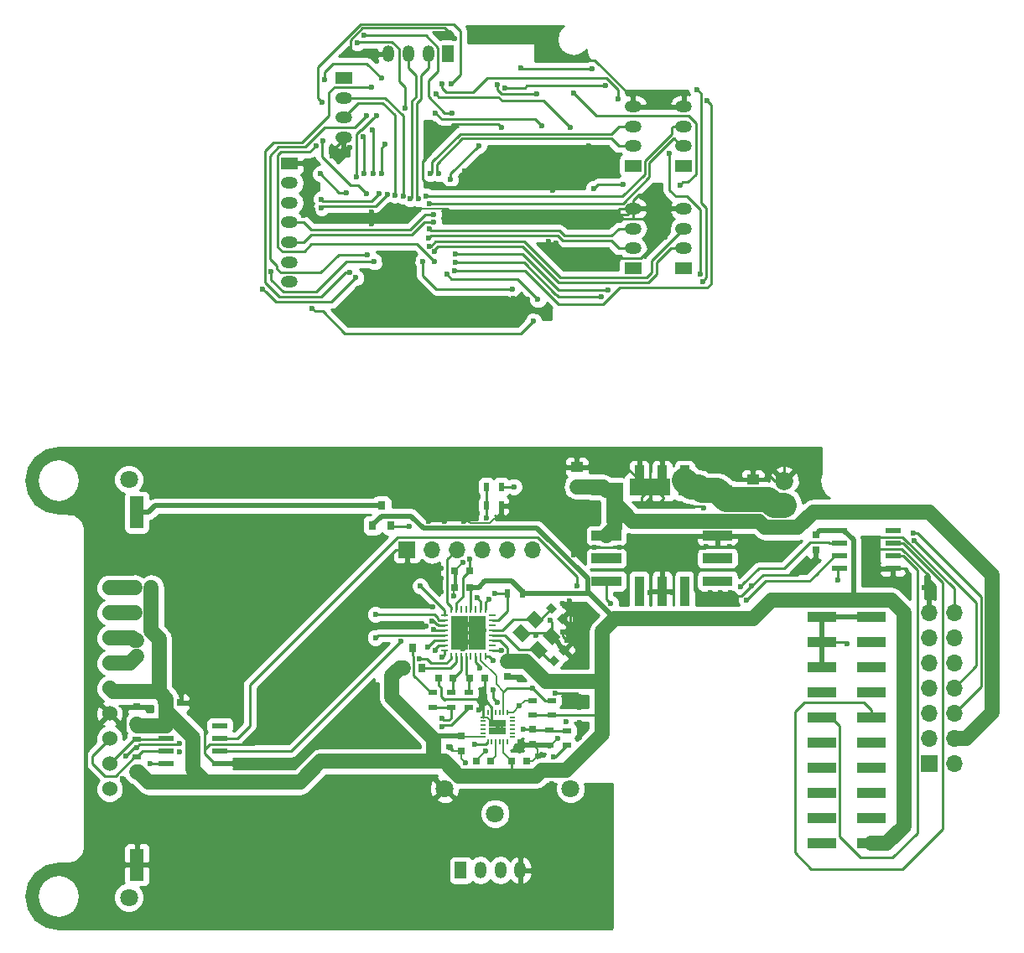
<source format=gbl>
G04 #@! TF.FileFunction,Legend,Bot*
%FSLAX46Y46*%
G04 Gerber Fmt 4.6, Leading zero omitted, Abs format (unit mm)*
G04 Created by KiCad (PCBNEW 4.0.7) date *
%MOMM*%
%LPD*%
G01*
G04 APERTURE LIST*
%ADD10C,0.100000*%
%ADD11R,1.700000X1.200000*%
%ADD12O,1.700000X1.200000*%
%ADD13R,1.200000X1.700000*%
%ADD14O,1.200000X1.700000*%
%ADD15C,1.524000*%
%ADD16R,1.400000X3.200000*%
%ADD17C,1.800000*%
%ADD18R,0.700000X0.250000*%
%ADD19R,0.250000X0.700000*%
%ADD20R,1.725000X1.725000*%
%ADD21R,3.000000X1.000000*%
%ADD22R,0.800000X0.750000*%
%ADD23R,0.750000X0.800000*%
%ADD24R,1.250000X1.000000*%
%ADD25R,1.850000X1.850000*%
%ADD26C,1.850000*%
%ADD27R,1.700000X1.700000*%
%ADD28O,1.700000X1.700000*%
%ADD29R,0.800000X0.900000*%
%ADD30R,0.900000X0.500000*%
%ADD31R,0.500000X0.900000*%
%ADD32R,4.070000X1.770000*%
%ADD33R,1.770000X4.070000*%
%ADD34R,1.550000X0.600000*%
%ADD35R,0.500000X0.200000*%
%ADD36R,0.550000X0.200000*%
%ADD37R,0.200000X0.500000*%
%ADD38R,0.200000X0.550000*%
%ADD39R,0.875000X0.800000*%
%ADD40C,0.600000*%
%ADD41C,0.250000*%
%ADD42C,0.200000*%
%ADD43C,0.500000*%
%ADD44C,1.500000*%
%ADD45C,1.000000*%
%ADD46C,2.500000*%
%ADD47C,0.254000*%
%ADD48C,0.350000*%
%ADD49O,0.700000X2.200000*%
G04 APERTURE END LIST*
D10*
D11*
X83540000Y-91000000D03*
D12*
X83540000Y-93000000D03*
X83540000Y-95000000D03*
X83540000Y-97000000D03*
D13*
X94081000Y-88551000D03*
D14*
X92081000Y-88551000D03*
X90081000Y-88551000D03*
X88081000Y-88551000D03*
D11*
X78079000Y-99601500D03*
D12*
X78079000Y-101601500D03*
X78079000Y-103601500D03*
X78079000Y-105601500D03*
X78079000Y-107601500D03*
X78079000Y-109601500D03*
X78079000Y-111601500D03*
D11*
X112750000Y-110204500D03*
D12*
X112750000Y-108204500D03*
X112750000Y-106204500D03*
X112750000Y-104204500D03*
D11*
X112750000Y-99885500D03*
D12*
X112750000Y-97885500D03*
X112750000Y-95885500D03*
X112750000Y-93885500D03*
D11*
X117893500Y-99885000D03*
D12*
X117893500Y-97885000D03*
X117893500Y-95885000D03*
X117893500Y-93885000D03*
D11*
X117893500Y-110204500D03*
D12*
X117893500Y-108204500D03*
X117893500Y-106204500D03*
X117893500Y-104204500D03*
D15*
X59920000Y-142500000D03*
X59920000Y-145040000D03*
X59920000Y-147580000D03*
X59920000Y-150120000D03*
X59920000Y-152660000D03*
X59920000Y-155200000D03*
X59920000Y-157740000D03*
X59920000Y-160280000D03*
X59920000Y-162820000D03*
D16*
X62670000Y-170460000D03*
X62670000Y-134860000D03*
D17*
X61860000Y-131560000D03*
X61860000Y-173760000D03*
D18*
X98540000Y-145285000D03*
X98540000Y-145785000D03*
X98540000Y-146285000D03*
X98540000Y-146785000D03*
X98540000Y-147285000D03*
X98540000Y-147785000D03*
X98540000Y-148285000D03*
X98540000Y-148785000D03*
D19*
X97890000Y-149435000D03*
X97390000Y-149435000D03*
X96890000Y-149435000D03*
X96390000Y-149435000D03*
X95890000Y-149435000D03*
X95390000Y-149435000D03*
X94890000Y-149435000D03*
X94390000Y-149435000D03*
D18*
X93740000Y-148785000D03*
X93740000Y-148285000D03*
X93740000Y-147785000D03*
X93740000Y-147285000D03*
X93740000Y-146785000D03*
X93740000Y-146285000D03*
X93740000Y-145785000D03*
X93740000Y-145285000D03*
D19*
X94390000Y-144635000D03*
X94890000Y-144635000D03*
X95390000Y-144635000D03*
X95890000Y-144635000D03*
X96390000Y-144635000D03*
X96890000Y-144635000D03*
X97390000Y-144635000D03*
X97890000Y-144635000D03*
D20*
X95277500Y-147897500D03*
X95277500Y-146172500D03*
X97002500Y-147897500D03*
X97002500Y-146172500D03*
D21*
X136830000Y-168290000D03*
X131790000Y-168290000D03*
X136830000Y-165750000D03*
X131790000Y-165750000D03*
X136830000Y-163210000D03*
X131790000Y-163210000D03*
X136830000Y-160670000D03*
X131790000Y-160670000D03*
X136830000Y-158130000D03*
X131790000Y-158130000D03*
X136830000Y-155590000D03*
X131790000Y-155590000D03*
X136830000Y-153050000D03*
X131790000Y-153050000D03*
X136830000Y-150510000D03*
X131790000Y-150510000D03*
X136830000Y-147970000D03*
X131790000Y-147970000D03*
X136830000Y-145430000D03*
X131790000Y-145430000D03*
D22*
X93105000Y-151657500D03*
X94605000Y-151657500D03*
X94780000Y-140799000D03*
X96280000Y-140799000D03*
D23*
X102630000Y-158325000D03*
X102630000Y-156825000D03*
D24*
X124855000Y-133560000D03*
X124855000Y-131560000D03*
D23*
X100090000Y-151455000D03*
X100090000Y-149955000D03*
D22*
X96280000Y-142450000D03*
X94780000Y-142450000D03*
D24*
X107075000Y-132290000D03*
X107075000Y-130290000D03*
D23*
X131205000Y-138640000D03*
X131205000Y-137140000D03*
D22*
X97780000Y-151657500D03*
X96280000Y-151657500D03*
D10*
G36*
X105083008Y-144582018D02*
X104552678Y-145112348D01*
X103986992Y-144546662D01*
X104517322Y-144016332D01*
X105083008Y-144582018D01*
X105083008Y-144582018D01*
G37*
G36*
X106143668Y-145642678D02*
X105613338Y-146173008D01*
X105047652Y-145607322D01*
X105577982Y-145076992D01*
X106143668Y-145642678D01*
X106143668Y-145642678D01*
G37*
G36*
X104762018Y-149312652D02*
X105292348Y-149842982D01*
X104726662Y-150408668D01*
X104196332Y-149878338D01*
X104762018Y-149312652D01*
X104762018Y-149312652D01*
G37*
G36*
X105822678Y-148251992D02*
X106353008Y-148782322D01*
X105787322Y-149348008D01*
X105256992Y-148817678D01*
X105822678Y-148251992D01*
X105822678Y-148251992D01*
G37*
D22*
X67070000Y-154110000D03*
X65570000Y-154110000D03*
D23*
X95391000Y-158999500D03*
X95391000Y-157499500D03*
D22*
X100495000Y-159976000D03*
X101995000Y-159976000D03*
X62625000Y-144990000D03*
X64125000Y-144990000D03*
X96915000Y-159976000D03*
X98415000Y-159976000D03*
D23*
X62625000Y-149435000D03*
X62625000Y-147935000D03*
X62625000Y-154515000D03*
X62625000Y-153015000D03*
D25*
X128030000Y-134195000D03*
D26*
X128030000Y-131695000D03*
D27*
X89930000Y-138640000D03*
D28*
X92470000Y-138640000D03*
X95010000Y-138640000D03*
X97550000Y-138640000D03*
X100090000Y-138640000D03*
X102630000Y-138640000D03*
D13*
X95360000Y-171025000D03*
D14*
X97360000Y-171025000D03*
X99360000Y-171025000D03*
X101360000Y-171025000D03*
D27*
X142635000Y-160230000D03*
D28*
X145175000Y-160230000D03*
X142635000Y-157690000D03*
X145175000Y-157690000D03*
X142635000Y-155150000D03*
X145175000Y-155150000D03*
X142635000Y-152610000D03*
X145175000Y-152610000D03*
X142635000Y-150070000D03*
X145175000Y-150070000D03*
X142635000Y-147530000D03*
X145175000Y-147530000D03*
X142635000Y-144990000D03*
X145175000Y-144990000D03*
D29*
X91451500Y-150609500D03*
X89551500Y-150609500D03*
X90501500Y-148609500D03*
X88340000Y-136195000D03*
X86440000Y-136195000D03*
X87390000Y-134195000D03*
D30*
X106059000Y-158428000D03*
X106059000Y-156928000D03*
X104281000Y-156888500D03*
X104281000Y-158388500D03*
D31*
X99455000Y-132290000D03*
X97955000Y-132290000D03*
X97955000Y-134195000D03*
X99455000Y-134195000D03*
D30*
X102630000Y-155380000D03*
X102630000Y-153880000D03*
X104535000Y-155380000D03*
X104535000Y-153880000D03*
D31*
X101590000Y-143085000D03*
X100090000Y-143085000D03*
D30*
X94375000Y-154566500D03*
X94375000Y-153066500D03*
X96153000Y-154578500D03*
X96153000Y-153078500D03*
X92533500Y-153078500D03*
X92533500Y-154578500D03*
X62625000Y-161095000D03*
X62625000Y-159595000D03*
X62625000Y-156305000D03*
X62625000Y-157805000D03*
D17*
X106440000Y-162770000D03*
X98820000Y-165310000D03*
X93740000Y-162770000D03*
D10*
G36*
X122775000Y-141335000D02*
X122775000Y-142295000D01*
X119775000Y-142295000D01*
X119775000Y-141335000D01*
X122775000Y-141335000D01*
X122775000Y-141335000D01*
G37*
G36*
X118445000Y-141335000D02*
X118445000Y-144335000D01*
X117485000Y-144335000D01*
X117485000Y-141335000D01*
X118445000Y-141335000D01*
X118445000Y-141335000D01*
G37*
G36*
X116155000Y-141335000D02*
X116155000Y-144335000D01*
X115195000Y-144335000D01*
X115195000Y-141335000D01*
X116155000Y-141335000D01*
X116155000Y-141335000D01*
G37*
G36*
X113865000Y-141335000D02*
X113865000Y-144335000D01*
X112905000Y-144335000D01*
X112905000Y-141335000D01*
X113865000Y-141335000D01*
X113865000Y-141335000D01*
G37*
G36*
X111575000Y-141335000D02*
X111575000Y-142295000D01*
X108575000Y-142295000D01*
X108575000Y-141335000D01*
X111575000Y-141335000D01*
X111575000Y-141335000D01*
G37*
G36*
X122775000Y-139045000D02*
X122775000Y-140005000D01*
X119775000Y-140005000D01*
X119775000Y-139045000D01*
X122775000Y-139045000D01*
X122775000Y-139045000D01*
G37*
G36*
X122775000Y-136755000D02*
X122775000Y-137715000D01*
X119775000Y-137715000D01*
X119775000Y-136755000D01*
X122775000Y-136755000D01*
X122775000Y-136755000D01*
G37*
G36*
X111575000Y-139045000D02*
X111575000Y-140005000D01*
X108575000Y-140005000D01*
X108575000Y-139045000D01*
X111575000Y-139045000D01*
X111575000Y-139045000D01*
G37*
G36*
X111575000Y-136755000D02*
X111575000Y-137715000D01*
X108575000Y-137715000D01*
X108575000Y-136755000D01*
X111575000Y-136755000D01*
X111575000Y-136755000D01*
G37*
G36*
X122775000Y-132175000D02*
X122775000Y-133135000D01*
X119775000Y-133135000D01*
X119775000Y-132175000D01*
X122775000Y-132175000D01*
X122775000Y-132175000D01*
G37*
G36*
X111575000Y-132175000D02*
X111575000Y-133135000D01*
X108575000Y-133135000D01*
X108575000Y-132175000D01*
X111575000Y-132175000D01*
X111575000Y-132175000D01*
G37*
G36*
X118445000Y-130135000D02*
X118445000Y-133135000D01*
X117485000Y-133135000D01*
X117485000Y-130135000D01*
X118445000Y-130135000D01*
X118445000Y-130135000D01*
G37*
G36*
X116155000Y-130135000D02*
X116155000Y-133135000D01*
X115195000Y-133135000D01*
X115195000Y-130135000D01*
X116155000Y-130135000D01*
X116155000Y-130135000D01*
G37*
G36*
X113865000Y-130135000D02*
X113865000Y-133135000D01*
X112905000Y-133135000D01*
X112905000Y-130135000D01*
X113865000Y-130135000D01*
X113865000Y-130135000D01*
G37*
D32*
X119365000Y-132290000D03*
X114465000Y-132290000D03*
D33*
X110885000Y-133935000D03*
D34*
X138985000Y-136735000D03*
X138985000Y-138005000D03*
X138985000Y-139275000D03*
X138985000Y-140545000D03*
X133585000Y-140545000D03*
X133585000Y-139275000D03*
X133585000Y-138005000D03*
X133585000Y-136735000D03*
X71040000Y-156420000D03*
X71040000Y-157690000D03*
X71040000Y-158960000D03*
X71040000Y-160230000D03*
X65640000Y-160230000D03*
X65640000Y-158960000D03*
X65640000Y-157690000D03*
X65640000Y-156420000D03*
D35*
X100590000Y-155571000D03*
D36*
X100590000Y-155971000D03*
X100590000Y-156371000D03*
X100590000Y-156771000D03*
X100590000Y-157171000D03*
D35*
X100590000Y-157571000D03*
D37*
X100090000Y-158071000D03*
D38*
X99690000Y-158071000D03*
X99290000Y-158071000D03*
X98890000Y-158071000D03*
X98490000Y-158071000D03*
D37*
X98090000Y-158071000D03*
D35*
X97590000Y-157571000D03*
D36*
X97590000Y-157171000D03*
X97590000Y-156771000D03*
X97590000Y-156371000D03*
X97590000Y-155971000D03*
D35*
X97590000Y-155571000D03*
D37*
X98090000Y-155071000D03*
D38*
X98490000Y-155071000D03*
X98890000Y-155071000D03*
X99290000Y-155071000D03*
X99690000Y-155071000D03*
D37*
X100090000Y-155071000D03*
D39*
X98655000Y-156971000D03*
X98655000Y-156171000D03*
X99525000Y-156971000D03*
X99525000Y-156171000D03*
D10*
G36*
X101918704Y-145624009D02*
X102767232Y-144775481D01*
X103757182Y-145765431D01*
X102908654Y-146613959D01*
X101918704Y-145624009D01*
X101918704Y-145624009D01*
G37*
G36*
X103615761Y-147321066D02*
X104464289Y-146472538D01*
X105454239Y-147462488D01*
X104605711Y-148311016D01*
X103615761Y-147321066D01*
X103615761Y-147321066D01*
G37*
G36*
X102272258Y-148664569D02*
X103120786Y-147816041D01*
X104110736Y-148805991D01*
X103262208Y-149654519D01*
X102272258Y-148664569D01*
X102272258Y-148664569D01*
G37*
G36*
X100575201Y-146967512D02*
X101423729Y-146118984D01*
X102413679Y-147108934D01*
X101565151Y-147957462D01*
X100575201Y-146967512D01*
X100575201Y-146967512D01*
G37*
D31*
X64125000Y-142450000D03*
X62625000Y-142450000D03*
D40*
X82600000Y-98100000D03*
X84200000Y-98000000D03*
X102717000Y-86328500D03*
X100177000Y-86328500D03*
X97637000Y-86328500D03*
X98907000Y-86963500D03*
X101447000Y-86963500D03*
X103352000Y-86963500D03*
X104241000Y-107537500D03*
X108432000Y-109633000D03*
X107543000Y-110204500D03*
X107797000Y-109061500D03*
X105003000Y-107664500D03*
X104050500Y-114713000D03*
X111607000Y-105188000D03*
X102653500Y-114395500D03*
X102082000Y-113316000D03*
X100685000Y-113252500D03*
X102463000Y-99917500D03*
X99478500Y-95980500D03*
X84238500Y-113316000D03*
X116179000Y-93885000D03*
X115290000Y-93821500D03*
X114591500Y-93885000D03*
X96240000Y-86455500D03*
X96240000Y-87090500D03*
X94773590Y-87027000D03*
X94208000Y-86455500D03*
X104685500Y-102330500D03*
X105384000Y-101949500D03*
X107289000Y-101632000D03*
X107860500Y-100933500D03*
X103542500Y-101505000D03*
X104177500Y-100933500D03*
X105447500Y-98330000D03*
X108305000Y-97885500D03*
X108305000Y-98711000D03*
X80555500Y-104616500D03*
X79920500Y-99601500D03*
X83222500Y-98520500D03*
X82397000Y-98901500D03*
X114845500Y-107918500D03*
X115988500Y-107093000D03*
X114718500Y-106902500D03*
X114718500Y-105378500D03*
X115798000Y-105315000D03*
X115734500Y-103537000D03*
X114464500Y-102775000D03*
X114845500Y-104108500D03*
X90017000Y-115538500D03*
X90969500Y-115538500D03*
X96938500Y-115538500D03*
X98018000Y-115538500D03*
X79539500Y-104870500D03*
X90425000Y-104930000D03*
X88075000Y-104930000D03*
X86334000Y-105696000D03*
X85762500Y-105061000D03*
X86334000Y-104553000D03*
X90588500Y-109379000D03*
X89572500Y-109315500D03*
X88620000Y-109379000D03*
X87667500Y-109379000D03*
X92176000Y-96806000D03*
X92303000Y-97631500D03*
X93319000Y-96933000D03*
X98843500Y-105251500D03*
X95033500Y-104807000D03*
X96303500Y-104743500D03*
X97383000Y-104743500D03*
X104622000Y-105378500D03*
X103923500Y-104743500D03*
X105193500Y-104680000D03*
X108813000Y-105886500D03*
X107606500Y-105886500D03*
X107543000Y-104743500D03*
X108749500Y-104807000D03*
X104177500Y-98774500D03*
X97891000Y-101441500D03*
X97827500Y-100425500D03*
X96875000Y-100425500D03*
X95795500Y-100425500D03*
X82310000Y-163405000D03*
X88025000Y-163405000D03*
X88025000Y-165945000D03*
X82310000Y-165945000D03*
X76595000Y-165945000D03*
X71515000Y-165945000D03*
X65800000Y-165945000D03*
X65800000Y-169120000D03*
X71515000Y-169120000D03*
X76595000Y-169120000D03*
X82310000Y-169120000D03*
X88025000Y-169120000D03*
X88025000Y-173565000D03*
X82310000Y-173565000D03*
X76595000Y-173565000D03*
X71515000Y-173565000D03*
X65800000Y-173565000D03*
X60085000Y-169120000D03*
X60085000Y-165945000D03*
X57989500Y-157130500D03*
X58180000Y-153880000D03*
X58180000Y-149435000D03*
X58180000Y-146260000D03*
X58180000Y-141180000D03*
X70880000Y-153880000D03*
X67705000Y-150705000D03*
X71515000Y-150070000D03*
X75960000Y-145625000D03*
X70880000Y-145625000D03*
X67070000Y-144355000D03*
X70880000Y-141815000D03*
X75960000Y-141815000D03*
X81040000Y-141815000D03*
X84215000Y-138005000D03*
X80405000Y-136735000D03*
X75325000Y-136735000D03*
X70245000Y-136735000D03*
X66435000Y-136735000D03*
X66435000Y-139910000D03*
X61990000Y-139910000D03*
X59450000Y-138005000D03*
X59450000Y-132925000D03*
X64530000Y-131655000D03*
X70245000Y-131655000D03*
X77865000Y-131655000D03*
X59450000Y-129750000D03*
X65800000Y-129750000D03*
X70880000Y-129750000D03*
X77230000Y-129750000D03*
X82310000Y-129750000D03*
X61228000Y-161754000D03*
X75452000Y-152546500D03*
X77928500Y-150070000D03*
X80341500Y-147784000D03*
X82437000Y-145561500D03*
X85993000Y-142513500D03*
X86691500Y-143466000D03*
X85294500Y-143720000D03*
X91073000Y-143720000D03*
X89866500Y-143720000D03*
X89803000Y-142132500D03*
X89803000Y-140862500D03*
X90438000Y-146133000D03*
X89358500Y-146260000D03*
X87199500Y-146260000D03*
X85421500Y-146323500D03*
X83453000Y-148546000D03*
X81421000Y-150832000D03*
X79071500Y-152991000D03*
X76722000Y-155531000D03*
X74372500Y-157817000D03*
X92533500Y-144418500D03*
X66943000Y-159087000D03*
X66943000Y-158261500D03*
X62625000Y-158642500D03*
X61545500Y-159531500D03*
X61355000Y-157055000D03*
X61482000Y-154642000D03*
X63895000Y-154769000D03*
X85612000Y-153943500D03*
X83453000Y-156229500D03*
X85358000Y-156102500D03*
X87072500Y-156356500D03*
X89485500Y-158071000D03*
X87326500Y-158198000D03*
X85167500Y-158071000D03*
X83135500Y-158007500D03*
X81167000Y-157944000D03*
X79452500Y-159468000D03*
X78055500Y-160166500D03*
X76277500Y-160230000D03*
X72848500Y-160039500D03*
X91848887Y-146387000D03*
X93740000Y-135778590D03*
X92152407Y-135778590D03*
X95708500Y-135778590D03*
X93105000Y-165310000D03*
X93105000Y-169120000D03*
X93105000Y-173565000D03*
X101360000Y-129750000D03*
X96915000Y-129750000D03*
X93740000Y-129750000D03*
X89930000Y-129750000D03*
X94375000Y-131655000D03*
X91200000Y-131655000D03*
X88025000Y-131655000D03*
X84850000Y-131655000D03*
X97232500Y-154832500D03*
X104535000Y-169120000D03*
X103709500Y-170453500D03*
X105360500Y-170644000D03*
X107011500Y-169310500D03*
X109107000Y-166834000D03*
X108345000Y-165627500D03*
X107138500Y-167659500D03*
X104979500Y-167723000D03*
X102947500Y-167723000D03*
X101360000Y-168802500D03*
X104598500Y-162325500D03*
X103709500Y-163278000D03*
X103138000Y-164294000D03*
X101614000Y-164230500D03*
X102693500Y-163532000D03*
X93359000Y-142894500D03*
X93359000Y-141561000D03*
X93422500Y-140545000D03*
X95554091Y-148634290D03*
X97737598Y-146831500D03*
X143079500Y-142386500D03*
X142190500Y-142450000D03*
X142635000Y-143339000D03*
X102947500Y-147276000D03*
X106313000Y-143847000D03*
X105678000Y-144101000D03*
X106376500Y-144609000D03*
X106440000Y-146895000D03*
X106122500Y-147847500D03*
X105678000Y-146958500D03*
X104408000Y-145815500D03*
X122569000Y-142958000D03*
X121616500Y-142958000D03*
X120600500Y-142958000D03*
X119457500Y-142958000D03*
X116790500Y-142958000D03*
X114504500Y-142958000D03*
X112155000Y-143085000D03*
X107202000Y-150387500D03*
X107710000Y-149181000D03*
X107710000Y-147530000D03*
X107710000Y-146006000D03*
X104662000Y-130893000D03*
X105424000Y-130067500D03*
X105233500Y-128797500D03*
X107011500Y-128797500D03*
X109170500Y-128924500D03*
X109297500Y-130321500D03*
X111012000Y-130448500D03*
X110821500Y-128797500D03*
X112853500Y-128797500D03*
X115520500Y-128797500D03*
X118251000Y-128797500D03*
X120410000Y-129432500D03*
X122251500Y-129496000D03*
X124347000Y-129305500D03*
X126315500Y-130004000D03*
X126315500Y-131274000D03*
X128030000Y-129750000D03*
X130570000Y-129750000D03*
X130570000Y-131655000D03*
X97590000Y-154070500D03*
X107329000Y-154578500D03*
X107392500Y-153499000D03*
X104916000Y-153177598D03*
X101550500Y-151784500D03*
X124728000Y-142323000D03*
X107900500Y-144355000D03*
X134380000Y-148165000D03*
X139460000Y-141942000D03*
X140476000Y-142767500D03*
X140476000Y-141688000D03*
X126950500Y-139275000D03*
X127776000Y-138386000D03*
X126125000Y-138576500D03*
X124664500Y-139211500D03*
X123966000Y-138513000D03*
X122505500Y-138322500D03*
X120156000Y-138322500D03*
X136221500Y-138322500D03*
X137110500Y-138957500D03*
X136094500Y-139275000D03*
X137174000Y-140227500D03*
X111393000Y-138386000D03*
X108916500Y-138386000D03*
X107456000Y-138386000D03*
X107710000Y-139084500D03*
X106757500Y-139148000D03*
X113044000Y-138767000D03*
X114250500Y-138767000D03*
X115330000Y-138767000D03*
X116600000Y-138767000D03*
X117870000Y-138767000D03*
X119902000Y-134449000D03*
X118378000Y-134258500D03*
X116663500Y-134258500D03*
X115076000Y-134258500D03*
X113615500Y-134258500D03*
X105995500Y-156039000D03*
X107392500Y-156102500D03*
X107329000Y-157626500D03*
X105170000Y-157690000D03*
X103138000Y-159468000D03*
X100979000Y-158769500D03*
X101360000Y-158071000D03*
X94121000Y-158579000D03*
X95835500Y-160166500D03*
X97867500Y-158960000D03*
X99525000Y-156171000D03*
X98655000Y-156971000D03*
X95581500Y-139973500D03*
X94629000Y-143339000D03*
X118949500Y-140481500D03*
X117235000Y-140545000D03*
X115330000Y-140545000D03*
X113742500Y-140545000D03*
X97002500Y-147897500D03*
X95277500Y-146172500D03*
X108813000Y-102140000D03*
X111797500Y-101759000D03*
X106781000Y-92551500D03*
X117512500Y-101822500D03*
X92811000Y-94520000D03*
X103542500Y-95853500D03*
X92840199Y-92644199D03*
X106400000Y-95996502D03*
X104725500Y-159595000D03*
X92620500Y-105540323D03*
X92620500Y-104787910D03*
X92146801Y-107127301D03*
X92176000Y-106267500D03*
X92747500Y-108553500D03*
X92176000Y-107982000D03*
X81317500Y-104089000D03*
X87952150Y-102743694D03*
X81317500Y-103239000D03*
X87093437Y-102646278D03*
X89540448Y-102935701D03*
X88747665Y-102828401D03*
X91096500Y-103219500D03*
X90296489Y-103218505D03*
X92176810Y-103655880D03*
X91898874Y-102956684D03*
X93103011Y-100678253D03*
X92303000Y-100679500D03*
X87731000Y-97695000D03*
X87350000Y-100679500D03*
X100555002Y-112300000D03*
X91541000Y-109506000D03*
X97192500Y-97822000D03*
X94335000Y-101251000D03*
X85540685Y-96905917D03*
X99034000Y-91660002D03*
X103034500Y-92615000D03*
X85572000Y-100679500D03*
X119227000Y-92170500D03*
X108622500Y-90075000D03*
X101447000Y-89948000D03*
X119798500Y-111538000D03*
X109575000Y-113125500D03*
X94843000Y-109633000D03*
X102717000Y-115538500D03*
X83857500Y-102584500D03*
X80365000Y-114268500D03*
X81190500Y-100679500D03*
X103161500Y-113379500D03*
X93954000Y-110839500D03*
X85889500Y-94774000D03*
X85953000Y-108871000D03*
X84937000Y-87471500D03*
X89763000Y-94012000D03*
X76237500Y-110522000D03*
X86651500Y-109569500D03*
X85635500Y-86715410D03*
X75382801Y-112329199D03*
X94449998Y-94520000D03*
X84772936Y-111180499D03*
X86334000Y-91916500D03*
X84175000Y-110649000D03*
X87350000Y-91027500D03*
X81635000Y-91154500D03*
X80746000Y-97822000D03*
X92684000Y-109506000D03*
X81371010Y-93439491D03*
X81444500Y-97314000D03*
X85826000Y-102648000D03*
X94398500Y-91599000D03*
X120243000Y-93313500D03*
X99806101Y-91989533D03*
X109956000Y-91789500D03*
X94779500Y-110458500D03*
X86842000Y-94774000D03*
X84810000Y-100997000D03*
X93509500Y-91599000D03*
X111289500Y-93123000D03*
X116433000Y-98584000D03*
X119544500Y-110776000D03*
X110210000Y-112427000D03*
X94847969Y-108797714D03*
X86461000Y-96234500D03*
X86503695Y-100659711D03*
X86755000Y-145180500D03*
X64022000Y-160230000D03*
X98629500Y-152763483D03*
X99074000Y-154070500D03*
X101677500Y-156801000D03*
X98629500Y-149816000D03*
X100725000Y-132290000D03*
X92025500Y-148482500D03*
X141120835Y-137706252D03*
X93486000Y-155677500D03*
X141043645Y-136957809D03*
X93486000Y-156527500D03*
X93442861Y-149508490D03*
X92787500Y-148863500D03*
X92597975Y-146705763D03*
X92473888Y-145877786D03*
X91263500Y-142323000D03*
X90184000Y-136290500D03*
X89358500Y-147862410D03*
X124220000Y-143720000D03*
X97312493Y-150640078D03*
X101296500Y-154451500D03*
X123603041Y-142380590D03*
X107075000Y-142323000D03*
X102630000Y-152610000D03*
X110515559Y-144096972D03*
X86755000Y-147530000D03*
X96788000Y-158325000D03*
X91200000Y-149659498D03*
X97931000Y-135426179D03*
X96280000Y-139592500D03*
X133427500Y-141751500D03*
X99455000Y-148863500D03*
X97042000Y-143529500D03*
X98185000Y-143656500D03*
X98820000Y-143085000D03*
D41*
X83540000Y-97000000D02*
X83540000Y-97160000D01*
X83540000Y-97160000D02*
X82600000Y-98100000D01*
X83743000Y-98000000D02*
X83690000Y-98000000D01*
X83690000Y-98000000D02*
X83540000Y-97850000D01*
X83540000Y-97850000D02*
X83540000Y-97000000D01*
X84200000Y-98000000D02*
X83743000Y-98000000D01*
X83743000Y-98000000D02*
X83706000Y-98037000D01*
X96240000Y-86455500D02*
X97510000Y-86455500D01*
X97510000Y-86455500D02*
X97637000Y-86328500D01*
X97637000Y-86328500D02*
X100177000Y-86328500D01*
X101447000Y-86963500D02*
X98907000Y-86963500D01*
X108900500Y-89186000D02*
X105574500Y-89186000D01*
X105574500Y-89186000D02*
X103352000Y-86963500D01*
X109300764Y-109188500D02*
X113575500Y-109188500D01*
X113575500Y-109188500D02*
X114845500Y-107918500D01*
X108432000Y-109633000D02*
X108856264Y-109633000D01*
X108856264Y-109633000D02*
X109300764Y-109188500D01*
X107543000Y-110204500D02*
X107860500Y-110204500D01*
X107860500Y-110204500D02*
X108432000Y-109633000D01*
X105003000Y-107664500D02*
X106400000Y-109061500D01*
X106400000Y-109061500D02*
X107797000Y-109061500D01*
X104050500Y-114713000D02*
X102971000Y-114713000D01*
X102971000Y-114713000D02*
X102653500Y-114395500D01*
X111289500Y-105188000D02*
X111607000Y-105188000D01*
X111607000Y-105188000D02*
X113385000Y-105188000D01*
X100685000Y-113252500D02*
X102018500Y-113252500D01*
X102018500Y-113252500D02*
X102082000Y-113316000D01*
X102463000Y-99917500D02*
X103034500Y-99917500D01*
X103034500Y-99917500D02*
X104177500Y-98774500D01*
X99478500Y-95980500D02*
X99178501Y-95680501D01*
X99178501Y-95680501D02*
X94571499Y-95680501D01*
X93618999Y-96633001D02*
X93319000Y-96933000D01*
X94571499Y-95680501D02*
X93618999Y-96633001D01*
D42*
X94037736Y-104235500D02*
X91119500Y-104235500D01*
X91119500Y-104235500D02*
X90425000Y-104930000D01*
X95033500Y-104807000D02*
X94609236Y-104807000D01*
X94609236Y-104807000D02*
X94037736Y-104235500D01*
D41*
X114591500Y-93885000D02*
X115226500Y-93885000D01*
X115226500Y-93885000D02*
X115290000Y-93821500D01*
X80555500Y-104616500D02*
X80555500Y-104192236D01*
X80555500Y-104192236D02*
X80174500Y-103811236D01*
X80174500Y-103811236D02*
X80174500Y-101949500D01*
X112750000Y-93885500D02*
X112750000Y-93035500D01*
X112750000Y-93035500D02*
X108900500Y-89186000D01*
X92747500Y-85947500D02*
X93700000Y-85947500D01*
X93700000Y-85947500D02*
X94208000Y-86455500D01*
X85445000Y-85947500D02*
X92747500Y-85947500D01*
X84238500Y-87154000D02*
X85445000Y-85947500D01*
X84238500Y-88233500D02*
X84238500Y-87154000D01*
X84556000Y-88551000D02*
X84238500Y-88233500D01*
X88081000Y-88551000D02*
X84556000Y-88551000D01*
X112750000Y-104204500D02*
X112750000Y-103354500D01*
X113329500Y-102775000D02*
X114464500Y-102775000D01*
X112750000Y-103354500D02*
X113329500Y-102775000D01*
X113385000Y-105188000D02*
X114083500Y-105188000D01*
X112750000Y-104204500D02*
X112750000Y-105054500D01*
X112750000Y-105054500D02*
X112883500Y-105188000D01*
X112883500Y-105188000D02*
X113385000Y-105188000D01*
X108813000Y-105886500D02*
X110591000Y-105886500D01*
X110591000Y-105886500D02*
X111289500Y-105188000D01*
X114083500Y-105188000D02*
X114274000Y-105378500D01*
X114274000Y-105378500D02*
X114718500Y-105378500D01*
X110781500Y-104807000D02*
X111384000Y-104204500D01*
X111384000Y-104204500D02*
X112750000Y-104204500D01*
X108749500Y-104807000D02*
X110781500Y-104807000D01*
X108749500Y-104807000D02*
X112147500Y-104807000D01*
X112147500Y-104807000D02*
X112750000Y-104204500D01*
X105384000Y-101949500D02*
X105066500Y-101949500D01*
X105066500Y-101949500D02*
X104685500Y-102330500D01*
X107860500Y-100933500D02*
X107860500Y-101060500D01*
X107860500Y-101060500D02*
X107289000Y-101632000D01*
X104177500Y-100933500D02*
X104114000Y-100933500D01*
X104114000Y-100933500D02*
X103542500Y-101505000D01*
X108305000Y-98711000D02*
X108305000Y-97885500D01*
X79539500Y-104870500D02*
X80301500Y-104870500D01*
X80301500Y-104870500D02*
X80555500Y-104616500D01*
X79920500Y-99601500D02*
X79920500Y-101695500D01*
X79920500Y-101695500D02*
X80174500Y-101949500D01*
X78079000Y-99601500D02*
X79920500Y-99601500D01*
X83706000Y-98037000D02*
X83222500Y-98520500D01*
X82397000Y-98901500D02*
X82841500Y-98901500D01*
X82841500Y-98901500D02*
X83222500Y-98520500D01*
X115988500Y-107093000D02*
X115671000Y-107093000D01*
X115671000Y-107093000D02*
X114845500Y-107918500D01*
X114718500Y-105378500D02*
X114718500Y-106902500D01*
X115734500Y-103537000D02*
X115734500Y-105251500D01*
X115734500Y-105251500D02*
X115798000Y-105315000D01*
X114845500Y-104108500D02*
X114845500Y-103156000D01*
X114845500Y-103156000D02*
X114464500Y-102775000D01*
X90969500Y-115538500D02*
X90017000Y-115538500D01*
X98018000Y-115538500D02*
X96938500Y-115538500D01*
X86334000Y-104553000D02*
X86270500Y-104553000D01*
X86270500Y-104553000D02*
X85762500Y-105061000D01*
X89572500Y-109315500D02*
X90525000Y-109315500D01*
X90525000Y-109315500D02*
X90588500Y-109379000D01*
X87667500Y-109379000D02*
X88620000Y-109379000D01*
X92303000Y-102013000D02*
X97319500Y-102013000D01*
X97319500Y-102013000D02*
X97891000Y-101441500D01*
X91541000Y-101251000D02*
X92303000Y-102013000D01*
X91541000Y-99409500D02*
X91541000Y-101251000D01*
X92303000Y-98647500D02*
X91541000Y-99409500D01*
X92303000Y-97631500D02*
X92303000Y-98647500D01*
X93319000Y-96933000D02*
X93001500Y-96933000D01*
X93001500Y-96933000D02*
X92303000Y-97631500D01*
X97383000Y-104743500D02*
X96303500Y-104743500D01*
X105193500Y-104680000D02*
X103987000Y-104680000D01*
X103987000Y-104680000D02*
X103923500Y-104743500D01*
X107606500Y-105886500D02*
X108813000Y-105886500D01*
X108749500Y-104807000D02*
X107606500Y-104807000D01*
X107606500Y-104807000D02*
X107543000Y-104743500D01*
X97827500Y-100425500D02*
X97827500Y-101378000D01*
X97827500Y-101378000D02*
X97891000Y-101441500D01*
X95795500Y-100425500D02*
X96875000Y-100425500D01*
X64530000Y-131655000D02*
X64530000Y-131020000D01*
X64530000Y-131020000D02*
X65800000Y-129750000D01*
X59450000Y-132925000D02*
X59450000Y-129750000D01*
X60085000Y-169755000D02*
X60085000Y-174835000D01*
X64530000Y-175470000D02*
X65800000Y-174200000D01*
X60085000Y-174835000D02*
X60720000Y-175470000D01*
X60720000Y-175470000D02*
X64530000Y-175470000D01*
X65800000Y-174200000D02*
X65800000Y-173565000D01*
X60085000Y-169120000D02*
X60085000Y-169755000D01*
X59845500Y-169960000D02*
X59880000Y-169960000D01*
X59880000Y-169960000D02*
X60085000Y-169755000D01*
X88025000Y-165945000D02*
X88025000Y-163405000D01*
X76595000Y-165945000D02*
X82310000Y-165945000D01*
X65800000Y-165945000D02*
X71515000Y-165945000D01*
X71515000Y-169120000D02*
X65800000Y-169120000D01*
X82310000Y-169120000D02*
X76595000Y-169120000D01*
X88025000Y-173565000D02*
X88025000Y-169120000D01*
X76595000Y-173565000D02*
X82310000Y-173565000D01*
X65800000Y-173565000D02*
X71515000Y-173565000D01*
X62520000Y-165945000D02*
X62520000Y-163046000D01*
X62520000Y-166580000D02*
X62520000Y-165945000D01*
X62520000Y-165945000D02*
X60085000Y-165945000D01*
X58180000Y-153880000D02*
X58180000Y-156940000D01*
X58180000Y-156940000D02*
X57989500Y-157130500D01*
X58180000Y-146260000D02*
X58180000Y-149435000D01*
X59450000Y-138005000D02*
X59450000Y-139910000D01*
X59450000Y-139910000D02*
X58180000Y-141180000D01*
X71515000Y-150070000D02*
X70880000Y-150705000D01*
X70880000Y-150705000D02*
X67705000Y-150705000D01*
X70880000Y-145625000D02*
X75960000Y-145625000D01*
X70880000Y-141815000D02*
X69610000Y-141815000D01*
X69610000Y-141815000D02*
X67070000Y-144355000D01*
X81040000Y-141815000D02*
X75960000Y-141815000D01*
X80405000Y-136735000D02*
X82945000Y-136735000D01*
X82945000Y-136735000D02*
X84215000Y-138005000D01*
X70245000Y-136735000D02*
X75325000Y-136735000D01*
X66435000Y-139910000D02*
X66435000Y-136735000D01*
X59450000Y-138005000D02*
X60085000Y-138005000D01*
X60085000Y-138005000D02*
X61990000Y-139910000D01*
X77865000Y-131655000D02*
X70245000Y-131655000D01*
X65800000Y-129750000D02*
X59450000Y-129750000D01*
X77230000Y-129750000D02*
X70880000Y-129750000D01*
X89930000Y-129750000D02*
X82310000Y-129750000D01*
X62520000Y-163046000D02*
X61228000Y-161754000D01*
X80341500Y-147784000D02*
X78055500Y-150070000D01*
X78055500Y-150070000D02*
X77928500Y-150070000D01*
X85294500Y-143720000D02*
X84278500Y-143720000D01*
X84278500Y-143720000D02*
X82437000Y-145561500D01*
X86691500Y-143466000D02*
X86691500Y-143212000D01*
X86691500Y-143212000D02*
X85993000Y-142513500D01*
X85421500Y-146323500D02*
X85421500Y-143847000D01*
X85421500Y-143847000D02*
X85294500Y-143720000D01*
X91771500Y-144418500D02*
X91073000Y-143720000D01*
X91073000Y-143720000D02*
X90755500Y-143402500D01*
X89866500Y-143720000D02*
X91073000Y-143720000D01*
X89803000Y-140862500D02*
X89803000Y-142132500D01*
X87199500Y-146260000D02*
X89358500Y-146260000D01*
X83453000Y-148546000D02*
X85421500Y-146577500D01*
X85421500Y-146577500D02*
X85421500Y-146323500D01*
X79071500Y-152991000D02*
X81230500Y-150832000D01*
X81230500Y-150832000D02*
X81421000Y-150832000D01*
X74372500Y-157817000D02*
X76658500Y-155531000D01*
X76658500Y-155531000D02*
X76722000Y-155531000D01*
X88215500Y-139254500D02*
X88215500Y-139973500D01*
X89930000Y-138640000D02*
X88830000Y-138640000D01*
X88830000Y-138640000D02*
X88215500Y-139254500D01*
X90755500Y-143402500D02*
X89930000Y-143402500D01*
X92533500Y-144418500D02*
X91771500Y-144418500D01*
X62625000Y-158642500D02*
X62924999Y-158342501D01*
X62924999Y-158342501D02*
X66861999Y-158342501D01*
X66861999Y-158342501D02*
X66943000Y-158261500D01*
X61545500Y-159531500D02*
X62434500Y-158642500D01*
X62434500Y-158642500D02*
X62625000Y-158642500D01*
X61482000Y-154642000D02*
X61482000Y-156928000D01*
X61482000Y-156928000D02*
X61355000Y-157055000D01*
X62625000Y-154515000D02*
X63641000Y-154515000D01*
X63641000Y-154515000D02*
X63895000Y-154769000D01*
X69546500Y-156229500D02*
X68657500Y-155340500D01*
X69546500Y-158833000D02*
X69546500Y-156229500D01*
X74436000Y-158325000D02*
X75134500Y-157626500D01*
X70054500Y-158325000D02*
X74436000Y-158325000D01*
X69546500Y-158833000D02*
X70054500Y-158325000D01*
X69546500Y-159211500D02*
X69546500Y-158833000D01*
X71040000Y-160230000D02*
X70565000Y-160230000D01*
X70565000Y-160230000D02*
X69546500Y-159211500D01*
X85358000Y-156102500D02*
X83580000Y-156102500D01*
X83580000Y-156102500D02*
X83453000Y-156229500D01*
X89485500Y-158071000D02*
X87771000Y-156356500D01*
X87771000Y-156356500D02*
X87072500Y-156356500D01*
X85167500Y-158071000D02*
X87199500Y-158071000D01*
X87199500Y-158071000D02*
X87326500Y-158198000D01*
X81167000Y-157944000D02*
X83072000Y-157944000D01*
X83072000Y-157944000D02*
X83135500Y-158007500D01*
X78055500Y-160166500D02*
X78754000Y-160166500D01*
X78754000Y-160166500D02*
X79452500Y-159468000D01*
X72848500Y-160039500D02*
X76087000Y-160039500D01*
X76087000Y-160039500D02*
X76277500Y-160230000D01*
X71040000Y-160230000D02*
X72658000Y-160230000D01*
X72658000Y-160230000D02*
X72848500Y-160039500D01*
X93105000Y-151657500D02*
X93105000Y-152282500D01*
X93740000Y-153816500D02*
X93785999Y-153770501D01*
X93105000Y-152282500D02*
X93422500Y-152600000D01*
X93422500Y-152600000D02*
X93422500Y-153499000D01*
X93422500Y-153499000D02*
X93740000Y-153816500D01*
X93785999Y-153770501D02*
X97290001Y-153770501D01*
X97290001Y-153770501D02*
X97590000Y-154070500D01*
X59920000Y-155200000D02*
X57989500Y-157130500D01*
X57989500Y-157130500D02*
X57545000Y-157575000D01*
X57418000Y-160166500D02*
X57418000Y-157702000D01*
X57418000Y-157702000D02*
X57989500Y-157130500D01*
X57545000Y-160293500D02*
X57418000Y-160166500D01*
X57545000Y-160611000D02*
X57545000Y-167659500D01*
X57545000Y-157575000D02*
X57545000Y-160611000D01*
X57545000Y-160611000D02*
X57545000Y-160293500D01*
X57545000Y-167659500D02*
X59845500Y-169960000D01*
D42*
X96332763Y-135978589D02*
X96132764Y-135778590D01*
X99455000Y-134845000D02*
X98321411Y-135978589D01*
X98321411Y-135978589D02*
X96332763Y-135978589D01*
X99455000Y-134195000D02*
X99455000Y-134845000D01*
X93740000Y-135778590D02*
X92152407Y-135778590D01*
X96132764Y-135778590D02*
X95708500Y-135778590D01*
D41*
X107075000Y-130290000D02*
X101360000Y-130290000D01*
X101360000Y-129750000D02*
X101360000Y-130290000D01*
X93105000Y-173565000D02*
X93105000Y-169120000D01*
X96915000Y-129750000D02*
X101360000Y-129750000D01*
X89930000Y-129750000D02*
X93740000Y-129750000D01*
X91200000Y-131655000D02*
X94375000Y-131655000D01*
X84850000Y-131655000D02*
X88025000Y-131655000D01*
X97590000Y-154070500D02*
X97590000Y-154475000D01*
X97590000Y-154475000D02*
X97232500Y-154832500D01*
X103709500Y-170453500D02*
X103709500Y-169945500D01*
X103709500Y-169945500D02*
X104535000Y-169120000D01*
X107011500Y-169310500D02*
X106694000Y-169310500D01*
X106694000Y-169310500D02*
X105360500Y-170644000D01*
X108345000Y-165627500D02*
X108345000Y-166072000D01*
X108345000Y-166072000D02*
X109107000Y-166834000D01*
X104979500Y-167723000D02*
X107075000Y-167723000D01*
X107075000Y-167723000D02*
X107138500Y-167659500D01*
X101360000Y-168802500D02*
X101868000Y-168802500D01*
X101868000Y-168802500D02*
X102947500Y-167723000D01*
X103138000Y-164294000D02*
X103138000Y-163849500D01*
X103138000Y-163849500D02*
X103709500Y-163278000D01*
X102693500Y-163532000D02*
X102312500Y-163532000D01*
X102312500Y-163532000D02*
X101614000Y-164230500D01*
X93359000Y-141561000D02*
X93359000Y-142894500D01*
X90417500Y-140227500D02*
X93105000Y-140227500D01*
X93105000Y-140227500D02*
X93422500Y-140545000D01*
X89930000Y-138640000D02*
X89930000Y-139740000D01*
X89930000Y-139740000D02*
X90417500Y-140227500D01*
X95554091Y-148634290D02*
X95554091Y-148174091D01*
X95554091Y-148174091D02*
X95277500Y-147897500D01*
X97737598Y-146831500D02*
X97661500Y-146831500D01*
X97661500Y-146831500D02*
X97002500Y-146172500D01*
X142635000Y-143339000D02*
X142635000Y-142894500D01*
X142635000Y-142894500D02*
X142190500Y-142450000D01*
X142635000Y-144990000D02*
X142635000Y-143339000D01*
X142635000Y-143339000D02*
X142635000Y-141307000D01*
X105678000Y-144101000D02*
X106059000Y-144101000D01*
X106059000Y-144101000D02*
X106313000Y-143847000D01*
X106440000Y-146895000D02*
X106440000Y-144672500D01*
X106440000Y-144672500D02*
X106376500Y-144609000D01*
X105678000Y-146958500D02*
X105678000Y-147403000D01*
X105678000Y-147403000D02*
X106122500Y-147847500D01*
X104535000Y-147391777D02*
X104535000Y-145942500D01*
X104535000Y-145942500D02*
X104408000Y-145815500D01*
X107710000Y-149181000D02*
X107710000Y-149879500D01*
X107710000Y-149879500D02*
X107202000Y-150387500D01*
X107710000Y-146006000D02*
X107710000Y-147530000D01*
X105233500Y-128797500D02*
X105233500Y-129877000D01*
X105233500Y-129877000D02*
X105424000Y-130067500D01*
X109170500Y-128924500D02*
X107138500Y-128924500D01*
X107138500Y-128924500D02*
X107011500Y-128797500D01*
X107981500Y-130321500D02*
X109297500Y-130321500D01*
X109297500Y-130321500D02*
X112071500Y-130321500D01*
X111012000Y-130448500D02*
X109424500Y-130448500D01*
X109424500Y-130448500D02*
X109297500Y-130321500D01*
X112853500Y-128797500D02*
X110821500Y-128797500D01*
X118251000Y-128797500D02*
X115520500Y-128797500D01*
X122251500Y-129496000D02*
X120473500Y-129496000D01*
X120473500Y-129496000D02*
X120410000Y-129432500D01*
X124855000Y-131560000D02*
X124855000Y-129813500D01*
X124855000Y-129813500D02*
X124347000Y-129305500D01*
X127117500Y-131695000D02*
X126696500Y-131274000D01*
X126696500Y-131274000D02*
X126315500Y-131274000D01*
X128030000Y-131695000D02*
X127117500Y-131695000D01*
X128030000Y-129750000D02*
X128030000Y-131695000D01*
X130570000Y-131655000D02*
X130570000Y-129750000D01*
X98655000Y-156971000D02*
X99525000Y-156971000D01*
X99525000Y-156971000D02*
X99525000Y-156171000D01*
X98655000Y-156171000D02*
X98725000Y-156171000D01*
X98725000Y-156171000D02*
X99525000Y-156971000D01*
X97590000Y-155571000D02*
X97590000Y-154070500D01*
X97590000Y-154070500D02*
X97590000Y-153943500D01*
X97780000Y-151657500D02*
X97780000Y-153880500D01*
X97780000Y-153880500D02*
X97590000Y-154070500D01*
X104916000Y-153177598D02*
X107071098Y-153177598D01*
X107071098Y-153177598D02*
X107392500Y-153499000D01*
X100090000Y-151455000D02*
X101221000Y-151455000D01*
X101221000Y-151455000D02*
X101550500Y-151784500D01*
X125871000Y-141180000D02*
X124728000Y-142323000D01*
X124728000Y-142323000D02*
X123712000Y-143339000D01*
X106802160Y-144418500D02*
X107837000Y-144418500D01*
X107837000Y-144418500D02*
X107900500Y-144355000D01*
X105595660Y-145625000D02*
X106802160Y-144418500D01*
X101494440Y-147038223D02*
X104181446Y-147038223D01*
X104181446Y-147038223D02*
X104535000Y-147391777D01*
X131790000Y-147970000D02*
X134185000Y-147970000D01*
X134185000Y-147970000D02*
X134380000Y-148165000D01*
D43*
X131790000Y-147970000D02*
X131790000Y-150510000D01*
X131790000Y-145430000D02*
X131790000Y-147970000D01*
X131790000Y-145430000D02*
X136830000Y-145430000D01*
D41*
X140476000Y-142767500D02*
X140285500Y-142767500D01*
X140285500Y-142767500D02*
X139460000Y-141942000D01*
X140285500Y-140545000D02*
X140476000Y-140735500D01*
X140476000Y-140735500D02*
X140476000Y-141688000D01*
X138985000Y-140545000D02*
X140285500Y-140545000D01*
X127776000Y-138386000D02*
X127776000Y-138449500D01*
X127776000Y-138449500D02*
X126950500Y-139275000D01*
X124664500Y-139211500D02*
X125490000Y-139211500D01*
X125490000Y-139211500D02*
X126125000Y-138576500D01*
X122505500Y-138322500D02*
X123775500Y-138322500D01*
X123775500Y-138322500D02*
X123966000Y-138513000D01*
X120011499Y-138467001D02*
X120156000Y-138322500D01*
X117870000Y-138767000D02*
X118169999Y-138467001D01*
X118169999Y-138467001D02*
X120011499Y-138467001D01*
X136094500Y-139275000D02*
X136793000Y-139275000D01*
X136793000Y-139275000D02*
X137110500Y-138957500D01*
X138985000Y-140545000D02*
X137491500Y-140545000D01*
X137491500Y-140545000D02*
X137174000Y-140227500D01*
X139968000Y-137370000D02*
X137237500Y-137370000D01*
X145175000Y-142577000D02*
X139968000Y-137370000D01*
X145175000Y-144990000D02*
X145175000Y-142577000D01*
X137982178Y-138576500D02*
X136983500Y-138576500D01*
X139910401Y-138582401D02*
X137988079Y-138582401D01*
X137988079Y-138582401D02*
X137982178Y-138576500D01*
X142635000Y-141307000D02*
X139910401Y-138582401D01*
X117870000Y-138767000D02*
X118632000Y-138767000D01*
X112218500Y-138386000D02*
X111393000Y-138386000D01*
X111393000Y-138386000D02*
X108916500Y-138386000D01*
X108916500Y-138386000D02*
X107964000Y-138386000D01*
X107456000Y-138386000D02*
X108916500Y-138386000D01*
X107900500Y-139275000D02*
X107710000Y-139084500D01*
X107583000Y-138767000D02*
X107138500Y-138767000D01*
X107138500Y-138767000D02*
X106757500Y-139148000D01*
X107964000Y-138386000D02*
X107583000Y-138767000D01*
X112599500Y-138767000D02*
X112218500Y-138386000D01*
X113044000Y-138767000D02*
X112599500Y-138767000D01*
X113044000Y-138767000D02*
X112536000Y-138767000D01*
X113044000Y-138767000D02*
X113044000Y-138386000D01*
X113044000Y-138386000D02*
X113869500Y-137560500D01*
X114250500Y-138767000D02*
X113044000Y-138767000D01*
X115330000Y-138767000D02*
X114250500Y-138767000D01*
X116600000Y-138767000D02*
X115330000Y-138767000D01*
X117870000Y-138767000D02*
X116600000Y-138767000D01*
X121275000Y-137235000D02*
X119402000Y-137235000D01*
X119402000Y-137235000D02*
X117870000Y-138767000D01*
X119521000Y-143339000D02*
X118949500Y-142767500D01*
X118949500Y-142767500D02*
X118949500Y-140481500D01*
X123712000Y-143339000D02*
X119521000Y-143339000D01*
X129315000Y-141180000D02*
X125871000Y-141180000D01*
X131205000Y-138640000D02*
X131205000Y-139290000D01*
X131205000Y-139290000D02*
X129315000Y-141180000D01*
X115139500Y-129242000D02*
X115675000Y-129777500D01*
X115675000Y-129777500D02*
X115675000Y-131635000D01*
X114465000Y-129916500D02*
X115139500Y-129242000D01*
X114465000Y-132290000D02*
X114465000Y-129916500D01*
X115838000Y-133369500D02*
X114758500Y-132290000D01*
X114758500Y-132290000D02*
X114465000Y-132290000D01*
X115838000Y-133496500D02*
X115838000Y-133369500D01*
X115076000Y-134258500D02*
X115838000Y-133496500D01*
X113615500Y-134258500D02*
X113615500Y-133306000D01*
X113615500Y-133306000D02*
X114465000Y-132456500D01*
X114465000Y-132456500D02*
X114465000Y-132290000D01*
X118378000Y-134258500D02*
X119711500Y-134258500D01*
X119711500Y-134258500D02*
X119902000Y-134449000D01*
X115076000Y-134258500D02*
X116663500Y-134258500D01*
X114465000Y-132290000D02*
X114465000Y-133409000D01*
X114465000Y-133409000D02*
X113615500Y-134258500D01*
X112071500Y-130321500D02*
X113385000Y-131635000D01*
X107075000Y-130290000D02*
X107950000Y-130290000D01*
X107950000Y-130290000D02*
X107981500Y-130321500D01*
D42*
X107329000Y-157626500D02*
X107329000Y-156166000D01*
X107329000Y-156166000D02*
X107392500Y-156102500D01*
X104281000Y-158388500D02*
X104471500Y-158388500D01*
X104471500Y-158388500D02*
X105170000Y-157690000D01*
X103138000Y-159468000D02*
X103138000Y-158833000D01*
X103138000Y-158833000D02*
X102630000Y-158325000D01*
X101995000Y-159976000D02*
X102630000Y-159976000D01*
X102630000Y-159976000D02*
X103138000Y-159468000D01*
X102630000Y-158325000D02*
X101614000Y-158325000D01*
X101614000Y-158325000D02*
X101360000Y-158071000D01*
X95391000Y-158999500D02*
X94541500Y-158999500D01*
X94541500Y-158999500D02*
X94121000Y-158579000D01*
X95391000Y-158999500D02*
X95391000Y-159722000D01*
X95391000Y-159722000D02*
X95835500Y-160166500D01*
X96915000Y-159976000D02*
X96915000Y-159912500D01*
X96915000Y-159912500D02*
X97867500Y-158960000D01*
X97590000Y-155571000D02*
X97592401Y-155573401D01*
X97592401Y-155573401D02*
X98057401Y-155573401D01*
X98057401Y-155573401D02*
X98655000Y-156171000D01*
D41*
X98490000Y-155071000D02*
X98490000Y-156006000D01*
X98490000Y-156006000D02*
X98655000Y-156171000D01*
X97590000Y-153943500D02*
X97590000Y-152840822D01*
X98490000Y-154546000D02*
X97887500Y-153943500D01*
X98490000Y-155071000D02*
X98490000Y-154546000D01*
X97887500Y-153943500D02*
X97590000Y-153943500D01*
X97590000Y-152840822D02*
X97780000Y-152650822D01*
X97780000Y-152650822D02*
X97780000Y-152282500D01*
X97780000Y-152282500D02*
X97780000Y-151657500D01*
D42*
X94780000Y-140799000D02*
X94780000Y-140775000D01*
X94780000Y-140775000D02*
X95581500Y-139973500D01*
X94780000Y-142450000D02*
X94780000Y-140799000D01*
X94629000Y-143339000D02*
X94629000Y-142601000D01*
X94629000Y-142601000D02*
X94780000Y-142450000D01*
D41*
X115675000Y-142835000D02*
X115675000Y-140890000D01*
X115675000Y-140890000D02*
X115330000Y-140545000D01*
X115330000Y-140545000D02*
X117235000Y-140545000D01*
X95277500Y-146172500D02*
X97002500Y-147897500D01*
D44*
X110885000Y-133935000D02*
X112710011Y-135760011D01*
X112710011Y-135760011D02*
X125468726Y-135760011D01*
X125468726Y-135760011D02*
X126103725Y-136395010D01*
X126103725Y-136395010D02*
X129389992Y-136395010D01*
X142635000Y-134830000D02*
X149015011Y-141210011D01*
X129389992Y-136395010D02*
X130955002Y-134830000D01*
X130955002Y-134830000D02*
X142635000Y-134830000D01*
X149015011Y-141210011D02*
X149015011Y-155052070D01*
X149015011Y-155052070D02*
X146377081Y-157690000D01*
X146377081Y-157690000D02*
X145175000Y-157690000D01*
X110885000Y-133935000D02*
X110885000Y-136425000D01*
X110885000Y-136425000D02*
X110075000Y-137235000D01*
X107075000Y-132290000D02*
X109710000Y-132290000D01*
X109710000Y-132290000D02*
X110075000Y-132655000D01*
X92668002Y-157833004D02*
X88430000Y-153595002D01*
X88430000Y-153595002D02*
X88430000Y-151379500D01*
X88430000Y-151379500D02*
X89200000Y-150609500D01*
X89200000Y-150609500D02*
X89551500Y-150609500D01*
X65640000Y-156420000D02*
X62740000Y-156420000D01*
X62740000Y-156420000D02*
X62625000Y-156305000D01*
X64125000Y-144990000D02*
X64125000Y-142450000D01*
X65640000Y-156420000D02*
X65640000Y-154926500D01*
X68340000Y-157626500D02*
X65640000Y-154926500D01*
X65640000Y-154926500D02*
X65640000Y-154180000D01*
X68340000Y-160865000D02*
X68340000Y-157626500D01*
X64125000Y-144990000D02*
X64125000Y-146865000D01*
X64125000Y-146865000D02*
X64935000Y-147675000D01*
X64935000Y-147675000D02*
X64935000Y-153015000D01*
X62625000Y-153015000D02*
X60275000Y-153015000D01*
X60275000Y-153015000D02*
X59920000Y-152660000D01*
X65640000Y-153720000D02*
X64935000Y-153015000D01*
X64935000Y-153015000D02*
X62625000Y-153015000D01*
X65640000Y-154180000D02*
X65640000Y-153720000D01*
X65640000Y-154180000D02*
X65570000Y-154110000D01*
X63865000Y-162135000D02*
X69610000Y-162135000D01*
X62625000Y-161095000D02*
X62825000Y-161095000D01*
X62825000Y-161095000D02*
X63865000Y-162135000D01*
X92668002Y-160031998D02*
X81238002Y-160031998D01*
X81238002Y-160031998D02*
X79135000Y-162135000D01*
X79135000Y-162135000D02*
X69610000Y-162135000D01*
X69610000Y-162135000D02*
X68340000Y-160865000D01*
D43*
X91581000Y-136481000D02*
X90345000Y-135245000D01*
X90345000Y-135245000D02*
X87340000Y-135245000D01*
X86440000Y-136145000D02*
X86440000Y-136195000D01*
X87340000Y-135245000D02*
X86440000Y-136145000D01*
X103074500Y-136481000D02*
X91581000Y-136481000D01*
X108172590Y-141579090D02*
X103074500Y-136481000D01*
X108345000Y-143085000D02*
X108172590Y-142912590D01*
X108172590Y-142912590D02*
X108172590Y-141579090D01*
D41*
X100495000Y-159976000D02*
X100495000Y-161270000D01*
D44*
X138825000Y-143720000D02*
X135015000Y-143720000D01*
D42*
X97590000Y-157571000D02*
X95462500Y-157571000D01*
D41*
X100090000Y-148573496D02*
X100090000Y-149305000D01*
X99301504Y-147785000D02*
X100090000Y-148573496D01*
X98540000Y-147785000D02*
X99301504Y-147785000D01*
X100090000Y-149305000D02*
X100090000Y-149955000D01*
D44*
X109615000Y-155150000D02*
X109615000Y-157282002D01*
X109615000Y-157282002D02*
X105977003Y-160919999D01*
X105977003Y-160919999D02*
X103536003Y-160919999D01*
X103536003Y-160919999D02*
X102956002Y-161500000D01*
X102956002Y-161500000D02*
X100725000Y-161500000D01*
X135015000Y-143720000D02*
X126760000Y-143720000D01*
D43*
X133585000Y-136735000D02*
X134060000Y-136735000D01*
X134060000Y-136735000D02*
X135015000Y-137690000D01*
X135015000Y-137690000D02*
X135015000Y-143720000D01*
X133585000Y-136735000D02*
X131610000Y-136735000D01*
X131610000Y-136735000D02*
X131205000Y-137140000D01*
X95391000Y-157499500D02*
X93001506Y-157499500D01*
X93001506Y-157499500D02*
X92668002Y-157833004D01*
D44*
X92668002Y-157833004D02*
X92668002Y-160031998D01*
D42*
X95462500Y-157571000D02*
X95391000Y-157499500D01*
D44*
X109615000Y-151975000D02*
X109615000Y-155150000D01*
D41*
X104535000Y-155380000D02*
X109385000Y-155380000D01*
X109385000Y-155380000D02*
X109615000Y-155150000D01*
X102630000Y-155380000D02*
X104535000Y-155380000D01*
D43*
X97815000Y-141815000D02*
X100520000Y-141815000D01*
X100520000Y-141815000D02*
X101590000Y-142885000D01*
X101590000Y-142885000D02*
X101590000Y-143085000D01*
X96280000Y-142450000D02*
X97180000Y-142450000D01*
X97180000Y-142450000D02*
X97815000Y-141815000D01*
X101590000Y-143085000D02*
X108345000Y-143085000D01*
X108345000Y-143085000D02*
X110885000Y-145625000D01*
D44*
X110885000Y-145625000D02*
X109615000Y-146895000D01*
X109615000Y-146895000D02*
X109615000Y-151975000D01*
X124855000Y-145625000D02*
X110885000Y-145625000D01*
X100090000Y-149955000D02*
X101965000Y-149955000D01*
X101965000Y-149955000D02*
X103985000Y-151975000D01*
X103985000Y-151975000D02*
X109615000Y-151975000D01*
X92668002Y-160031998D02*
X93740000Y-160031998D01*
X100725000Y-161500000D02*
X95208002Y-161500000D01*
D45*
X100495000Y-161270000D02*
X100725000Y-161500000D01*
D44*
X95208002Y-161500000D02*
X93740000Y-160031998D01*
X136830000Y-168290000D02*
X138385000Y-168290000D01*
X138385000Y-168290000D02*
X140095000Y-166580000D01*
X140095000Y-166580000D02*
X140095000Y-144990000D01*
X140095000Y-144990000D02*
X138825000Y-143720000D01*
X126760000Y-143720000D02*
X124855000Y-145625000D01*
D41*
X96390000Y-144635000D02*
X96390000Y-142560000D01*
X96390000Y-142560000D02*
X96280000Y-142450000D01*
D42*
X95665000Y-157571000D02*
X95645000Y-157551000D01*
X99690000Y-158071000D02*
X99690000Y-159196000D01*
X99690000Y-159196000D02*
X100470000Y-159976000D01*
X100470000Y-159976000D02*
X100495000Y-159976000D01*
D41*
X111797500Y-101759000D02*
X109194000Y-101759000D01*
X109194000Y-101759000D02*
X108813000Y-102140000D01*
X119100000Y-100713502D02*
X119100000Y-95533339D01*
X119100000Y-95533339D02*
X118377171Y-94810510D01*
X118377171Y-94810510D02*
X109040010Y-94810510D01*
X109040010Y-94810510D02*
X107080999Y-92851499D01*
X107080999Y-92851499D02*
X106781000Y-92551500D01*
X117512500Y-101822500D02*
X117812499Y-101522501D01*
X118291001Y-101522501D02*
X119100000Y-100713502D01*
X117812499Y-101522501D02*
X118291001Y-101522501D01*
X92811000Y-94520000D02*
X93446000Y-95155000D01*
X93446000Y-95155000D02*
X102844000Y-95155000D01*
X102844000Y-95155000D02*
X103542500Y-95853500D01*
X92840199Y-92644199D02*
X93140198Y-92944198D01*
X93140198Y-92944198D02*
X99172698Y-92944198D01*
X103716998Y-93313500D02*
X105558498Y-95155000D01*
X99172698Y-92944198D02*
X99542000Y-93313500D01*
X99542000Y-93313500D02*
X103716998Y-93313500D01*
X105558498Y-95155000D02*
X106400000Y-95996502D01*
X104725500Y-159595000D02*
X104892000Y-159595000D01*
X104892000Y-159595000D02*
X106059000Y-158428000D01*
X80279000Y-106851500D02*
X90421552Y-106851500D01*
X78079000Y-107601500D02*
X79529000Y-107601500D01*
X91732729Y-105540323D02*
X92196236Y-105540323D01*
X90421552Y-106851500D02*
X91732729Y-105540323D01*
X79529000Y-107601500D02*
X80279000Y-106851500D01*
X92196236Y-105540323D02*
X92620500Y-105540323D01*
X92196236Y-104787910D02*
X92620500Y-104787910D01*
X91778038Y-104787910D02*
X92196236Y-104787910D01*
X79529000Y-105601500D02*
X80279000Y-106351500D01*
X78079000Y-105601500D02*
X79529000Y-105601500D01*
X90214448Y-106351500D02*
X91778038Y-104787910D01*
X80279000Y-106351500D02*
X90214448Y-106351500D01*
X110550000Y-107454500D02*
X111300000Y-108204500D01*
X92146801Y-107127301D02*
X92341302Y-106932800D01*
X111300000Y-108204500D02*
X112750000Y-108204500D01*
X92341302Y-106932800D02*
X105124248Y-106932800D01*
X105645948Y-107454500D02*
X110550000Y-107454500D01*
X105124248Y-106932800D02*
X105645948Y-107454500D01*
X92176000Y-106267500D02*
X92341302Y-106432802D01*
X111300000Y-106204500D02*
X112750000Y-106204500D01*
X92341302Y-106432802D02*
X105331354Y-106432802D01*
X110550000Y-106954500D02*
X111300000Y-106204500D01*
X105331354Y-106432802D02*
X105853052Y-106954500D01*
X105853052Y-106954500D02*
X110550000Y-106954500D01*
X114314052Y-111661000D02*
X105216948Y-111661000D01*
X105216948Y-111661000D02*
X101597448Y-108041500D01*
X115159000Y-110816052D02*
X114314052Y-111661000D01*
X93041553Y-108041500D02*
X101597448Y-108041500D01*
X92747500Y-108553500D02*
X92747500Y-108335553D01*
X92747500Y-108335553D02*
X93041553Y-108041500D01*
X115159000Y-109646106D02*
X115159000Y-110816052D01*
X117893500Y-108204500D02*
X116600606Y-108204500D01*
X116600606Y-108204500D02*
X115159000Y-109646106D01*
X114106948Y-111161000D02*
X105424052Y-111161000D01*
X105424052Y-111161000D02*
X101804552Y-107541500D01*
X114659000Y-110608948D02*
X114106948Y-111161000D01*
X92834447Y-107541500D02*
X101804552Y-107541500D01*
X92176000Y-107982000D02*
X92393947Y-107982000D01*
X92393947Y-107982000D02*
X92834447Y-107541500D01*
X114659000Y-109439000D02*
X114659000Y-110608948D01*
X117893500Y-106204500D02*
X114659000Y-109439000D01*
X87952150Y-102743694D02*
X86781844Y-103914000D01*
X86781844Y-103914000D02*
X81492501Y-103913999D01*
X81492501Y-103913999D02*
X81317500Y-104089000D01*
X86325715Y-103414000D02*
X81492501Y-103414001D01*
X87093437Y-102646278D02*
X86325715Y-103414000D01*
X81492501Y-103414001D02*
X81317500Y-103239000D01*
X78079000Y-101601500D02*
X78329000Y-101601500D01*
X89540448Y-94832896D02*
X87707552Y-93000000D01*
X89540448Y-102935701D02*
X89540448Y-94832896D01*
X87707552Y-93000000D02*
X85040000Y-93000000D01*
X85040000Y-93000000D02*
X83540000Y-93000000D01*
X88747665Y-94747217D02*
X87500447Y-93499999D01*
X87500447Y-93499999D02*
X85040001Y-93499999D01*
X85040001Y-93499999D02*
X83540000Y-95000000D01*
X88747665Y-102828401D02*
X88747665Y-94747217D01*
X91331000Y-93115052D02*
X91331000Y-90751000D01*
X91331000Y-90751000D02*
X92081000Y-90001000D01*
X90945996Y-93500056D02*
X91331000Y-93115052D01*
X92081000Y-90001000D02*
X92081000Y-88551000D01*
X91096500Y-103219500D02*
X90945996Y-103068996D01*
X90945996Y-103068996D02*
X90945996Y-93500056D01*
X90445998Y-93292950D02*
X90831000Y-92907948D01*
X90831000Y-92907948D02*
X90831000Y-90751000D01*
X90831000Y-90751000D02*
X90081000Y-90001000D01*
X90081000Y-90001000D02*
X90081000Y-88551000D01*
X90296489Y-103218505D02*
X90445998Y-103068996D01*
X90445998Y-103068996D02*
X90445998Y-93292950D01*
X116838552Y-97135000D02*
X114424992Y-99548560D01*
X116893500Y-97135000D02*
X116838552Y-97135000D01*
X117643500Y-97885000D02*
X116893500Y-97135000D01*
X117893500Y-97885000D02*
X117643500Y-97885000D01*
X114424992Y-100952604D02*
X111721716Y-103655880D01*
X92601074Y-103655880D02*
X92176810Y-103655880D01*
X111721716Y-103655880D02*
X92601074Y-103655880D01*
X114424992Y-99548560D02*
X114424992Y-100952604D01*
X117893500Y-95885000D02*
X116793500Y-95885000D01*
X92323138Y-102956684D02*
X91898874Y-102956684D01*
X116631448Y-96047052D02*
X116631448Y-96635000D01*
X116793500Y-95885000D02*
X116631448Y-96047052D01*
X113925001Y-99341447D02*
X113925001Y-100745501D01*
X116631448Y-96635000D02*
X113925001Y-99341447D01*
X111713818Y-102956684D02*
X92323138Y-102956684D01*
X113925001Y-100745501D02*
X111713818Y-102956684D01*
X110550000Y-97135500D02*
X111300000Y-97885500D01*
X92953628Y-99683924D02*
X95502052Y-97135500D01*
X95502052Y-97135500D02*
X110550000Y-97135500D01*
X111300000Y-97885500D02*
X112750000Y-97885500D01*
X93103011Y-100678253D02*
X92953628Y-100528870D01*
X92953628Y-100528870D02*
X92953628Y-99683924D01*
X92453630Y-99476818D02*
X95294948Y-96635500D01*
X95294948Y-96635500D02*
X110550000Y-96635500D01*
X111300000Y-95885500D02*
X112750000Y-95885500D01*
X110550000Y-96635500D02*
X111300000Y-95885500D01*
X92303000Y-100679500D02*
X92453630Y-100528870D01*
X92453630Y-100528870D02*
X92453630Y-99476818D01*
X87731000Y-97695000D02*
X87350000Y-98076000D01*
X87350000Y-98076000D02*
X87350000Y-100679500D01*
X100555002Y-112300000D02*
X92874500Y-112300000D01*
X91541000Y-110966500D02*
X91541000Y-109506000D01*
X92874500Y-112300000D02*
X91541000Y-110966500D01*
X94335000Y-100679500D02*
X97192500Y-97822000D01*
X94335000Y-101251000D02*
X94335000Y-100679500D01*
X85572000Y-96937232D02*
X85540685Y-96905917D01*
X85572000Y-100679500D02*
X85572000Y-96937232D01*
X99478500Y-92615000D02*
X99034000Y-92170500D01*
X99034000Y-92170500D02*
X99034000Y-91660002D01*
X103034500Y-92615000D02*
X99478500Y-92615000D01*
X119608000Y-93313500D02*
X119608000Y-92551500D01*
X119608000Y-92551500D02*
X119227000Y-92170500D01*
X108622500Y-90075000D02*
X101574000Y-90075000D01*
X101574000Y-90075000D02*
X101447000Y-89948000D01*
X119608000Y-94012000D02*
X119608000Y-93313500D01*
X120098499Y-111238001D02*
X119798500Y-111538000D01*
X120116000Y-110331500D02*
X120173989Y-110389489D01*
X120173989Y-111162511D02*
X120098499Y-111238001D01*
X120116000Y-104108500D02*
X120116000Y-110331500D01*
X119608000Y-103600500D02*
X120116000Y-104108500D01*
X119608000Y-94012000D02*
X119608000Y-103600500D01*
X120173989Y-110389489D02*
X120173989Y-111162511D01*
X105034750Y-112903250D02*
X105257000Y-113125500D01*
X105257000Y-113125500D02*
X109575000Y-113125500D01*
X104939500Y-112808000D02*
X105034750Y-112903250D01*
X101764500Y-109633000D02*
X104939500Y-112808000D01*
X94843000Y-109633000D02*
X101764500Y-109633000D01*
X80365000Y-114268500D02*
X80664999Y-114568499D01*
X80664999Y-114568499D02*
X81426999Y-114568499D01*
X81426999Y-114568499D02*
X83667000Y-116808500D01*
X83667000Y-116808500D02*
X101447000Y-116808500D01*
X101447000Y-116808500D02*
X102717000Y-115538500D01*
X83857500Y-102584500D02*
X83095500Y-102584500D01*
X83095500Y-102584500D02*
X81190500Y-100679500D01*
X81193510Y-100676490D02*
X81190500Y-100679500D01*
X94398500Y-111284000D02*
X101066000Y-111284000D01*
X101066000Y-111284000D02*
X103161500Y-113379500D01*
X93954000Y-110839500D02*
X94398500Y-111284000D01*
X85953000Y-108871000D02*
X83032000Y-108871000D01*
X83032000Y-108871000D02*
X81226510Y-110676490D01*
X79693996Y-97921504D02*
X81615500Y-96000000D01*
X81226510Y-110676490D02*
X77217490Y-110676490D01*
X77217490Y-110676490D02*
X76809000Y-110268000D01*
X76809000Y-110268000D02*
X76809000Y-109950500D01*
X76999500Y-97949000D02*
X79693996Y-97949000D01*
X76809000Y-109950500D02*
X76110500Y-109252000D01*
X76110500Y-109252000D02*
X76110500Y-98838000D01*
X76110500Y-98838000D02*
X76999500Y-97949000D01*
X79693996Y-97949000D02*
X79693996Y-97921504D01*
X81615500Y-96000000D02*
X84663500Y-96000000D01*
X84663500Y-96000000D02*
X85889500Y-94774000D01*
X86651500Y-109569500D02*
X83794000Y-109569500D01*
X80746000Y-112617500D02*
X77444000Y-112617500D01*
X83794000Y-109569500D02*
X80746000Y-112617500D01*
X77444000Y-112617500D02*
X76237500Y-111411000D01*
X76237500Y-111411000D02*
X76237500Y-110522000D01*
X88432661Y-87344500D02*
X85064000Y-87344500D01*
X85064000Y-87344500D02*
X84937000Y-87471500D01*
X88432661Y-87344500D02*
X89155990Y-88067829D01*
X89155990Y-88067829D02*
X89155990Y-91309490D01*
X89155990Y-91309490D02*
X89763000Y-91916500D01*
X89763000Y-91916500D02*
X89763000Y-94012000D01*
X76242010Y-110526510D02*
X76237500Y-110522000D01*
X94449998Y-94520000D02*
X93763500Y-94520000D01*
X93763500Y-94520000D02*
X92112500Y-92869000D01*
X91864410Y-86715410D02*
X86059764Y-86715410D01*
X93065000Y-90329000D02*
X93065000Y-87916000D01*
X86059764Y-86715410D02*
X85635500Y-86715410D01*
X93065000Y-87916000D02*
X91864410Y-86715410D01*
X92112500Y-92869000D02*
X92112500Y-91281500D01*
X92112500Y-91281500D02*
X93065000Y-90329000D01*
X82319935Y-113633500D02*
X76687102Y-113633500D01*
X84772936Y-111180499D02*
X82319935Y-113633500D01*
X75682800Y-112629198D02*
X75382801Y-112329199D01*
X76687102Y-113633500D02*
X75682800Y-112629198D01*
X86334000Y-91916500D02*
X82617339Y-91916500D01*
X82617339Y-91916500D02*
X82079500Y-92454339D01*
X79354510Y-97498990D02*
X76813100Y-97498990D01*
X75602500Y-111665000D02*
X77063000Y-113125500D01*
X82079500Y-92454339D02*
X82079500Y-94774000D01*
X82079500Y-94774000D02*
X79354510Y-97498990D01*
X76813100Y-97498990D02*
X76807590Y-97504500D01*
X76807590Y-97504500D02*
X76491500Y-97504500D01*
X76491500Y-97504500D02*
X75602500Y-98393500D01*
X83750736Y-110649000D02*
X84175000Y-110649000D01*
X75602500Y-98393500D02*
X75602500Y-111665000D01*
X77063000Y-113125500D02*
X81274236Y-113125500D01*
X81274236Y-113125500D02*
X83750736Y-110649000D01*
X92684000Y-109506000D02*
X90969500Y-107791500D01*
X90969500Y-107791500D02*
X80301500Y-107791500D01*
X80301500Y-107791500D02*
X79566490Y-108526510D01*
X80111000Y-98457000D02*
X80746000Y-97822000D01*
X79566490Y-108526510D02*
X77353510Y-108526510D01*
X77353510Y-108526510D02*
X76903990Y-108076990D01*
X76903990Y-108076990D02*
X76903990Y-98806510D01*
X76903990Y-98806510D02*
X77253500Y-98457000D01*
X77253500Y-98457000D02*
X80111000Y-98457000D01*
X81635000Y-91154500D02*
X81635000Y-90421998D01*
X81635000Y-90421998D02*
X82489998Y-89567000D01*
X82489998Y-89567000D02*
X85889500Y-89567000D01*
X85889500Y-89567000D02*
X87350000Y-91027500D01*
X94631089Y-85545089D02*
X95351000Y-86265000D01*
X95351000Y-86265000D02*
X95351000Y-90646500D01*
X81371010Y-93439491D02*
X80946499Y-93014980D01*
X80946499Y-93014980D02*
X80946499Y-89876906D01*
X85278316Y-85545089D02*
X94631089Y-85545089D01*
X80946499Y-89876906D02*
X85278316Y-85545089D01*
X95351000Y-90646500D02*
X94398500Y-91599000D01*
X81381000Y-97377500D02*
X81444500Y-97314000D01*
X81381000Y-98965000D02*
X81381000Y-97377500D01*
X81508000Y-99092000D02*
X81381000Y-98965000D01*
X81635000Y-99219000D02*
X81508000Y-99092000D01*
X85826000Y-102648000D02*
X85000500Y-101822500D01*
X85000500Y-101822500D02*
X84238500Y-101822500D01*
X84238500Y-101822500D02*
X81635000Y-99219000D01*
X94779500Y-110458500D02*
X101891500Y-110458500D01*
X111416500Y-112173000D02*
X120243000Y-112173000D01*
X120624000Y-93694500D02*
X120243000Y-93313500D01*
X101891500Y-110458500D02*
X105257000Y-113824000D01*
X105257000Y-113824000D02*
X109765500Y-113824000D01*
X109765500Y-113824000D02*
X111416500Y-112173000D01*
X120243000Y-112173000D02*
X120624000Y-111792000D01*
X120624000Y-111792000D02*
X120624000Y-93694500D01*
X102018500Y-91789500D02*
X101818467Y-91989533D01*
X101818467Y-91989533D02*
X99806101Y-91989533D01*
X109956000Y-91789500D02*
X102018500Y-91789500D01*
X85335085Y-96280915D02*
X86542001Y-95073999D01*
X85240683Y-96280915D02*
X85335085Y-96280915D01*
X84810000Y-100997000D02*
X84810000Y-96711598D01*
X86542001Y-95073999D02*
X86842000Y-94774000D01*
X84810000Y-96711598D02*
X85240683Y-96280915D01*
X93509500Y-91599000D02*
X93509500Y-92023264D01*
X93509500Y-92023264D02*
X93890500Y-92404264D01*
X93890500Y-92404264D02*
X93890500Y-92424500D01*
X96621000Y-92424500D02*
X98081500Y-90964000D01*
X98081500Y-90964000D02*
X110083000Y-90964000D01*
X93890500Y-92424500D02*
X96621000Y-92424500D01*
X111289500Y-93123000D02*
X111289500Y-92170500D01*
X111289500Y-92170500D02*
X110083000Y-90964000D01*
X117068000Y-102965500D02*
X116433000Y-102330500D01*
X116433000Y-102330500D02*
X116433000Y-98584000D01*
X118212661Y-102965500D02*
X117068000Y-102965500D01*
X119544500Y-110776000D02*
X119544500Y-104297339D01*
X119544500Y-104297339D02*
X118212661Y-102965500D01*
X105257000Y-112427000D02*
X110210000Y-112427000D01*
X105130000Y-112300000D02*
X105257000Y-112427000D01*
X101627714Y-108797714D02*
X105130000Y-112300000D01*
X94847969Y-108797714D02*
X101627714Y-108797714D01*
X86503695Y-97229695D02*
X86503695Y-96277195D01*
X86503695Y-96277195D02*
X86461000Y-96234500D01*
X86503695Y-100659711D02*
X86503695Y-97229695D01*
X93041500Y-145498000D02*
X92724000Y-145180500D01*
X92724000Y-145180500D02*
X86755000Y-145180500D01*
X93041500Y-145686500D02*
X93041500Y-145498000D01*
X93740000Y-145785000D02*
X93140000Y-145785000D01*
X93140000Y-145785000D02*
X93041500Y-145686500D01*
X65640000Y-160230000D02*
X64022000Y-160230000D01*
X93740000Y-145785000D02*
X93690001Y-145735001D01*
X99074000Y-154070500D02*
X98629500Y-153626000D01*
X98629500Y-153187747D02*
X98629500Y-152763483D01*
X98629500Y-153626000D02*
X98629500Y-153187747D01*
X101677500Y-156801000D02*
X102606000Y-156801000D01*
X102606000Y-156801000D02*
X102630000Y-156825000D01*
X97890000Y-149435000D02*
X98248500Y-149435000D01*
X98248500Y-149435000D02*
X98629500Y-149816000D01*
X104281000Y-156888500D02*
X102693500Y-156888500D01*
X102693500Y-156888500D02*
X102630000Y-156825000D01*
X106059000Y-156928000D02*
X104320500Y-156928000D01*
X104320500Y-156928000D02*
X104281000Y-156888500D01*
X99455000Y-132290000D02*
X100725000Y-132290000D01*
D46*
X128030000Y-134195000D02*
X127014998Y-134195000D01*
X127014998Y-134195000D02*
X126379998Y-133560000D01*
X126379998Y-133560000D02*
X124855000Y-133560000D01*
X119365000Y-132290000D02*
X118620000Y-132290000D01*
X118620000Y-132290000D02*
X117965000Y-131635000D01*
X121275000Y-132655000D02*
X119730000Y-132655000D01*
X119730000Y-132655000D02*
X119365000Y-132290000D01*
X122180000Y-133560000D02*
X121275000Y-132655000D01*
X124855000Y-133560000D02*
X122180000Y-133560000D01*
D41*
X96153000Y-153078500D02*
X96153000Y-151784500D01*
X96153000Y-151784500D02*
X96280000Y-151657500D01*
X96280000Y-151657500D02*
X95890000Y-151267500D01*
X95890000Y-151267500D02*
X95890000Y-149435000D01*
X96280000Y-151975000D02*
X96255000Y-151975000D01*
X102837943Y-145694720D02*
X103404620Y-145694720D01*
X103404620Y-145694720D02*
X104535000Y-144564340D01*
X100655280Y-145694720D02*
X99565000Y-146785000D01*
X99565000Y-146785000D02*
X98540000Y-146785000D01*
X102837943Y-145694720D02*
X100655280Y-145694720D01*
X102242969Y-148735280D02*
X103191497Y-148735280D01*
X99845000Y-147285000D02*
X101295280Y-148735280D01*
X98540000Y-147285000D02*
X99845000Y-147285000D01*
X101295280Y-148735280D02*
X102242969Y-148735280D01*
X104744340Y-149860660D02*
X104316877Y-149860660D01*
X104316877Y-149860660D02*
X103191497Y-148735280D01*
X94605000Y-151657500D02*
X94605000Y-152836500D01*
X94605000Y-152836500D02*
X94375000Y-153066500D01*
X95390000Y-149435000D02*
X95390000Y-150897500D01*
X94630000Y-151657500D02*
X94605000Y-151657500D01*
X95390000Y-150897500D02*
X94630000Y-151657500D01*
X94605000Y-151975000D02*
X94692500Y-151975000D01*
D42*
X94630000Y-151975000D02*
X94605000Y-151975000D01*
D44*
X59920000Y-145040000D02*
X62472590Y-145040000D01*
X62472590Y-145040000D02*
X62472590Y-144990000D01*
D42*
X98890000Y-158071000D02*
X98890000Y-159501000D01*
X98890000Y-159501000D02*
X98415000Y-159976000D01*
D44*
X61940000Y-150120000D02*
X62625000Y-149435000D01*
X59920000Y-150120000D02*
X61940000Y-150120000D01*
X59920000Y-147580000D02*
X62270000Y-147580000D01*
X62270000Y-147580000D02*
X62472591Y-147782591D01*
X62472591Y-147782591D02*
X62625000Y-147782591D01*
D41*
X94390000Y-144410000D02*
X94390000Y-144635000D01*
X94015000Y-139635000D02*
X94015000Y-144035000D01*
X95010000Y-138640000D02*
X94015000Y-139635000D01*
X94015000Y-144035000D02*
X94390000Y-144410000D01*
X93740000Y-147785000D02*
X92723000Y-147785000D01*
X92723000Y-147785000D02*
X92025500Y-148482500D01*
X141420834Y-138006251D02*
X141120835Y-137706252D01*
X147401500Y-150383500D02*
X147401500Y-143986917D01*
X145175000Y-152610000D02*
X147401500Y-150383500D01*
X147401500Y-143986917D02*
X141420834Y-138006251D01*
X94375000Y-154566500D02*
X94375000Y-155649394D01*
X94375000Y-155649394D02*
X94171893Y-155852501D01*
X94171893Y-155852501D02*
X93661001Y-155852501D01*
X93661001Y-155852501D02*
X93486000Y-155677500D01*
X92533500Y-154578500D02*
X94363000Y-154578500D01*
X94363000Y-154578500D02*
X94375000Y-154566500D01*
X141467909Y-136957809D02*
X141043645Y-136957809D01*
X147901500Y-152423500D02*
X147901500Y-143391400D01*
X145175000Y-155150000D02*
X147901500Y-152423500D01*
X147901500Y-143391400D02*
X141467909Y-136957809D01*
X96153000Y-154578500D02*
X94379001Y-156352499D01*
X94379001Y-156352499D02*
X93661001Y-156352499D01*
X93661001Y-156352499D02*
X93486000Y-156527500D01*
X93740000Y-149211351D02*
X93442861Y-149508490D01*
X93740000Y-148785000D02*
X93740000Y-149211351D01*
X93740000Y-148285000D02*
X93140000Y-148285000D01*
X93140000Y-148285000D02*
X92787500Y-148637500D01*
X92787500Y-148637500D02*
X92787500Y-148863500D01*
X92677212Y-146785000D02*
X92597975Y-146705763D01*
X93740000Y-146785000D02*
X92677212Y-146785000D01*
X93740000Y-146285000D02*
X93140000Y-146285000D01*
X92943599Y-146185012D02*
X92636373Y-145877786D01*
X92636373Y-145877786D02*
X92473888Y-145877786D01*
X93140000Y-146285000D02*
X93040012Y-146185012D01*
X93040012Y-146185012D02*
X92943599Y-146185012D01*
X143999999Y-141994999D02*
X143999999Y-162198500D01*
X139968000Y-170898000D02*
X143999999Y-166866001D01*
X143999999Y-162198500D02*
X143999999Y-162420499D01*
X143999999Y-166866001D02*
X143999999Y-162198500D01*
X130760500Y-170898000D02*
X139968000Y-170898000D01*
X129109500Y-169247000D02*
X130760500Y-170898000D01*
X129109500Y-155023000D02*
X129109500Y-169247000D01*
X130062000Y-154070500D02*
X129109500Y-155023000D01*
X136060500Y-154070500D02*
X130062000Y-154070500D01*
X136830000Y-155590000D02*
X136830000Y-154840000D01*
X136830000Y-154840000D02*
X136060500Y-154070500D01*
X138985000Y-138005000D02*
X140010000Y-138005000D01*
X140010000Y-138005000D02*
X143999999Y-141994999D01*
X138952000Y-169755000D02*
X135709998Y-169755000D01*
X133615001Y-167660003D02*
X133615001Y-156415001D01*
X135709998Y-169755000D02*
X133615001Y-167660003D01*
X133615001Y-156415001D02*
X132790000Y-155590000D01*
X132790000Y-155590000D02*
X131790000Y-155590000D01*
X141459999Y-167247001D02*
X138952000Y-169755000D01*
X141459999Y-162770000D02*
X141459999Y-162928499D01*
X141459999Y-140724999D02*
X141459999Y-162770000D01*
X141459999Y-162770000D02*
X141459999Y-167247001D01*
X138985000Y-139275000D02*
X140010000Y-139275000D01*
X140010000Y-139275000D02*
X141459999Y-140724999D01*
X91451500Y-150609500D02*
X94315500Y-150609500D01*
X94315500Y-150609500D02*
X94890000Y-150035000D01*
X94890000Y-150035000D02*
X94890000Y-149435000D01*
X90578911Y-151323911D02*
X92333500Y-153078500D01*
X90501500Y-149309500D02*
X90578911Y-149386911D01*
X90501500Y-148609500D02*
X90501500Y-149309500D01*
X92333500Y-153078500D02*
X92533500Y-153078500D01*
X90578911Y-149386911D02*
X90578911Y-151323911D01*
X90184000Y-136290500D02*
X88435500Y-136290500D01*
X93740000Y-145285000D02*
X93740000Y-144799500D01*
X93740000Y-144799500D02*
X91263500Y-142323000D01*
X88435500Y-136290500D02*
X88340000Y-136195000D01*
D43*
X87390000Y-134195000D02*
X64530000Y-134195000D01*
X63870000Y-134860000D02*
X62670000Y-134860000D01*
X64530000Y-134195000D02*
X64530000Y-134200000D01*
X64530000Y-134200000D02*
X63870000Y-134860000D01*
D41*
X89058501Y-148162409D02*
X89358500Y-147862410D01*
X71040000Y-158960000D02*
X78260910Y-158960000D01*
X78260910Y-158960000D02*
X89058501Y-148162409D01*
X126125000Y-141815000D02*
X124220000Y-143720000D01*
X130570000Y-141815000D02*
X126125000Y-141815000D01*
X131205000Y-141180000D02*
X130570000Y-141815000D01*
X97312493Y-150473551D02*
X97312493Y-150640078D01*
X96890000Y-150051058D02*
X97312493Y-150473551D01*
X96890000Y-149435000D02*
X96890000Y-150051058D01*
D42*
X102630000Y-153880000D02*
X101868000Y-153880000D01*
X101868000Y-153880000D02*
X101296500Y-154451500D01*
X100090000Y-155071000D02*
X100677000Y-155071000D01*
X100677000Y-155071000D02*
X101296500Y-154451500D01*
D41*
X131205000Y-141180000D02*
X133110000Y-139275000D01*
X133110000Y-139275000D02*
X133585000Y-139275000D01*
D42*
X96915000Y-149460000D02*
X96890000Y-149435000D01*
D41*
X74055000Y-156420000D02*
X72785000Y-157690000D01*
X72785000Y-157690000D02*
X71040000Y-157690000D01*
X74055000Y-152315678D02*
X74055000Y-156420000D01*
X89000678Y-137370000D02*
X74055000Y-152315678D01*
X103099002Y-137370000D02*
X89000678Y-137370000D01*
X132469999Y-137914999D02*
X130660001Y-137914999D01*
X128030000Y-140545000D02*
X125438631Y-140545000D01*
X125438631Y-140545000D02*
X123903040Y-142080591D01*
X130660001Y-137914999D02*
X128030000Y-140545000D01*
X133585000Y-138005000D02*
X132560000Y-138005000D01*
X132560000Y-138005000D02*
X132469999Y-137914999D01*
X123903040Y-142080591D02*
X123603041Y-142380590D01*
X103099002Y-137370000D02*
X107075000Y-141345998D01*
X107075000Y-141345998D02*
X107075000Y-142323000D01*
D42*
X97390000Y-149435000D02*
X97390000Y-149847496D01*
X97390000Y-149847496D02*
X98947000Y-151404496D01*
X98947000Y-151404496D02*
X98947000Y-152229000D01*
X98947000Y-152229000D02*
X99690000Y-152972000D01*
X99690000Y-152972000D02*
X99690000Y-154578500D01*
X99690000Y-154578500D02*
X99690000Y-154690000D01*
X99690000Y-155071000D02*
X99690000Y-154578500D01*
D41*
X103900000Y-153880000D02*
X104535000Y-153880000D01*
X102630000Y-152610000D02*
X103900000Y-153880000D01*
X102630000Y-152610000D02*
X100052000Y-152610000D01*
X100052000Y-152610000D02*
X99690000Y-152972000D01*
X133585000Y-138005000D02*
X133110000Y-138005000D01*
D44*
X59920000Y-142500000D02*
X62472590Y-142500000D01*
X62472590Y-142500000D02*
X62472590Y-142450000D01*
D41*
X60520000Y-161500000D02*
X62425000Y-159595000D01*
X59450000Y-161500000D02*
X60520000Y-161500000D01*
X62425000Y-159595000D02*
X62625000Y-159595000D01*
X58180000Y-160230000D02*
X59450000Y-161500000D01*
X58180000Y-159480000D02*
X58180000Y-160230000D01*
X59920000Y-157740000D02*
X58180000Y-159480000D01*
X63260000Y-158960000D02*
X62625000Y-159595000D01*
X65640000Y-158960000D02*
X63260000Y-158960000D01*
X62625000Y-157805000D02*
X65525000Y-157805000D01*
X65525000Y-157805000D02*
X65640000Y-157690000D01*
X59920000Y-160280000D02*
X62395000Y-157805000D01*
X62395000Y-157805000D02*
X62625000Y-157805000D01*
X110215560Y-143796973D02*
X110515559Y-144096972D01*
X110075000Y-141815000D02*
X110075000Y-143656413D01*
X110075000Y-143656413D02*
X110215560Y-143796973D01*
X93740000Y-147285000D02*
X87000000Y-147285000D01*
X87000000Y-147285000D02*
X86755000Y-147530000D01*
X93916500Y-150133500D02*
X92410502Y-150133500D01*
X92410502Y-150133500D02*
X91936500Y-149659498D01*
X91936500Y-149659498D02*
X91624264Y-149659498D01*
X91624264Y-149659498D02*
X91200000Y-149659498D01*
X94390000Y-149660000D02*
X93916500Y-150133500D01*
X94390000Y-149435000D02*
X94390000Y-149660000D01*
X96788000Y-158325000D02*
X97836000Y-158325000D01*
X97836000Y-158325000D02*
X98064999Y-158096001D01*
X91226501Y-149632997D02*
X91200000Y-149659498D01*
X97955000Y-134195000D02*
X97955000Y-135402179D01*
X97955000Y-135402179D02*
X97931000Y-135426179D01*
X96280000Y-140799000D02*
X96280000Y-139592500D01*
X94890000Y-144635000D02*
X94890000Y-144035000D01*
X94890000Y-144035000D02*
X95554999Y-143370001D01*
X95554999Y-141499001D02*
X96255000Y-140799000D01*
X95554999Y-143370001D02*
X95554999Y-141499001D01*
X96255000Y-140799000D02*
X96280000Y-140799000D01*
X97955000Y-134195000D02*
X97955000Y-132290000D01*
X133427500Y-141751500D02*
X133427500Y-140702500D01*
X133427500Y-140702500D02*
X133585000Y-140545000D01*
X98540000Y-148785000D02*
X99376500Y-148785000D01*
X99376500Y-148785000D02*
X99455000Y-148863500D01*
X97042000Y-139148000D02*
X97550000Y-138640000D01*
X97390000Y-144635000D02*
X97390000Y-143877500D01*
X97390000Y-143877500D02*
X97042000Y-143529500D01*
X100090000Y-139402000D02*
X100090000Y-138640000D01*
X97890000Y-144635000D02*
X97890000Y-143951500D01*
X97890000Y-143951500D02*
X98185000Y-143656500D01*
X100090000Y-143085000D02*
X98820000Y-143085000D01*
X98540000Y-145785000D02*
X99140000Y-145785000D01*
X99140000Y-145785000D02*
X100090000Y-144835000D01*
X100090000Y-144835000D02*
X100090000Y-143785000D01*
X100090000Y-143785000D02*
X100090000Y-143085000D01*
D47*
G36*
X90913983Y-108810785D02*
X90748808Y-108975673D01*
X90606162Y-109319201D01*
X90605838Y-109691167D01*
X90747883Y-110034943D01*
X90781000Y-110068118D01*
X90781000Y-110966500D01*
X90838852Y-111257339D01*
X91003599Y-111503901D01*
X92337099Y-112837401D01*
X92583661Y-113002148D01*
X92874500Y-113060000D01*
X99992539Y-113060000D01*
X100024675Y-113092192D01*
X100368203Y-113234838D01*
X100740169Y-113235162D01*
X101083945Y-113093117D01*
X101347194Y-112830327D01*
X101403038Y-112695840D01*
X102226378Y-113519180D01*
X102226338Y-113564667D01*
X102368383Y-113908443D01*
X102631173Y-114171692D01*
X102974701Y-114314338D01*
X103346667Y-114314662D01*
X103690443Y-114172617D01*
X103953692Y-113909827D01*
X104045919Y-113687721D01*
X104534795Y-114176597D01*
X104533447Y-114177465D01*
X104505006Y-114219090D01*
X104495000Y-114268500D01*
X104495000Y-115411500D01*
X103652111Y-115411500D01*
X103652162Y-115353333D01*
X103510117Y-115009557D01*
X103247327Y-114746308D01*
X102903799Y-114603662D01*
X102531833Y-114603338D01*
X102188057Y-114745383D01*
X101924808Y-115008173D01*
X101782162Y-115351701D01*
X101782121Y-115398577D01*
X101132198Y-116048500D01*
X83981802Y-116048500D01*
X82325663Y-114392361D01*
X82610774Y-114335648D01*
X82857336Y-114170901D01*
X84912616Y-112115621D01*
X84958103Y-112115661D01*
X85301879Y-111973616D01*
X85565128Y-111710826D01*
X85707774Y-111367298D01*
X85708098Y-110995332D01*
X85566053Y-110651556D01*
X85303263Y-110388307D01*
X85161641Y-110329500D01*
X86089037Y-110329500D01*
X86121173Y-110361692D01*
X86464701Y-110504338D01*
X86836667Y-110504662D01*
X87180443Y-110362617D01*
X87443692Y-110099827D01*
X87586338Y-109756299D01*
X87586662Y-109384333D01*
X87444617Y-109040557D01*
X87181827Y-108777308D01*
X86872967Y-108649057D01*
X86832657Y-108551500D01*
X90654698Y-108551500D01*
X90913983Y-108810785D01*
X90913983Y-108810785D01*
G37*
X90913983Y-108810785D02*
X90748808Y-108975673D01*
X90606162Y-109319201D01*
X90605838Y-109691167D01*
X90747883Y-110034943D01*
X90781000Y-110068118D01*
X90781000Y-110966500D01*
X90838852Y-111257339D01*
X91003599Y-111503901D01*
X92337099Y-112837401D01*
X92583661Y-113002148D01*
X92874500Y-113060000D01*
X99992539Y-113060000D01*
X100024675Y-113092192D01*
X100368203Y-113234838D01*
X100740169Y-113235162D01*
X101083945Y-113093117D01*
X101347194Y-112830327D01*
X101403038Y-112695840D01*
X102226378Y-113519180D01*
X102226338Y-113564667D01*
X102368383Y-113908443D01*
X102631173Y-114171692D01*
X102974701Y-114314338D01*
X103346667Y-114314662D01*
X103690443Y-114172617D01*
X103953692Y-113909827D01*
X104045919Y-113687721D01*
X104534795Y-114176597D01*
X104533447Y-114177465D01*
X104505006Y-114219090D01*
X104495000Y-114268500D01*
X104495000Y-115411500D01*
X103652111Y-115411500D01*
X103652162Y-115353333D01*
X103510117Y-115009557D01*
X103247327Y-114746308D01*
X102903799Y-114603662D01*
X102531833Y-114603338D01*
X102188057Y-114745383D01*
X101924808Y-115008173D01*
X101782162Y-115351701D01*
X101782121Y-115398577D01*
X101132198Y-116048500D01*
X83981802Y-116048500D01*
X82325663Y-114392361D01*
X82610774Y-114335648D01*
X82857336Y-114170901D01*
X84912616Y-112115621D01*
X84958103Y-112115661D01*
X85301879Y-111973616D01*
X85565128Y-111710826D01*
X85707774Y-111367298D01*
X85708098Y-110995332D01*
X85566053Y-110651556D01*
X85303263Y-110388307D01*
X85161641Y-110329500D01*
X86089037Y-110329500D01*
X86121173Y-110361692D01*
X86464701Y-110504338D01*
X86836667Y-110504662D01*
X87180443Y-110362617D01*
X87443692Y-110099827D01*
X87586338Y-109756299D01*
X87586662Y-109384333D01*
X87444617Y-109040557D01*
X87181827Y-108777308D01*
X86872967Y-108649057D01*
X86832657Y-108551500D01*
X90654698Y-108551500D01*
X90913983Y-108810785D01*
G36*
X105108547Y-107991901D02*
X105355108Y-108156648D01*
X105645948Y-108214500D01*
X110235198Y-108214500D01*
X110762599Y-108741901D01*
X111009160Y-108906648D01*
X111300000Y-108964500D01*
X111521941Y-108964500D01*
X111582074Y-109054496D01*
X111448559Y-109140410D01*
X111303569Y-109352610D01*
X111252560Y-109604500D01*
X111252560Y-110401000D01*
X105738854Y-110401000D01*
X103030654Y-107692800D01*
X104809446Y-107692800D01*
X105108547Y-107991901D01*
X105108547Y-107991901D01*
G37*
X105108547Y-107991901D02*
X105355108Y-108156648D01*
X105645948Y-108214500D01*
X110235198Y-108214500D01*
X110762599Y-108741901D01*
X111009160Y-108906648D01*
X111300000Y-108964500D01*
X111521941Y-108964500D01*
X111582074Y-109054496D01*
X111448559Y-109140410D01*
X111303569Y-109352610D01*
X111252560Y-109604500D01*
X111252560Y-110401000D01*
X105738854Y-110401000D01*
X103030654Y-107692800D01*
X104809446Y-107692800D01*
X105108547Y-107991901D01*
G36*
X115673000Y-102330500D02*
X115730852Y-102621339D01*
X115895599Y-102867901D01*
X116530599Y-103502901D01*
X116606828Y-103553835D01*
X116465214Y-103795124D01*
X116450038Y-103886891D01*
X116574769Y-104077500D01*
X117766500Y-104077500D01*
X117766500Y-104057500D01*
X118020500Y-104057500D01*
X118020500Y-104077500D01*
X118040500Y-104077500D01*
X118040500Y-104331500D01*
X118020500Y-104331500D01*
X118020500Y-104351500D01*
X117766500Y-104351500D01*
X117766500Y-104331500D01*
X116574769Y-104331500D01*
X116450038Y-104522109D01*
X116465214Y-104613876D01*
X116711567Y-105033625D01*
X116934391Y-105202090D01*
X116741130Y-105331223D01*
X116473416Y-105731886D01*
X116379407Y-106204500D01*
X116452290Y-106570908D01*
X114121599Y-108901599D01*
X113988218Y-109101218D01*
X113918525Y-109053599D01*
X114170084Y-108677114D01*
X114264093Y-108204500D01*
X114170084Y-107731886D01*
X113902370Y-107331223D01*
X113712715Y-107204500D01*
X113902370Y-107077777D01*
X114170084Y-106677114D01*
X114264093Y-106204500D01*
X114170084Y-105731886D01*
X113902370Y-105331223D01*
X113709109Y-105202090D01*
X113931933Y-105033625D01*
X114178286Y-104613876D01*
X114193462Y-104522109D01*
X114068731Y-104331500D01*
X112877000Y-104331500D01*
X112877000Y-104351500D01*
X112623000Y-104351500D01*
X112623000Y-104331500D01*
X112603000Y-104331500D01*
X112603000Y-104077500D01*
X112623000Y-104077500D01*
X112623000Y-104057500D01*
X112877000Y-104057500D01*
X112877000Y-104077500D01*
X114068731Y-104077500D01*
X114193462Y-103886891D01*
X114178286Y-103795124D01*
X113931933Y-103375375D01*
X113543701Y-103081853D01*
X113406310Y-103046088D01*
X114820398Y-101632000D01*
X115673000Y-101632000D01*
X115673000Y-102330500D01*
X115673000Y-102330500D01*
G37*
X115673000Y-102330500D02*
X115730852Y-102621339D01*
X115895599Y-102867901D01*
X116530599Y-103502901D01*
X116606828Y-103553835D01*
X116465214Y-103795124D01*
X116450038Y-103886891D01*
X116574769Y-104077500D01*
X117766500Y-104077500D01*
X117766500Y-104057500D01*
X118020500Y-104057500D01*
X118020500Y-104077500D01*
X118040500Y-104077500D01*
X118040500Y-104331500D01*
X118020500Y-104331500D01*
X118020500Y-104351500D01*
X117766500Y-104351500D01*
X117766500Y-104331500D01*
X116574769Y-104331500D01*
X116450038Y-104522109D01*
X116465214Y-104613876D01*
X116711567Y-105033625D01*
X116934391Y-105202090D01*
X116741130Y-105331223D01*
X116473416Y-105731886D01*
X116379407Y-106204500D01*
X116452290Y-106570908D01*
X114121599Y-108901599D01*
X113988218Y-109101218D01*
X113918525Y-109053599D01*
X114170084Y-108677114D01*
X114264093Y-108204500D01*
X114170084Y-107731886D01*
X113902370Y-107331223D01*
X113712715Y-107204500D01*
X113902370Y-107077777D01*
X114170084Y-106677114D01*
X114264093Y-106204500D01*
X114170084Y-105731886D01*
X113902370Y-105331223D01*
X113709109Y-105202090D01*
X113931933Y-105033625D01*
X114178286Y-104613876D01*
X114193462Y-104522109D01*
X114068731Y-104331500D01*
X112877000Y-104331500D01*
X112877000Y-104351500D01*
X112623000Y-104351500D01*
X112623000Y-104331500D01*
X112603000Y-104331500D01*
X112603000Y-104077500D01*
X112623000Y-104077500D01*
X112623000Y-104057500D01*
X112877000Y-104057500D01*
X112877000Y-104077500D01*
X114068731Y-104077500D01*
X114193462Y-103886891D01*
X114178286Y-103795124D01*
X113931933Y-103375375D01*
X113543701Y-103081853D01*
X113406310Y-103046088D01*
X114820398Y-101632000D01*
X115673000Y-101632000D01*
X115673000Y-102330500D01*
G36*
X111306538Y-104522109D02*
X111321714Y-104613876D01*
X111568067Y-105033625D01*
X111790891Y-105202090D01*
X111597630Y-105331223D01*
X111521941Y-105444500D01*
X111300000Y-105444500D01*
X111009160Y-105502352D01*
X110762599Y-105667099D01*
X110235198Y-106194500D01*
X106167854Y-106194500D01*
X105868755Y-105895401D01*
X105622193Y-105730654D01*
X105331354Y-105672802D01*
X93555385Y-105672802D01*
X93555662Y-105355156D01*
X93476708Y-105164071D01*
X93555338Y-104974709D01*
X93555662Y-104602743D01*
X93478452Y-104415880D01*
X111376052Y-104415880D01*
X111306538Y-104522109D01*
X111306538Y-104522109D01*
G37*
X111306538Y-104522109D02*
X111321714Y-104613876D01*
X111568067Y-105033625D01*
X111790891Y-105202090D01*
X111597630Y-105331223D01*
X111521941Y-105444500D01*
X111300000Y-105444500D01*
X111009160Y-105502352D01*
X110762599Y-105667099D01*
X110235198Y-106194500D01*
X106167854Y-106194500D01*
X105868755Y-105895401D01*
X105622193Y-105730654D01*
X105331354Y-105672802D01*
X93555385Y-105672802D01*
X93555662Y-105355156D01*
X93476708Y-105164071D01*
X93555338Y-104974709D01*
X93555662Y-104602743D01*
X93478452Y-104415880D01*
X111376052Y-104415880D01*
X111306538Y-104522109D01*
G36*
X80678852Y-99255839D02*
X80843599Y-99502401D01*
X81085606Y-99744408D01*
X81005333Y-99744338D01*
X80661557Y-99886383D01*
X80398308Y-100149173D01*
X80255662Y-100492701D01*
X80255338Y-100864667D01*
X80397383Y-101208443D01*
X80660173Y-101471692D01*
X81000000Y-101612801D01*
X81000000Y-102358517D01*
X80788557Y-102445883D01*
X80525308Y-102708673D01*
X80382662Y-103052201D01*
X80382338Y-103424167D01*
X80481503Y-103664166D01*
X80382662Y-103902201D01*
X80382338Y-104274167D01*
X80524383Y-104617943D01*
X80787173Y-104881192D01*
X81130701Y-105023838D01*
X81502667Y-105024162D01*
X81846443Y-104882117D01*
X82054924Y-104673999D01*
X86781844Y-104674000D01*
X87072683Y-104616148D01*
X87319245Y-104451401D01*
X88091830Y-103678816D01*
X88137317Y-103678856D01*
X88247756Y-103633224D01*
X88560866Y-103763239D01*
X88932832Y-103763563D01*
X89014629Y-103729765D01*
X89353649Y-103870539D01*
X89626486Y-103870777D01*
X89766162Y-104010697D01*
X90109690Y-104153343D01*
X90481656Y-104153667D01*
X90695398Y-104065351D01*
X90909701Y-104154338D01*
X91281667Y-104154662D01*
X91358170Y-104123052D01*
X91374011Y-104161391D01*
X91240637Y-104250509D01*
X89899646Y-105591500D01*
X80593802Y-105591500D01*
X80066401Y-105064099D01*
X79819839Y-104899352D01*
X79529000Y-104841500D01*
X79307059Y-104841500D01*
X79231370Y-104728223D01*
X79041715Y-104601500D01*
X79231370Y-104474777D01*
X79499084Y-104074114D01*
X79593093Y-103601500D01*
X79499084Y-103128886D01*
X79231370Y-102728223D01*
X79041715Y-102601500D01*
X79231370Y-102474777D01*
X79499084Y-102074114D01*
X79593093Y-101601500D01*
X79499084Y-101128886D01*
X79249870Y-100755910D01*
X79288699Y-100739827D01*
X79467327Y-100561198D01*
X79564000Y-100327809D01*
X79564000Y-99887250D01*
X79405250Y-99728500D01*
X78206000Y-99728500D01*
X78206000Y-99748500D01*
X77952000Y-99748500D01*
X77952000Y-99728500D01*
X77932000Y-99728500D01*
X77932000Y-99474500D01*
X77952000Y-99474500D01*
X77952000Y-99454500D01*
X78206000Y-99454500D01*
X78206000Y-99474500D01*
X79405250Y-99474500D01*
X79564000Y-99315750D01*
X79564000Y-99217000D01*
X80111000Y-99217000D01*
X80401839Y-99159148D01*
X80629377Y-99007113D01*
X80678852Y-99255839D01*
X80678852Y-99255839D01*
G37*
X80678852Y-99255839D02*
X80843599Y-99502401D01*
X81085606Y-99744408D01*
X81005333Y-99744338D01*
X80661557Y-99886383D01*
X80398308Y-100149173D01*
X80255662Y-100492701D01*
X80255338Y-100864667D01*
X80397383Y-101208443D01*
X80660173Y-101471692D01*
X81000000Y-101612801D01*
X81000000Y-102358517D01*
X80788557Y-102445883D01*
X80525308Y-102708673D01*
X80382662Y-103052201D01*
X80382338Y-103424167D01*
X80481503Y-103664166D01*
X80382662Y-103902201D01*
X80382338Y-104274167D01*
X80524383Y-104617943D01*
X80787173Y-104881192D01*
X81130701Y-105023838D01*
X81502667Y-105024162D01*
X81846443Y-104882117D01*
X82054924Y-104673999D01*
X86781844Y-104674000D01*
X87072683Y-104616148D01*
X87319245Y-104451401D01*
X88091830Y-103678816D01*
X88137317Y-103678856D01*
X88247756Y-103633224D01*
X88560866Y-103763239D01*
X88932832Y-103763563D01*
X89014629Y-103729765D01*
X89353649Y-103870539D01*
X89626486Y-103870777D01*
X89766162Y-104010697D01*
X90109690Y-104153343D01*
X90481656Y-104153667D01*
X90695398Y-104065351D01*
X90909701Y-104154338D01*
X91281667Y-104154662D01*
X91358170Y-104123052D01*
X91374011Y-104161391D01*
X91240637Y-104250509D01*
X89899646Y-105591500D01*
X80593802Y-105591500D01*
X80066401Y-105064099D01*
X79819839Y-104899352D01*
X79529000Y-104841500D01*
X79307059Y-104841500D01*
X79231370Y-104728223D01*
X79041715Y-104601500D01*
X79231370Y-104474777D01*
X79499084Y-104074114D01*
X79593093Y-103601500D01*
X79499084Y-103128886D01*
X79231370Y-102728223D01*
X79041715Y-102601500D01*
X79231370Y-102474777D01*
X79499084Y-102074114D01*
X79593093Y-101601500D01*
X79499084Y-101128886D01*
X79249870Y-100755910D01*
X79288699Y-100739827D01*
X79467327Y-100561198D01*
X79564000Y-100327809D01*
X79564000Y-99887250D01*
X79405250Y-99728500D01*
X78206000Y-99728500D01*
X78206000Y-99748500D01*
X77952000Y-99748500D01*
X77952000Y-99728500D01*
X77932000Y-99728500D01*
X77932000Y-99474500D01*
X77952000Y-99474500D01*
X77952000Y-99454500D01*
X78206000Y-99454500D01*
X78206000Y-99474500D01*
X79405250Y-99474500D01*
X79564000Y-99315750D01*
X79564000Y-99217000D01*
X80111000Y-99217000D01*
X80401839Y-99159148D01*
X80629377Y-99007113D01*
X80678852Y-99255839D01*
G36*
X110762599Y-98422901D02*
X111009160Y-98587648D01*
X111300000Y-98645500D01*
X111521941Y-98645500D01*
X111582074Y-98735496D01*
X111448559Y-98821410D01*
X111303569Y-99033610D01*
X111252560Y-99285500D01*
X111252560Y-100485500D01*
X111296838Y-100720817D01*
X111415472Y-100905179D01*
X111268557Y-100965883D01*
X111235382Y-100999000D01*
X109194000Y-100999000D01*
X108903160Y-101056852D01*
X108681613Y-101204885D01*
X108627833Y-101204838D01*
X108284057Y-101346883D01*
X108020808Y-101609673D01*
X107878162Y-101953201D01*
X107877950Y-102196684D01*
X92461337Y-102196684D01*
X92429201Y-102164492D01*
X92085673Y-102021846D01*
X91713707Y-102021522D01*
X91705996Y-102024708D01*
X91705996Y-101404899D01*
X91772673Y-101471692D01*
X92116201Y-101614338D01*
X92488167Y-101614662D01*
X92704615Y-101525228D01*
X92916212Y-101613091D01*
X93288178Y-101613415D01*
X93446112Y-101548158D01*
X93541883Y-101779943D01*
X93804673Y-102043192D01*
X94148201Y-102185838D01*
X94520167Y-102186162D01*
X94863943Y-102044117D01*
X95127192Y-101781327D01*
X95269838Y-101437799D01*
X95270162Y-101065833D01*
X95198034Y-100891268D01*
X97332180Y-98757122D01*
X97377667Y-98757162D01*
X97721443Y-98615117D01*
X97984692Y-98352327D01*
X98127338Y-98008799D01*
X98127437Y-97895500D01*
X110235198Y-97895500D01*
X110762599Y-98422901D01*
X110762599Y-98422901D01*
G37*
X110762599Y-98422901D02*
X111009160Y-98587648D01*
X111300000Y-98645500D01*
X111521941Y-98645500D01*
X111582074Y-98735496D01*
X111448559Y-98821410D01*
X111303569Y-99033610D01*
X111252560Y-99285500D01*
X111252560Y-100485500D01*
X111296838Y-100720817D01*
X111415472Y-100905179D01*
X111268557Y-100965883D01*
X111235382Y-100999000D01*
X109194000Y-100999000D01*
X108903160Y-101056852D01*
X108681613Y-101204885D01*
X108627833Y-101204838D01*
X108284057Y-101346883D01*
X108020808Y-101609673D01*
X107878162Y-101953201D01*
X107877950Y-102196684D01*
X92461337Y-102196684D01*
X92429201Y-102164492D01*
X92085673Y-102021846D01*
X91713707Y-102021522D01*
X91705996Y-102024708D01*
X91705996Y-101404899D01*
X91772673Y-101471692D01*
X92116201Y-101614338D01*
X92488167Y-101614662D01*
X92704615Y-101525228D01*
X92916212Y-101613091D01*
X93288178Y-101613415D01*
X93446112Y-101548158D01*
X93541883Y-101779943D01*
X93804673Y-102043192D01*
X94148201Y-102185838D01*
X94520167Y-102186162D01*
X94863943Y-102044117D01*
X95127192Y-101781327D01*
X95269838Y-101437799D01*
X95270162Y-101065833D01*
X95198034Y-100891268D01*
X97332180Y-98757122D01*
X97377667Y-98757162D01*
X97721443Y-98615117D01*
X97984692Y-98352327D01*
X98127338Y-98008799D01*
X98127437Y-97895500D01*
X110235198Y-97895500D01*
X110762599Y-98422901D01*
G36*
X83667000Y-96873000D02*
X83687000Y-96873000D01*
X83687000Y-97127000D01*
X83667000Y-97127000D01*
X83667000Y-98082547D01*
X83862696Y-98245256D01*
X84050000Y-98196498D01*
X84050000Y-98901500D01*
X83667000Y-98901500D01*
X83619211Y-98910834D01*
X83577197Y-98938697D01*
X83003348Y-99512546D01*
X82141000Y-98650198D01*
X82141000Y-97939852D01*
X82236692Y-97844327D01*
X82290681Y-97714309D01*
X82358067Y-97829125D01*
X82746299Y-98122647D01*
X83217304Y-98245256D01*
X83413000Y-98082547D01*
X83413000Y-97127000D01*
X83393000Y-97127000D01*
X83393000Y-96873000D01*
X83413000Y-96873000D01*
X83413000Y-96853000D01*
X83667000Y-96853000D01*
X83667000Y-96873000D01*
X83667000Y-96873000D01*
G37*
X83667000Y-96873000D02*
X83687000Y-96873000D01*
X83687000Y-97127000D01*
X83667000Y-97127000D01*
X83667000Y-98082547D01*
X83862696Y-98245256D01*
X84050000Y-98196498D01*
X84050000Y-98901500D01*
X83667000Y-98901500D01*
X83619211Y-98910834D01*
X83577197Y-98938697D01*
X83003348Y-99512546D01*
X82141000Y-98650198D01*
X82141000Y-97939852D01*
X82236692Y-97844327D01*
X82290681Y-97714309D01*
X82358067Y-97829125D01*
X82746299Y-98122647D01*
X83217304Y-98245256D01*
X83413000Y-98082547D01*
X83413000Y-97127000D01*
X83393000Y-97127000D01*
X83393000Y-96873000D01*
X83413000Y-96873000D01*
X83413000Y-96853000D01*
X83667000Y-96853000D01*
X83667000Y-96873000D01*
G36*
X92624201Y-95454838D02*
X92671077Y-95454879D01*
X92908599Y-95692401D01*
X93155161Y-95857148D01*
X93446000Y-95915000D01*
X95096370Y-95915000D01*
X95052362Y-95923754D01*
X95004108Y-95933352D01*
X94757547Y-96098099D01*
X91916229Y-98939417D01*
X91751482Y-99185979D01*
X91705996Y-99414650D01*
X91705996Y-95345500D01*
X92360887Y-95345500D01*
X92624201Y-95454838D01*
X92624201Y-95454838D01*
G37*
X92624201Y-95454838D02*
X92671077Y-95454879D01*
X92908599Y-95692401D01*
X93155161Y-95857148D01*
X93446000Y-95915000D01*
X95096370Y-95915000D01*
X95052362Y-95923754D01*
X95004108Y-95933352D01*
X94757547Y-96098099D01*
X91916229Y-98939417D01*
X91751482Y-99185979D01*
X91705996Y-99414650D01*
X91705996Y-95345500D01*
X92360887Y-95345500D01*
X92624201Y-95454838D01*
G36*
X112144214Y-92255000D02*
X118291926Y-92255000D01*
X118291838Y-92355667D01*
X118432479Y-92696045D01*
X118216196Y-92639744D01*
X118020500Y-92802453D01*
X118020500Y-93758000D01*
X118040500Y-93758000D01*
X118040500Y-94012000D01*
X118020500Y-94012000D01*
X118020500Y-94032000D01*
X117766500Y-94032000D01*
X117766500Y-94012000D01*
X116574769Y-94012000D01*
X116549569Y-94050510D01*
X114093604Y-94050510D01*
X114068731Y-94012500D01*
X112877000Y-94012500D01*
X112877000Y-94032500D01*
X112623000Y-94032500D01*
X112623000Y-94012500D01*
X112603000Y-94012500D01*
X112603000Y-93758500D01*
X112623000Y-93758500D01*
X112623000Y-92802953D01*
X112877000Y-92802953D01*
X112877000Y-93758500D01*
X114068731Y-93758500D01*
X114193462Y-93567891D01*
X114193380Y-93567391D01*
X116450038Y-93567391D01*
X116574769Y-93758000D01*
X117766500Y-93758000D01*
X117766500Y-92802453D01*
X117570804Y-92639744D01*
X117099799Y-92762353D01*
X116711567Y-93055875D01*
X116465214Y-93475624D01*
X116450038Y-93567391D01*
X114193380Y-93567391D01*
X114178286Y-93476124D01*
X113931933Y-93056375D01*
X113543701Y-92762853D01*
X113072696Y-92640244D01*
X112877000Y-92802953D01*
X112623000Y-92802953D01*
X112427304Y-92640244D01*
X112133322Y-92716772D01*
X112082617Y-92594057D01*
X112049500Y-92560882D01*
X112049500Y-92241838D01*
X112078044Y-92241838D01*
X112144214Y-92255000D01*
X112144214Y-92255000D01*
G37*
X112144214Y-92255000D02*
X118291926Y-92255000D01*
X118291838Y-92355667D01*
X118432479Y-92696045D01*
X118216196Y-92639744D01*
X118020500Y-92802453D01*
X118020500Y-93758000D01*
X118040500Y-93758000D01*
X118040500Y-94012000D01*
X118020500Y-94012000D01*
X118020500Y-94032000D01*
X117766500Y-94032000D01*
X117766500Y-94012000D01*
X116574769Y-94012000D01*
X116549569Y-94050510D01*
X114093604Y-94050510D01*
X114068731Y-94012500D01*
X112877000Y-94012500D01*
X112877000Y-94032500D01*
X112623000Y-94032500D01*
X112623000Y-94012500D01*
X112603000Y-94012500D01*
X112603000Y-93758500D01*
X112623000Y-93758500D01*
X112623000Y-92802953D01*
X112877000Y-92802953D01*
X112877000Y-93758500D01*
X114068731Y-93758500D01*
X114193462Y-93567891D01*
X114193380Y-93567391D01*
X116450038Y-93567391D01*
X116574769Y-93758000D01*
X117766500Y-93758000D01*
X117766500Y-92802453D01*
X117570804Y-92639744D01*
X117099799Y-92762353D01*
X116711567Y-93055875D01*
X116465214Y-93475624D01*
X116450038Y-93567391D01*
X114193380Y-93567391D01*
X114178286Y-93476124D01*
X113931933Y-93056375D01*
X113543701Y-92762853D01*
X113072696Y-92640244D01*
X112877000Y-92802953D01*
X112623000Y-92802953D01*
X112427304Y-92640244D01*
X112133322Y-92716772D01*
X112082617Y-92594057D01*
X112049500Y-92560882D01*
X112049500Y-92241838D01*
X112078044Y-92241838D01*
X112144214Y-92255000D01*
G36*
X84143883Y-88000443D02*
X84406673Y-88263692D01*
X84750201Y-88406338D01*
X85122167Y-88406662D01*
X85465943Y-88264617D01*
X85626340Y-88104500D01*
X86867972Y-88104500D01*
X86835744Y-88228304D01*
X86998453Y-88424000D01*
X87954000Y-88424000D01*
X87954000Y-88404000D01*
X88208000Y-88404000D01*
X88208000Y-88424000D01*
X88228000Y-88424000D01*
X88228000Y-88678000D01*
X88208000Y-88678000D01*
X88208000Y-88698000D01*
X87954000Y-88698000D01*
X87954000Y-88678000D01*
X86998453Y-88678000D01*
X86835744Y-88873696D01*
X86958353Y-89344701D01*
X86982395Y-89376500D01*
X86842000Y-89376500D01*
X86795841Y-89385185D01*
X86787716Y-89390414D01*
X86426901Y-89029599D01*
X86180339Y-88864852D01*
X85889500Y-88807000D01*
X83091207Y-88807000D01*
X84071922Y-87826285D01*
X84143883Y-88000443D01*
X84143883Y-88000443D01*
G37*
X84143883Y-88000443D02*
X84406673Y-88263692D01*
X84750201Y-88406338D01*
X85122167Y-88406662D01*
X85465943Y-88264617D01*
X85626340Y-88104500D01*
X86867972Y-88104500D01*
X86835744Y-88228304D01*
X86998453Y-88424000D01*
X87954000Y-88424000D01*
X87954000Y-88404000D01*
X88208000Y-88404000D01*
X88208000Y-88424000D01*
X88228000Y-88424000D01*
X88228000Y-88678000D01*
X88208000Y-88678000D01*
X88208000Y-88698000D01*
X87954000Y-88698000D01*
X87954000Y-88678000D01*
X86998453Y-88678000D01*
X86835744Y-88873696D01*
X86958353Y-89344701D01*
X86982395Y-89376500D01*
X86842000Y-89376500D01*
X86795841Y-89385185D01*
X86787716Y-89390414D01*
X86426901Y-89029599D01*
X86180339Y-88864852D01*
X85889500Y-88807000D01*
X83091207Y-88807000D01*
X84071922Y-87826285D01*
X84143883Y-88000443D01*
G36*
X105538525Y-85878525D02*
X105173263Y-86425178D01*
X105045000Y-87070000D01*
X105173263Y-87714822D01*
X105538525Y-88261475D01*
X106085178Y-88626737D01*
X106730000Y-88755000D01*
X107374822Y-88626737D01*
X107921475Y-88261475D01*
X108045000Y-88076607D01*
X108045000Y-88155786D01*
X108058162Y-88221956D01*
X108058162Y-88289422D01*
X108134282Y-88672106D01*
X108236563Y-88919034D01*
X108236564Y-88919036D01*
X108395616Y-89157075D01*
X108093557Y-89281883D01*
X108060382Y-89315000D01*
X102844000Y-89315000D01*
X102844000Y-87598500D01*
X102835315Y-87552341D01*
X102808035Y-87509947D01*
X102766410Y-87481506D01*
X102717000Y-87471500D01*
X96111000Y-87471500D01*
X96111000Y-86265000D01*
X96053148Y-85974161D01*
X95906710Y-85755000D01*
X105723393Y-85755000D01*
X105538525Y-85878525D01*
X105538525Y-85878525D01*
G37*
X105538525Y-85878525D02*
X105173263Y-86425178D01*
X105045000Y-87070000D01*
X105173263Y-87714822D01*
X105538525Y-88261475D01*
X106085178Y-88626737D01*
X106730000Y-88755000D01*
X107374822Y-88626737D01*
X107921475Y-88261475D01*
X108045000Y-88076607D01*
X108045000Y-88155786D01*
X108058162Y-88221956D01*
X108058162Y-88289422D01*
X108134282Y-88672106D01*
X108236563Y-88919034D01*
X108236564Y-88919036D01*
X108395616Y-89157075D01*
X108093557Y-89281883D01*
X108060382Y-89315000D01*
X102844000Y-89315000D01*
X102844000Y-87598500D01*
X102835315Y-87552341D01*
X102808035Y-87509947D01*
X102766410Y-87481506D01*
X102717000Y-87471500D01*
X96111000Y-87471500D01*
X96111000Y-86265000D01*
X96053148Y-85974161D01*
X95906710Y-85755000D01*
X105723393Y-85755000D01*
X105538525Y-85878525D01*
G36*
X94591000Y-86579802D02*
X94591000Y-87053560D01*
X93481000Y-87053560D01*
X93309611Y-87085809D01*
X92528891Y-86305089D01*
X94316287Y-86305089D01*
X94591000Y-86579802D01*
X94591000Y-86579802D01*
G37*
X94591000Y-86579802D02*
X94591000Y-87053560D01*
X93481000Y-87053560D01*
X93309611Y-87085809D01*
X92528891Y-86305089D01*
X94316287Y-86305089D01*
X94591000Y-86579802D01*
G36*
X57477852Y-160520839D02*
X57642599Y-160767401D01*
X58819672Y-161944474D01*
X58736371Y-162027630D01*
X58523243Y-162540900D01*
X58522758Y-163096661D01*
X58734990Y-163610303D01*
X59127630Y-164003629D01*
X59640900Y-164216757D01*
X60196661Y-164217242D01*
X60710303Y-164005010D01*
X60865424Y-163850159D01*
X92839446Y-163850159D01*
X92925852Y-164106643D01*
X93499336Y-164316458D01*
X94109460Y-164290839D01*
X94554148Y-164106643D01*
X94640554Y-163850159D01*
X93740000Y-162949605D01*
X92839446Y-163850159D01*
X60865424Y-163850159D01*
X61103629Y-163612370D01*
X61316757Y-163099100D01*
X61317242Y-162543339D01*
X61105010Y-162029697D01*
X61085075Y-162009727D01*
X61395238Y-161699564D01*
X61645657Y-162074343D01*
X62094983Y-162374573D01*
X62158527Y-162387213D01*
X62885657Y-163114343D01*
X63334983Y-163414573D01*
X63865000Y-163520000D01*
X79135000Y-163520000D01*
X79665017Y-163414573D01*
X80114343Y-163114343D01*
X80699350Y-162529336D01*
X92193542Y-162529336D01*
X92219161Y-163139460D01*
X92403357Y-163584148D01*
X92659841Y-163670554D01*
X93560395Y-162770000D01*
X92659841Y-161869446D01*
X92403357Y-161955852D01*
X92193542Y-162529336D01*
X80699350Y-162529336D01*
X81811688Y-161416998D01*
X92965346Y-161416998D01*
X92925852Y-161433357D01*
X92839446Y-161689841D01*
X93740000Y-162590395D01*
X93754143Y-162576253D01*
X93933748Y-162755858D01*
X93919605Y-162770000D01*
X94820159Y-163670554D01*
X95076643Y-163584148D01*
X95286458Y-163010664D01*
X95281181Y-162885000D01*
X102956002Y-162885000D01*
X103486019Y-162779573D01*
X103935345Y-162479343D01*
X104109689Y-162304999D01*
X104971012Y-162304999D01*
X104905267Y-162463330D01*
X104904735Y-163073991D01*
X105137932Y-163638371D01*
X105569357Y-164070551D01*
X106133330Y-164304733D01*
X106743991Y-164305265D01*
X107308371Y-164072068D01*
X107740551Y-163640643D01*
X107974733Y-163076670D01*
X107975265Y-162466009D01*
X107890970Y-162262000D01*
X110653167Y-162262000D01*
X110653167Y-176871264D01*
X110554431Y-176970000D01*
X54812467Y-176970000D01*
X53481540Y-176705262D01*
X52410429Y-175989568D01*
X51694738Y-174918459D01*
X51443420Y-173655000D01*
X52560000Y-173655000D01*
X52726323Y-174491163D01*
X53199972Y-175200028D01*
X53908837Y-175673677D01*
X54745000Y-175840000D01*
X55581163Y-175673677D01*
X56290028Y-175200028D01*
X56763677Y-174491163D01*
X56848646Y-174063991D01*
X60324735Y-174063991D01*
X60557932Y-174628371D01*
X60989357Y-175060551D01*
X61553330Y-175294733D01*
X62163991Y-175295265D01*
X62728371Y-175062068D01*
X63160551Y-174630643D01*
X63394733Y-174066670D01*
X63395265Y-173456009D01*
X63162068Y-172891629D01*
X62965783Y-172695000D01*
X63496310Y-172695000D01*
X63729699Y-172598327D01*
X63908327Y-172419698D01*
X64005000Y-172186309D01*
X64005000Y-170745750D01*
X63846250Y-170587000D01*
X62797000Y-170587000D01*
X62797000Y-170607000D01*
X62543000Y-170607000D01*
X62543000Y-170587000D01*
X61493750Y-170587000D01*
X61335000Y-170745750D01*
X61335000Y-172186309D01*
X61380888Y-172297093D01*
X60991629Y-172457932D01*
X60559449Y-172889357D01*
X60325267Y-173453330D01*
X60324735Y-174063991D01*
X56848646Y-174063991D01*
X56930000Y-173655000D01*
X56763677Y-172818837D01*
X56290028Y-172109972D01*
X55581163Y-171636323D01*
X54745000Y-171470000D01*
X53908837Y-171636323D01*
X53199972Y-172109972D01*
X52726323Y-172818837D01*
X52560000Y-173655000D01*
X51443420Y-173655000D01*
X51694738Y-172391541D01*
X52410429Y-171320432D01*
X53481540Y-170604738D01*
X54812467Y-170340000D01*
X55745000Y-170340000D01*
X55811170Y-170326838D01*
X55878636Y-170326838D01*
X56261319Y-170250718D01*
X56508248Y-170148437D01*
X56508249Y-170148436D01*
X56832672Y-169931664D01*
X57021664Y-169742672D01*
X57238437Y-169418249D01*
X57280803Y-169315968D01*
X57340718Y-169171319D01*
X57416838Y-168788636D01*
X57416838Y-168733691D01*
X61335000Y-168733691D01*
X61335000Y-170174250D01*
X61493750Y-170333000D01*
X62543000Y-170333000D01*
X62543000Y-168383750D01*
X62797000Y-168383750D01*
X62797000Y-170333000D01*
X63846250Y-170333000D01*
X64004250Y-170175000D01*
X94112560Y-170175000D01*
X94112560Y-171875000D01*
X94156838Y-172110317D01*
X94295910Y-172326441D01*
X94508110Y-172471431D01*
X94760000Y-172522440D01*
X95960000Y-172522440D01*
X96195317Y-172478162D01*
X96411441Y-172339090D01*
X96510901Y-172193525D01*
X96887386Y-172445084D01*
X97360000Y-172539093D01*
X97832614Y-172445084D01*
X98233277Y-172177370D01*
X98360000Y-171987715D01*
X98486723Y-172177370D01*
X98887386Y-172445084D01*
X99360000Y-172539093D01*
X99832614Y-172445084D01*
X100233277Y-172177370D01*
X100362410Y-171984109D01*
X100530875Y-172206933D01*
X100950624Y-172453286D01*
X101042391Y-172468462D01*
X101233000Y-172343731D01*
X101233000Y-171152000D01*
X101487000Y-171152000D01*
X101487000Y-172343731D01*
X101677609Y-172468462D01*
X101769376Y-172453286D01*
X102189125Y-172206933D01*
X102482647Y-171818701D01*
X102605256Y-171347696D01*
X102442547Y-171152000D01*
X101487000Y-171152000D01*
X101233000Y-171152000D01*
X101213000Y-171152000D01*
X101213000Y-170898000D01*
X101233000Y-170898000D01*
X101233000Y-169706269D01*
X101487000Y-169706269D01*
X101487000Y-170898000D01*
X102442547Y-170898000D01*
X102605256Y-170702304D01*
X102482647Y-170231299D01*
X102189125Y-169843067D01*
X101769376Y-169596714D01*
X101677609Y-169581538D01*
X101487000Y-169706269D01*
X101233000Y-169706269D01*
X101042391Y-169581538D01*
X100950624Y-169596714D01*
X100530875Y-169843067D01*
X100362410Y-170065891D01*
X100233277Y-169872630D01*
X99832614Y-169604916D01*
X99360000Y-169510907D01*
X98887386Y-169604916D01*
X98486723Y-169872630D01*
X98360000Y-170062285D01*
X98233277Y-169872630D01*
X97832614Y-169604916D01*
X97360000Y-169510907D01*
X96887386Y-169604916D01*
X96510004Y-169857074D01*
X96424090Y-169723559D01*
X96211890Y-169578569D01*
X95960000Y-169527560D01*
X94760000Y-169527560D01*
X94524683Y-169571838D01*
X94308559Y-169710910D01*
X94163569Y-169923110D01*
X94112560Y-170175000D01*
X64004250Y-170175000D01*
X64005000Y-170174250D01*
X64005000Y-168733691D01*
X63908327Y-168500302D01*
X63729699Y-168321673D01*
X63496310Y-168225000D01*
X62955750Y-168225000D01*
X62797000Y-168383750D01*
X62543000Y-168383750D01*
X62384250Y-168225000D01*
X61843690Y-168225000D01*
X61610301Y-168321673D01*
X61431673Y-168500302D01*
X61335000Y-168733691D01*
X57416838Y-168733691D01*
X57416838Y-168721170D01*
X57430000Y-168655000D01*
X57430000Y-165613991D01*
X97284735Y-165613991D01*
X97517932Y-166178371D01*
X97949357Y-166610551D01*
X98513330Y-166844733D01*
X99123991Y-166845265D01*
X99688371Y-166612068D01*
X100120551Y-166180643D01*
X100354733Y-165616670D01*
X100355265Y-165006009D01*
X100122068Y-164441629D01*
X99690643Y-164009449D01*
X99126670Y-163775267D01*
X98516009Y-163774735D01*
X97951629Y-164007932D01*
X97519449Y-164439357D01*
X97285267Y-165003330D01*
X97284735Y-165613991D01*
X57430000Y-165613991D01*
X57430000Y-160280273D01*
X57477852Y-160520839D01*
X57477852Y-160520839D01*
G37*
X57477852Y-160520839D02*
X57642599Y-160767401D01*
X58819672Y-161944474D01*
X58736371Y-162027630D01*
X58523243Y-162540900D01*
X58522758Y-163096661D01*
X58734990Y-163610303D01*
X59127630Y-164003629D01*
X59640900Y-164216757D01*
X60196661Y-164217242D01*
X60710303Y-164005010D01*
X60865424Y-163850159D01*
X92839446Y-163850159D01*
X92925852Y-164106643D01*
X93499336Y-164316458D01*
X94109460Y-164290839D01*
X94554148Y-164106643D01*
X94640554Y-163850159D01*
X93740000Y-162949605D01*
X92839446Y-163850159D01*
X60865424Y-163850159D01*
X61103629Y-163612370D01*
X61316757Y-163099100D01*
X61317242Y-162543339D01*
X61105010Y-162029697D01*
X61085075Y-162009727D01*
X61395238Y-161699564D01*
X61645657Y-162074343D01*
X62094983Y-162374573D01*
X62158527Y-162387213D01*
X62885657Y-163114343D01*
X63334983Y-163414573D01*
X63865000Y-163520000D01*
X79135000Y-163520000D01*
X79665017Y-163414573D01*
X80114343Y-163114343D01*
X80699350Y-162529336D01*
X92193542Y-162529336D01*
X92219161Y-163139460D01*
X92403357Y-163584148D01*
X92659841Y-163670554D01*
X93560395Y-162770000D01*
X92659841Y-161869446D01*
X92403357Y-161955852D01*
X92193542Y-162529336D01*
X80699350Y-162529336D01*
X81811688Y-161416998D01*
X92965346Y-161416998D01*
X92925852Y-161433357D01*
X92839446Y-161689841D01*
X93740000Y-162590395D01*
X93754143Y-162576253D01*
X93933748Y-162755858D01*
X93919605Y-162770000D01*
X94820159Y-163670554D01*
X95076643Y-163584148D01*
X95286458Y-163010664D01*
X95281181Y-162885000D01*
X102956002Y-162885000D01*
X103486019Y-162779573D01*
X103935345Y-162479343D01*
X104109689Y-162304999D01*
X104971012Y-162304999D01*
X104905267Y-162463330D01*
X104904735Y-163073991D01*
X105137932Y-163638371D01*
X105569357Y-164070551D01*
X106133330Y-164304733D01*
X106743991Y-164305265D01*
X107308371Y-164072068D01*
X107740551Y-163640643D01*
X107974733Y-163076670D01*
X107975265Y-162466009D01*
X107890970Y-162262000D01*
X110653167Y-162262000D01*
X110653167Y-176871264D01*
X110554431Y-176970000D01*
X54812467Y-176970000D01*
X53481540Y-176705262D01*
X52410429Y-175989568D01*
X51694738Y-174918459D01*
X51443420Y-173655000D01*
X52560000Y-173655000D01*
X52726323Y-174491163D01*
X53199972Y-175200028D01*
X53908837Y-175673677D01*
X54745000Y-175840000D01*
X55581163Y-175673677D01*
X56290028Y-175200028D01*
X56763677Y-174491163D01*
X56848646Y-174063991D01*
X60324735Y-174063991D01*
X60557932Y-174628371D01*
X60989357Y-175060551D01*
X61553330Y-175294733D01*
X62163991Y-175295265D01*
X62728371Y-175062068D01*
X63160551Y-174630643D01*
X63394733Y-174066670D01*
X63395265Y-173456009D01*
X63162068Y-172891629D01*
X62965783Y-172695000D01*
X63496310Y-172695000D01*
X63729699Y-172598327D01*
X63908327Y-172419698D01*
X64005000Y-172186309D01*
X64005000Y-170745750D01*
X63846250Y-170587000D01*
X62797000Y-170587000D01*
X62797000Y-170607000D01*
X62543000Y-170607000D01*
X62543000Y-170587000D01*
X61493750Y-170587000D01*
X61335000Y-170745750D01*
X61335000Y-172186309D01*
X61380888Y-172297093D01*
X60991629Y-172457932D01*
X60559449Y-172889357D01*
X60325267Y-173453330D01*
X60324735Y-174063991D01*
X56848646Y-174063991D01*
X56930000Y-173655000D01*
X56763677Y-172818837D01*
X56290028Y-172109972D01*
X55581163Y-171636323D01*
X54745000Y-171470000D01*
X53908837Y-171636323D01*
X53199972Y-172109972D01*
X52726323Y-172818837D01*
X52560000Y-173655000D01*
X51443420Y-173655000D01*
X51694738Y-172391541D01*
X52410429Y-171320432D01*
X53481540Y-170604738D01*
X54812467Y-170340000D01*
X55745000Y-170340000D01*
X55811170Y-170326838D01*
X55878636Y-170326838D01*
X56261319Y-170250718D01*
X56508248Y-170148437D01*
X56508249Y-170148436D01*
X56832672Y-169931664D01*
X57021664Y-169742672D01*
X57238437Y-169418249D01*
X57280803Y-169315968D01*
X57340718Y-169171319D01*
X57416838Y-168788636D01*
X57416838Y-168733691D01*
X61335000Y-168733691D01*
X61335000Y-170174250D01*
X61493750Y-170333000D01*
X62543000Y-170333000D01*
X62543000Y-168383750D01*
X62797000Y-168383750D01*
X62797000Y-170333000D01*
X63846250Y-170333000D01*
X64004250Y-170175000D01*
X94112560Y-170175000D01*
X94112560Y-171875000D01*
X94156838Y-172110317D01*
X94295910Y-172326441D01*
X94508110Y-172471431D01*
X94760000Y-172522440D01*
X95960000Y-172522440D01*
X96195317Y-172478162D01*
X96411441Y-172339090D01*
X96510901Y-172193525D01*
X96887386Y-172445084D01*
X97360000Y-172539093D01*
X97832614Y-172445084D01*
X98233277Y-172177370D01*
X98360000Y-171987715D01*
X98486723Y-172177370D01*
X98887386Y-172445084D01*
X99360000Y-172539093D01*
X99832614Y-172445084D01*
X100233277Y-172177370D01*
X100362410Y-171984109D01*
X100530875Y-172206933D01*
X100950624Y-172453286D01*
X101042391Y-172468462D01*
X101233000Y-172343731D01*
X101233000Y-171152000D01*
X101487000Y-171152000D01*
X101487000Y-172343731D01*
X101677609Y-172468462D01*
X101769376Y-172453286D01*
X102189125Y-172206933D01*
X102482647Y-171818701D01*
X102605256Y-171347696D01*
X102442547Y-171152000D01*
X101487000Y-171152000D01*
X101233000Y-171152000D01*
X101213000Y-171152000D01*
X101213000Y-170898000D01*
X101233000Y-170898000D01*
X101233000Y-169706269D01*
X101487000Y-169706269D01*
X101487000Y-170898000D01*
X102442547Y-170898000D01*
X102605256Y-170702304D01*
X102482647Y-170231299D01*
X102189125Y-169843067D01*
X101769376Y-169596714D01*
X101677609Y-169581538D01*
X101487000Y-169706269D01*
X101233000Y-169706269D01*
X101042391Y-169581538D01*
X100950624Y-169596714D01*
X100530875Y-169843067D01*
X100362410Y-170065891D01*
X100233277Y-169872630D01*
X99832614Y-169604916D01*
X99360000Y-169510907D01*
X98887386Y-169604916D01*
X98486723Y-169872630D01*
X98360000Y-170062285D01*
X98233277Y-169872630D01*
X97832614Y-169604916D01*
X97360000Y-169510907D01*
X96887386Y-169604916D01*
X96510004Y-169857074D01*
X96424090Y-169723559D01*
X96211890Y-169578569D01*
X95960000Y-169527560D01*
X94760000Y-169527560D01*
X94524683Y-169571838D01*
X94308559Y-169710910D01*
X94163569Y-169923110D01*
X94112560Y-170175000D01*
X64004250Y-170175000D01*
X64005000Y-170174250D01*
X64005000Y-168733691D01*
X63908327Y-168500302D01*
X63729699Y-168321673D01*
X63496310Y-168225000D01*
X62955750Y-168225000D01*
X62797000Y-168383750D01*
X62543000Y-168383750D01*
X62384250Y-168225000D01*
X61843690Y-168225000D01*
X61610301Y-168321673D01*
X61431673Y-168500302D01*
X61335000Y-168733691D01*
X57416838Y-168733691D01*
X57416838Y-168721170D01*
X57430000Y-168655000D01*
X57430000Y-165613991D01*
X97284735Y-165613991D01*
X97517932Y-166178371D01*
X97949357Y-166610551D01*
X98513330Y-166844733D01*
X99123991Y-166845265D01*
X99688371Y-166612068D01*
X100120551Y-166180643D01*
X100354733Y-165616670D01*
X100355265Y-165006009D01*
X100122068Y-164441629D01*
X99690643Y-164009449D01*
X99126670Y-163775267D01*
X98516009Y-163774735D01*
X97951629Y-164007932D01*
X97519449Y-164439357D01*
X97285267Y-165003330D01*
X97284735Y-165613991D01*
X57430000Y-165613991D01*
X57430000Y-160280273D01*
X57477852Y-160520839D01*
G36*
X86628000Y-151975000D02*
X86636685Y-152021159D01*
X86663965Y-152063553D01*
X86705590Y-152091994D01*
X86755000Y-152102000D01*
X87045000Y-152102000D01*
X87045000Y-153595002D01*
X87150427Y-154125019D01*
X87358420Y-154436302D01*
X87450657Y-154574345D01*
X91283002Y-158406690D01*
X91283002Y-158646998D01*
X81238002Y-158646998D01*
X80707985Y-158752425D01*
X80340160Y-158998198D01*
X80258659Y-159052655D01*
X78561314Y-160750000D01*
X72411192Y-160750000D01*
X72450000Y-160656310D01*
X72450000Y-160515750D01*
X72291250Y-160357000D01*
X71167000Y-160357000D01*
X71167000Y-160377000D01*
X70913000Y-160377000D01*
X70913000Y-160357000D01*
X70893000Y-160357000D01*
X70893000Y-160103000D01*
X70913000Y-160103000D01*
X70913000Y-160083000D01*
X71167000Y-160083000D01*
X71167000Y-160103000D01*
X72291250Y-160103000D01*
X72450000Y-159944250D01*
X72450000Y-159803690D01*
X72415334Y-159720000D01*
X78260910Y-159720000D01*
X78551749Y-159662148D01*
X78798311Y-159497401D01*
X86628000Y-151667712D01*
X86628000Y-151975000D01*
X86628000Y-151975000D01*
G37*
X86628000Y-151975000D02*
X86636685Y-152021159D01*
X86663965Y-152063553D01*
X86705590Y-152091994D01*
X86755000Y-152102000D01*
X87045000Y-152102000D01*
X87045000Y-153595002D01*
X87150427Y-154125019D01*
X87358420Y-154436302D01*
X87450657Y-154574345D01*
X91283002Y-158406690D01*
X91283002Y-158646998D01*
X81238002Y-158646998D01*
X80707985Y-158752425D01*
X80340160Y-158998198D01*
X80258659Y-159052655D01*
X78561314Y-160750000D01*
X72411192Y-160750000D01*
X72450000Y-160656310D01*
X72450000Y-160515750D01*
X72291250Y-160357000D01*
X71167000Y-160357000D01*
X71167000Y-160377000D01*
X70913000Y-160377000D01*
X70913000Y-160357000D01*
X70893000Y-160357000D01*
X70893000Y-160103000D01*
X70913000Y-160103000D01*
X70913000Y-160083000D01*
X71167000Y-160083000D01*
X71167000Y-160103000D01*
X72291250Y-160103000D01*
X72450000Y-159944250D01*
X72450000Y-159803690D01*
X72415334Y-159720000D01*
X78260910Y-159720000D01*
X78551749Y-159662148D01*
X78798311Y-159497401D01*
X86628000Y-151667712D01*
X86628000Y-151975000D01*
G36*
X102122000Y-159849000D02*
X102142000Y-159849000D01*
X102142000Y-160103000D01*
X102122000Y-160103000D01*
X102122000Y-160115000D01*
X101868000Y-160115000D01*
X101868000Y-160103000D01*
X101848000Y-160103000D01*
X101848000Y-159849000D01*
X101868000Y-159849000D01*
X101868000Y-159829000D01*
X102122000Y-159829000D01*
X102122000Y-159849000D01*
X102122000Y-159849000D01*
G37*
X102122000Y-159849000D02*
X102142000Y-159849000D01*
X102142000Y-160103000D01*
X102122000Y-160103000D01*
X102122000Y-160115000D01*
X101868000Y-160115000D01*
X101868000Y-160103000D01*
X101848000Y-160103000D01*
X101848000Y-159849000D01*
X101868000Y-159849000D01*
X101868000Y-159829000D01*
X102122000Y-159829000D01*
X102122000Y-159849000D01*
G36*
X97042000Y-159849000D02*
X97062000Y-159849000D01*
X97062000Y-160103000D01*
X97042000Y-160103000D01*
X97042000Y-160115000D01*
X96788000Y-160115000D01*
X96788000Y-160103000D01*
X96768000Y-160103000D01*
X96768000Y-159849000D01*
X96788000Y-159849000D01*
X96788000Y-159829000D01*
X97042000Y-159829000D01*
X97042000Y-159849000D01*
X97042000Y-159849000D01*
G37*
X97042000Y-159849000D02*
X97062000Y-159849000D01*
X97062000Y-160103000D01*
X97042000Y-160103000D01*
X97042000Y-160115000D01*
X96788000Y-160115000D01*
X96788000Y-160103000D01*
X96768000Y-160103000D01*
X96768000Y-159849000D01*
X96788000Y-159849000D01*
X96788000Y-159829000D01*
X97042000Y-159829000D01*
X97042000Y-159849000D01*
G36*
X103471301Y-159176827D02*
X103704690Y-159273500D01*
X103846595Y-159273500D01*
X103790662Y-159408201D01*
X103790552Y-159534999D01*
X103536003Y-159534999D01*
X103030000Y-159635649D01*
X103030000Y-159474690D01*
X102982494Y-159360000D01*
X103131310Y-159360000D01*
X103364699Y-159263327D01*
X103461250Y-159166776D01*
X103471301Y-159176827D01*
X103471301Y-159176827D01*
G37*
X103471301Y-159176827D02*
X103704690Y-159273500D01*
X103846595Y-159273500D01*
X103790662Y-159408201D01*
X103790552Y-159534999D01*
X103536003Y-159534999D01*
X103030000Y-159635649D01*
X103030000Y-159474690D01*
X102982494Y-159360000D01*
X103131310Y-159360000D01*
X103364699Y-159263327D01*
X103461250Y-159166776D01*
X103471301Y-159176827D01*
G36*
X131713000Y-130885816D02*
X131560000Y-131655000D01*
X131726323Y-132491163D01*
X132199972Y-133200028D01*
X132566598Y-133445000D01*
X130955002Y-133445000D01*
X130424985Y-133550427D01*
X130017889Y-133822440D01*
X129975659Y-133850657D01*
X129867934Y-133958382D01*
X129771513Y-133473642D01*
X129589503Y-133201245D01*
X129558162Y-133034683D01*
X129419090Y-132818559D01*
X129206890Y-132673569D01*
X129183425Y-132668817D01*
X129128258Y-132613650D01*
X129387332Y-132524179D01*
X129601325Y-131941632D01*
X129576097Y-131321539D01*
X129387332Y-130865821D01*
X129128256Y-130776349D01*
X128209605Y-131695000D01*
X128223748Y-131709143D01*
X128044143Y-131888748D01*
X128030000Y-131874605D01*
X128015858Y-131888748D01*
X127836253Y-131709143D01*
X127850395Y-131695000D01*
X126931744Y-130776349D01*
X126672668Y-130865821D01*
X126458675Y-131448368D01*
X126468612Y-131692626D01*
X126379998Y-131675000D01*
X123168022Y-131675000D01*
X123026890Y-131578569D01*
X122823091Y-131537299D01*
X122607896Y-131322104D01*
X122026597Y-130933691D01*
X123595000Y-130933691D01*
X123595000Y-131274250D01*
X123753750Y-131433000D01*
X124728000Y-131433000D01*
X124728000Y-130583750D01*
X124982000Y-130583750D01*
X124982000Y-131433000D01*
X125956250Y-131433000D01*
X126115000Y-131274250D01*
X126115000Y-130933691D01*
X126018327Y-130700302D01*
X125914770Y-130596744D01*
X127111349Y-130596744D01*
X128030000Y-131515395D01*
X128948651Y-130596744D01*
X128859179Y-130337668D01*
X128276632Y-130123675D01*
X127656539Y-130148903D01*
X127200821Y-130337668D01*
X127111349Y-130596744D01*
X125914770Y-130596744D01*
X125839699Y-130521673D01*
X125606310Y-130425000D01*
X125140750Y-130425000D01*
X124982000Y-130583750D01*
X124728000Y-130583750D01*
X124569250Y-130425000D01*
X124103690Y-130425000D01*
X123870301Y-130521673D01*
X123691673Y-130700302D01*
X123595000Y-130933691D01*
X122026597Y-130933691D01*
X121996359Y-130913487D01*
X121727039Y-130859916D01*
X121651890Y-130808569D01*
X121400000Y-130757560D01*
X120399258Y-130757560D01*
X120086359Y-130548487D01*
X119409679Y-130413887D01*
X119297896Y-130302104D01*
X119092440Y-130164822D01*
X119092440Y-130135000D01*
X119048162Y-129899683D01*
X118909090Y-129683559D01*
X118696890Y-129538569D01*
X118445000Y-129487560D01*
X117485000Y-129487560D01*
X117249683Y-129531838D01*
X117033559Y-129670910D01*
X116888569Y-129883110D01*
X116837560Y-130135000D01*
X116837560Y-130164822D01*
X116802440Y-130188289D01*
X116802440Y-130135000D01*
X116758162Y-129899683D01*
X116619090Y-129683559D01*
X116406890Y-129538569D01*
X116155000Y-129487560D01*
X115802000Y-129487560D01*
X115802000Y-130770000D01*
X115548000Y-130770000D01*
X115548000Y-129487560D01*
X115195000Y-129487560D01*
X114959683Y-129531838D01*
X114743559Y-129670910D01*
X114598569Y-129883110D01*
X114547560Y-130135000D01*
X114547560Y-130770000D01*
X114512440Y-130770000D01*
X114512440Y-130135000D01*
X114468162Y-129899683D01*
X114329090Y-129683559D01*
X114116890Y-129538569D01*
X113865000Y-129487560D01*
X113512000Y-129487560D01*
X113512000Y-130770000D01*
X113258000Y-130770000D01*
X113258000Y-129487560D01*
X112905000Y-129487560D01*
X112669683Y-129531838D01*
X112453559Y-129670910D01*
X112308569Y-129883110D01*
X112257560Y-130135000D01*
X112257560Y-130789108D01*
X112070302Y-130866673D01*
X111891673Y-131045301D01*
X111803051Y-131259253D01*
X111770000Y-131252560D01*
X110602395Y-131252560D01*
X110240017Y-131010427D01*
X109710000Y-130905000D01*
X108335000Y-130905000D01*
X108335000Y-130575750D01*
X108176250Y-130417000D01*
X107202000Y-130417000D01*
X107202000Y-130437000D01*
X106948000Y-130437000D01*
X106948000Y-130417000D01*
X105973750Y-130417000D01*
X105815000Y-130575750D01*
X105815000Y-130916309D01*
X105911673Y-131149698D01*
X106052910Y-131290936D01*
X105998559Y-131325910D01*
X105853569Y-131538110D01*
X105814384Y-131731612D01*
X105795427Y-131759983D01*
X105690000Y-132290000D01*
X105795427Y-132820017D01*
X105813218Y-132846643D01*
X105846838Y-133025317D01*
X105985910Y-133241441D01*
X106198110Y-133386431D01*
X106302542Y-133407579D01*
X106544983Y-133569573D01*
X107075000Y-133675000D01*
X108240520Y-133675000D01*
X108323110Y-133731431D01*
X108575000Y-133782440D01*
X109317300Y-133782440D01*
X109352560Y-133806000D01*
X109352560Y-135970000D01*
X109357114Y-135994200D01*
X109243754Y-136107560D01*
X108575000Y-136107560D01*
X108339683Y-136151838D01*
X108123559Y-136290910D01*
X107978569Y-136503110D01*
X107927560Y-136755000D01*
X107927560Y-137715000D01*
X107971838Y-137950317D01*
X108110910Y-138166441D01*
X108323110Y-138311431D01*
X108575000Y-138362440D01*
X109317300Y-138362440D01*
X109369861Y-138397560D01*
X108575000Y-138397560D01*
X108339683Y-138441838D01*
X108123559Y-138580910D01*
X107978569Y-138793110D01*
X107927560Y-139045000D01*
X107927560Y-140005000D01*
X107945518Y-140100439D01*
X103700290Y-135855210D01*
X103631645Y-135809343D01*
X103413175Y-135663367D01*
X103356984Y-135652190D01*
X103074500Y-135595999D01*
X103074495Y-135596000D01*
X98865853Y-135596000D01*
X98866162Y-135241012D01*
X98840232Y-135178257D01*
X98845302Y-135183327D01*
X99078691Y-135280000D01*
X99171250Y-135280000D01*
X99330000Y-135121250D01*
X99330000Y-134322000D01*
X99580000Y-134322000D01*
X99580000Y-135121250D01*
X99738750Y-135280000D01*
X99831309Y-135280000D01*
X100064698Y-135183327D01*
X100243327Y-135004699D01*
X100340000Y-134771310D01*
X100340000Y-134480750D01*
X100181250Y-134322000D01*
X99580000Y-134322000D01*
X99330000Y-134322000D01*
X99308000Y-134322000D01*
X99308000Y-134068000D01*
X99330000Y-134068000D01*
X99330000Y-134048000D01*
X99580000Y-134048000D01*
X99580000Y-134068000D01*
X100181250Y-134068000D01*
X100340000Y-133909250D01*
X100340000Y-133618690D01*
X100243327Y-133385301D01*
X100099047Y-133241022D01*
X100156441Y-133204090D01*
X100229772Y-133096766D01*
X100538201Y-133224838D01*
X100910167Y-133225162D01*
X101253943Y-133083117D01*
X101517192Y-132820327D01*
X101659838Y-132476799D01*
X101660162Y-132104833D01*
X101518117Y-131761057D01*
X101255327Y-131497808D01*
X100911799Y-131355162D01*
X100539833Y-131354838D01*
X100229818Y-131482933D01*
X100169090Y-131388559D01*
X99956890Y-131243569D01*
X99705000Y-131192560D01*
X99205000Y-131192560D01*
X98969683Y-131236838D01*
X98753559Y-131375910D01*
X98705866Y-131445711D01*
X98669090Y-131388559D01*
X98456890Y-131243569D01*
X98205000Y-131192560D01*
X97705000Y-131192560D01*
X97469683Y-131236838D01*
X97253559Y-131375910D01*
X97108569Y-131588110D01*
X97057560Y-131840000D01*
X97057560Y-132740000D01*
X97101838Y-132975317D01*
X97195000Y-133120095D01*
X97195000Y-133366614D01*
X97108569Y-133493110D01*
X97057560Y-133745000D01*
X97057560Y-134645000D01*
X97101838Y-134880317D01*
X97128229Y-134921329D01*
X96996162Y-135239380D01*
X96995851Y-135596000D01*
X91947579Y-135596000D01*
X90970790Y-134619210D01*
X90850260Y-134538675D01*
X90683675Y-134427367D01*
X90627484Y-134416190D01*
X90345000Y-134359999D01*
X90344995Y-134360000D01*
X88437440Y-134360000D01*
X88437440Y-133745000D01*
X88393162Y-133509683D01*
X88254090Y-133293559D01*
X88041890Y-133148569D01*
X87790000Y-133097560D01*
X86990000Y-133097560D01*
X86754683Y-133141838D01*
X86538559Y-133280910D01*
X86518683Y-133310000D01*
X64530000Y-133310000D01*
X64191325Y-133377367D01*
X64017440Y-133493553D01*
X64017440Y-133260000D01*
X63973162Y-133024683D01*
X63834090Y-132808559D01*
X63621890Y-132663569D01*
X63370000Y-132612560D01*
X62978316Y-132612560D01*
X63160551Y-132430643D01*
X63394733Y-131866670D01*
X63395265Y-131256009D01*
X63162068Y-130691629D01*
X62730643Y-130259449D01*
X62166670Y-130025267D01*
X61556009Y-130024735D01*
X60991629Y-130257932D01*
X60559449Y-130689357D01*
X60325267Y-131253330D01*
X60324735Y-131863991D01*
X60557932Y-132428371D01*
X60989357Y-132860551D01*
X61371331Y-133019161D01*
X61322560Y-133260000D01*
X61322560Y-136460000D01*
X61366838Y-136695317D01*
X61505910Y-136911441D01*
X61718110Y-137056431D01*
X61970000Y-137107440D01*
X63370000Y-137107440D01*
X63605317Y-137063162D01*
X63821441Y-136924090D01*
X63966431Y-136711890D01*
X64017440Y-136460000D01*
X64017440Y-135715673D01*
X64152484Y-135688810D01*
X64208675Y-135677633D01*
X64495790Y-135485790D01*
X64901579Y-135080000D01*
X86253420Y-135080000D01*
X86235860Y-135097560D01*
X86040000Y-135097560D01*
X85804683Y-135141838D01*
X85588559Y-135280910D01*
X85443569Y-135493110D01*
X85392560Y-135745000D01*
X85392560Y-136645000D01*
X85436838Y-136880317D01*
X85575910Y-137096441D01*
X85788110Y-137241431D01*
X86040000Y-137292440D01*
X86840000Y-137292440D01*
X87075317Y-137248162D01*
X87291441Y-137109090D01*
X87390633Y-136963917D01*
X87475910Y-137096441D01*
X87688110Y-137241431D01*
X87940000Y-137292440D01*
X88003436Y-137292440D01*
X73517599Y-151778277D01*
X73352852Y-152024839D01*
X73295000Y-152315678D01*
X73295000Y-156105198D01*
X72470198Y-156930000D01*
X72419914Y-156930000D01*
X72462440Y-156720000D01*
X72462440Y-156120000D01*
X72418162Y-155884683D01*
X72279090Y-155668559D01*
X72066890Y-155523569D01*
X71815000Y-155472560D01*
X70265000Y-155472560D01*
X70029683Y-155516838D01*
X69813559Y-155655910D01*
X69668569Y-155868110D01*
X69617560Y-156120000D01*
X69617560Y-156720000D01*
X69661838Y-156955317D01*
X69725678Y-157054528D01*
X69668569Y-157138110D01*
X69648029Y-157239539D01*
X69619574Y-157096484D01*
X69319343Y-156647157D01*
X67734815Y-155062629D01*
X67829698Y-155023327D01*
X68008327Y-154844699D01*
X68105000Y-154611310D01*
X68105000Y-154395750D01*
X67946250Y-154237000D01*
X67197000Y-154237000D01*
X67197000Y-154257000D01*
X67025000Y-154257000D01*
X67025000Y-153720000D01*
X67017254Y-153681060D01*
X66943000Y-153307755D01*
X66943000Y-153258750D01*
X67197000Y-153258750D01*
X67197000Y-153983000D01*
X67946250Y-153983000D01*
X68105000Y-153824250D01*
X68105000Y-153608690D01*
X68008327Y-153375301D01*
X67829698Y-153196673D01*
X67596309Y-153100000D01*
X67355750Y-153100000D01*
X67197000Y-153258750D01*
X66943000Y-153258750D01*
X66930832Y-153246582D01*
X66919574Y-153189984D01*
X66619343Y-152740657D01*
X66320000Y-152441314D01*
X66320000Y-147675000D01*
X66214573Y-147144983D01*
X65914343Y-146695657D01*
X65510000Y-146291314D01*
X65510000Y-142450000D01*
X65404573Y-141919983D01*
X65104343Y-141470657D01*
X64655017Y-141170427D01*
X64125000Y-141065000D01*
X63594983Y-141170427D01*
X63298795Y-141368333D01*
X63002607Y-141170427D01*
X62472590Y-141065000D01*
X62221223Y-141115000D01*
X60227414Y-141115000D01*
X60199100Y-141103243D01*
X59643339Y-141102758D01*
X59129697Y-141314990D01*
X58736371Y-141707630D01*
X58523243Y-142220900D01*
X58522758Y-142776661D01*
X58734990Y-143290303D01*
X59127630Y-143683629D01*
X59335512Y-143769949D01*
X59129697Y-143854990D01*
X58736371Y-144247630D01*
X58523243Y-144760900D01*
X58522758Y-145316661D01*
X58734990Y-145830303D01*
X59127630Y-146223629D01*
X59335512Y-146309949D01*
X59129697Y-146394990D01*
X58736371Y-146787630D01*
X58523243Y-147300900D01*
X58522758Y-147856661D01*
X58734990Y-148370303D01*
X59127630Y-148763629D01*
X59335512Y-148849949D01*
X59129697Y-148934990D01*
X58736371Y-149327630D01*
X58523243Y-149840900D01*
X58522758Y-150396661D01*
X58734990Y-150910303D01*
X59127630Y-151303629D01*
X59335512Y-151389949D01*
X59129697Y-151474990D01*
X58736371Y-151867630D01*
X58523243Y-152380900D01*
X58522758Y-152936661D01*
X58734990Y-153450303D01*
X59127630Y-153843629D01*
X59157237Y-153855923D01*
X59252539Y-153951225D01*
X59188857Y-153977603D01*
X59119392Y-154219787D01*
X59920000Y-155020395D01*
X59934143Y-155006253D01*
X60113748Y-155185858D01*
X60099605Y-155200000D01*
X60900213Y-156000608D01*
X61142397Y-155931143D01*
X61329144Y-155407698D01*
X61301362Y-154852632D01*
X61142397Y-154468857D01*
X60902333Y-154400000D01*
X64242685Y-154400000D01*
X64255000Y-154461913D01*
X64255000Y-155035000D01*
X63635000Y-155035000D01*
X63635000Y-154800750D01*
X63476250Y-154642000D01*
X62752000Y-154642000D01*
X62752000Y-154662000D01*
X62498000Y-154662000D01*
X62498000Y-154642000D01*
X61773750Y-154642000D01*
X61615000Y-154800750D01*
X61615000Y-155041309D01*
X61711673Y-155274698D01*
X61715778Y-155278803D01*
X61645657Y-155325657D01*
X61345427Y-155774984D01*
X61240000Y-156305000D01*
X61345427Y-156835016D01*
X61618827Y-157244190D01*
X61578569Y-157303110D01*
X61527560Y-157555000D01*
X61527560Y-157597638D01*
X61316941Y-157808257D01*
X61317242Y-157463339D01*
X61105010Y-156949697D01*
X60712370Y-156556371D01*
X60520273Y-156476605D01*
X60651143Y-156422397D01*
X60720608Y-156180213D01*
X59920000Y-155379605D01*
X59119392Y-156180213D01*
X59188857Y-156422397D01*
X59329318Y-156472509D01*
X59129697Y-156554990D01*
X58736371Y-156947630D01*
X58523243Y-157460900D01*
X58522758Y-158016661D01*
X58536143Y-158049055D01*
X57642599Y-158942599D01*
X57477852Y-159189161D01*
X57430000Y-159429727D01*
X57430000Y-154992302D01*
X58510856Y-154992302D01*
X58538638Y-155547368D01*
X58697603Y-155931143D01*
X58939787Y-156000608D01*
X59740395Y-155200000D01*
X58939787Y-154399392D01*
X58697603Y-154468857D01*
X58510856Y-154992302D01*
X57430000Y-154992302D01*
X57430000Y-136654999D01*
X57416838Y-136588829D01*
X57416838Y-136521363D01*
X57340718Y-136138680D01*
X57270848Y-135969999D01*
X57238437Y-135891750D01*
X57021664Y-135567327D01*
X56832672Y-135378335D01*
X56508248Y-135161562D01*
X56476880Y-135148569D01*
X56261319Y-135059281D01*
X55878636Y-134983161D01*
X55811170Y-134983161D01*
X55745000Y-134969999D01*
X54812467Y-134969999D01*
X53481541Y-134705261D01*
X52410430Y-133989567D01*
X51694739Y-132918458D01*
X51443421Y-131655000D01*
X52560000Y-131655000D01*
X52726323Y-132491163D01*
X53199972Y-133200028D01*
X53908837Y-133673677D01*
X54745000Y-133840000D01*
X55581163Y-133673677D01*
X56290028Y-133200028D01*
X56763677Y-132491163D01*
X56930000Y-131655000D01*
X56763677Y-130818837D01*
X56290028Y-130109972D01*
X55622123Y-129663691D01*
X105815000Y-129663691D01*
X105815000Y-130004250D01*
X105973750Y-130163000D01*
X106948000Y-130163000D01*
X106948000Y-129313750D01*
X107202000Y-129313750D01*
X107202000Y-130163000D01*
X108176250Y-130163000D01*
X108335000Y-130004250D01*
X108335000Y-129663691D01*
X108238327Y-129430302D01*
X108059699Y-129251673D01*
X107826310Y-129155000D01*
X107360750Y-129155000D01*
X107202000Y-129313750D01*
X106948000Y-129313750D01*
X106789250Y-129155000D01*
X106323690Y-129155000D01*
X106090301Y-129251673D01*
X105911673Y-129430302D01*
X105815000Y-129663691D01*
X55622123Y-129663691D01*
X55581163Y-129636323D01*
X54745000Y-129470000D01*
X53908837Y-129636323D01*
X53199972Y-130109972D01*
X52726323Y-130818837D01*
X52560000Y-131655000D01*
X51443421Y-131655000D01*
X51694739Y-130391542D01*
X52410430Y-129320433D01*
X53481541Y-128604739D01*
X54812467Y-128340001D01*
X131713000Y-128340001D01*
X131713000Y-130885816D01*
X131713000Y-130885816D01*
G37*
X131713000Y-130885816D02*
X131560000Y-131655000D01*
X131726323Y-132491163D01*
X132199972Y-133200028D01*
X132566598Y-133445000D01*
X130955002Y-133445000D01*
X130424985Y-133550427D01*
X130017889Y-133822440D01*
X129975659Y-133850657D01*
X129867934Y-133958382D01*
X129771513Y-133473642D01*
X129589503Y-133201245D01*
X129558162Y-133034683D01*
X129419090Y-132818559D01*
X129206890Y-132673569D01*
X129183425Y-132668817D01*
X129128258Y-132613650D01*
X129387332Y-132524179D01*
X129601325Y-131941632D01*
X129576097Y-131321539D01*
X129387332Y-130865821D01*
X129128256Y-130776349D01*
X128209605Y-131695000D01*
X128223748Y-131709143D01*
X128044143Y-131888748D01*
X128030000Y-131874605D01*
X128015858Y-131888748D01*
X127836253Y-131709143D01*
X127850395Y-131695000D01*
X126931744Y-130776349D01*
X126672668Y-130865821D01*
X126458675Y-131448368D01*
X126468612Y-131692626D01*
X126379998Y-131675000D01*
X123168022Y-131675000D01*
X123026890Y-131578569D01*
X122823091Y-131537299D01*
X122607896Y-131322104D01*
X122026597Y-130933691D01*
X123595000Y-130933691D01*
X123595000Y-131274250D01*
X123753750Y-131433000D01*
X124728000Y-131433000D01*
X124728000Y-130583750D01*
X124982000Y-130583750D01*
X124982000Y-131433000D01*
X125956250Y-131433000D01*
X126115000Y-131274250D01*
X126115000Y-130933691D01*
X126018327Y-130700302D01*
X125914770Y-130596744D01*
X127111349Y-130596744D01*
X128030000Y-131515395D01*
X128948651Y-130596744D01*
X128859179Y-130337668D01*
X128276632Y-130123675D01*
X127656539Y-130148903D01*
X127200821Y-130337668D01*
X127111349Y-130596744D01*
X125914770Y-130596744D01*
X125839699Y-130521673D01*
X125606310Y-130425000D01*
X125140750Y-130425000D01*
X124982000Y-130583750D01*
X124728000Y-130583750D01*
X124569250Y-130425000D01*
X124103690Y-130425000D01*
X123870301Y-130521673D01*
X123691673Y-130700302D01*
X123595000Y-130933691D01*
X122026597Y-130933691D01*
X121996359Y-130913487D01*
X121727039Y-130859916D01*
X121651890Y-130808569D01*
X121400000Y-130757560D01*
X120399258Y-130757560D01*
X120086359Y-130548487D01*
X119409679Y-130413887D01*
X119297896Y-130302104D01*
X119092440Y-130164822D01*
X119092440Y-130135000D01*
X119048162Y-129899683D01*
X118909090Y-129683559D01*
X118696890Y-129538569D01*
X118445000Y-129487560D01*
X117485000Y-129487560D01*
X117249683Y-129531838D01*
X117033559Y-129670910D01*
X116888569Y-129883110D01*
X116837560Y-130135000D01*
X116837560Y-130164822D01*
X116802440Y-130188289D01*
X116802440Y-130135000D01*
X116758162Y-129899683D01*
X116619090Y-129683559D01*
X116406890Y-129538569D01*
X116155000Y-129487560D01*
X115802000Y-129487560D01*
X115802000Y-130770000D01*
X115548000Y-130770000D01*
X115548000Y-129487560D01*
X115195000Y-129487560D01*
X114959683Y-129531838D01*
X114743559Y-129670910D01*
X114598569Y-129883110D01*
X114547560Y-130135000D01*
X114547560Y-130770000D01*
X114512440Y-130770000D01*
X114512440Y-130135000D01*
X114468162Y-129899683D01*
X114329090Y-129683559D01*
X114116890Y-129538569D01*
X113865000Y-129487560D01*
X113512000Y-129487560D01*
X113512000Y-130770000D01*
X113258000Y-130770000D01*
X113258000Y-129487560D01*
X112905000Y-129487560D01*
X112669683Y-129531838D01*
X112453559Y-129670910D01*
X112308569Y-129883110D01*
X112257560Y-130135000D01*
X112257560Y-130789108D01*
X112070302Y-130866673D01*
X111891673Y-131045301D01*
X111803051Y-131259253D01*
X111770000Y-131252560D01*
X110602395Y-131252560D01*
X110240017Y-131010427D01*
X109710000Y-130905000D01*
X108335000Y-130905000D01*
X108335000Y-130575750D01*
X108176250Y-130417000D01*
X107202000Y-130417000D01*
X107202000Y-130437000D01*
X106948000Y-130437000D01*
X106948000Y-130417000D01*
X105973750Y-130417000D01*
X105815000Y-130575750D01*
X105815000Y-130916309D01*
X105911673Y-131149698D01*
X106052910Y-131290936D01*
X105998559Y-131325910D01*
X105853569Y-131538110D01*
X105814384Y-131731612D01*
X105795427Y-131759983D01*
X105690000Y-132290000D01*
X105795427Y-132820017D01*
X105813218Y-132846643D01*
X105846838Y-133025317D01*
X105985910Y-133241441D01*
X106198110Y-133386431D01*
X106302542Y-133407579D01*
X106544983Y-133569573D01*
X107075000Y-133675000D01*
X108240520Y-133675000D01*
X108323110Y-133731431D01*
X108575000Y-133782440D01*
X109317300Y-133782440D01*
X109352560Y-133806000D01*
X109352560Y-135970000D01*
X109357114Y-135994200D01*
X109243754Y-136107560D01*
X108575000Y-136107560D01*
X108339683Y-136151838D01*
X108123559Y-136290910D01*
X107978569Y-136503110D01*
X107927560Y-136755000D01*
X107927560Y-137715000D01*
X107971838Y-137950317D01*
X108110910Y-138166441D01*
X108323110Y-138311431D01*
X108575000Y-138362440D01*
X109317300Y-138362440D01*
X109369861Y-138397560D01*
X108575000Y-138397560D01*
X108339683Y-138441838D01*
X108123559Y-138580910D01*
X107978569Y-138793110D01*
X107927560Y-139045000D01*
X107927560Y-140005000D01*
X107945518Y-140100439D01*
X103700290Y-135855210D01*
X103631645Y-135809343D01*
X103413175Y-135663367D01*
X103356984Y-135652190D01*
X103074500Y-135595999D01*
X103074495Y-135596000D01*
X98865853Y-135596000D01*
X98866162Y-135241012D01*
X98840232Y-135178257D01*
X98845302Y-135183327D01*
X99078691Y-135280000D01*
X99171250Y-135280000D01*
X99330000Y-135121250D01*
X99330000Y-134322000D01*
X99580000Y-134322000D01*
X99580000Y-135121250D01*
X99738750Y-135280000D01*
X99831309Y-135280000D01*
X100064698Y-135183327D01*
X100243327Y-135004699D01*
X100340000Y-134771310D01*
X100340000Y-134480750D01*
X100181250Y-134322000D01*
X99580000Y-134322000D01*
X99330000Y-134322000D01*
X99308000Y-134322000D01*
X99308000Y-134068000D01*
X99330000Y-134068000D01*
X99330000Y-134048000D01*
X99580000Y-134048000D01*
X99580000Y-134068000D01*
X100181250Y-134068000D01*
X100340000Y-133909250D01*
X100340000Y-133618690D01*
X100243327Y-133385301D01*
X100099047Y-133241022D01*
X100156441Y-133204090D01*
X100229772Y-133096766D01*
X100538201Y-133224838D01*
X100910167Y-133225162D01*
X101253943Y-133083117D01*
X101517192Y-132820327D01*
X101659838Y-132476799D01*
X101660162Y-132104833D01*
X101518117Y-131761057D01*
X101255327Y-131497808D01*
X100911799Y-131355162D01*
X100539833Y-131354838D01*
X100229818Y-131482933D01*
X100169090Y-131388559D01*
X99956890Y-131243569D01*
X99705000Y-131192560D01*
X99205000Y-131192560D01*
X98969683Y-131236838D01*
X98753559Y-131375910D01*
X98705866Y-131445711D01*
X98669090Y-131388559D01*
X98456890Y-131243569D01*
X98205000Y-131192560D01*
X97705000Y-131192560D01*
X97469683Y-131236838D01*
X97253559Y-131375910D01*
X97108569Y-131588110D01*
X97057560Y-131840000D01*
X97057560Y-132740000D01*
X97101838Y-132975317D01*
X97195000Y-133120095D01*
X97195000Y-133366614D01*
X97108569Y-133493110D01*
X97057560Y-133745000D01*
X97057560Y-134645000D01*
X97101838Y-134880317D01*
X97128229Y-134921329D01*
X96996162Y-135239380D01*
X96995851Y-135596000D01*
X91947579Y-135596000D01*
X90970790Y-134619210D01*
X90850260Y-134538675D01*
X90683675Y-134427367D01*
X90627484Y-134416190D01*
X90345000Y-134359999D01*
X90344995Y-134360000D01*
X88437440Y-134360000D01*
X88437440Y-133745000D01*
X88393162Y-133509683D01*
X88254090Y-133293559D01*
X88041890Y-133148569D01*
X87790000Y-133097560D01*
X86990000Y-133097560D01*
X86754683Y-133141838D01*
X86538559Y-133280910D01*
X86518683Y-133310000D01*
X64530000Y-133310000D01*
X64191325Y-133377367D01*
X64017440Y-133493553D01*
X64017440Y-133260000D01*
X63973162Y-133024683D01*
X63834090Y-132808559D01*
X63621890Y-132663569D01*
X63370000Y-132612560D01*
X62978316Y-132612560D01*
X63160551Y-132430643D01*
X63394733Y-131866670D01*
X63395265Y-131256009D01*
X63162068Y-130691629D01*
X62730643Y-130259449D01*
X62166670Y-130025267D01*
X61556009Y-130024735D01*
X60991629Y-130257932D01*
X60559449Y-130689357D01*
X60325267Y-131253330D01*
X60324735Y-131863991D01*
X60557932Y-132428371D01*
X60989357Y-132860551D01*
X61371331Y-133019161D01*
X61322560Y-133260000D01*
X61322560Y-136460000D01*
X61366838Y-136695317D01*
X61505910Y-136911441D01*
X61718110Y-137056431D01*
X61970000Y-137107440D01*
X63370000Y-137107440D01*
X63605317Y-137063162D01*
X63821441Y-136924090D01*
X63966431Y-136711890D01*
X64017440Y-136460000D01*
X64017440Y-135715673D01*
X64152484Y-135688810D01*
X64208675Y-135677633D01*
X64495790Y-135485790D01*
X64901579Y-135080000D01*
X86253420Y-135080000D01*
X86235860Y-135097560D01*
X86040000Y-135097560D01*
X85804683Y-135141838D01*
X85588559Y-135280910D01*
X85443569Y-135493110D01*
X85392560Y-135745000D01*
X85392560Y-136645000D01*
X85436838Y-136880317D01*
X85575910Y-137096441D01*
X85788110Y-137241431D01*
X86040000Y-137292440D01*
X86840000Y-137292440D01*
X87075317Y-137248162D01*
X87291441Y-137109090D01*
X87390633Y-136963917D01*
X87475910Y-137096441D01*
X87688110Y-137241431D01*
X87940000Y-137292440D01*
X88003436Y-137292440D01*
X73517599Y-151778277D01*
X73352852Y-152024839D01*
X73295000Y-152315678D01*
X73295000Y-156105198D01*
X72470198Y-156930000D01*
X72419914Y-156930000D01*
X72462440Y-156720000D01*
X72462440Y-156120000D01*
X72418162Y-155884683D01*
X72279090Y-155668559D01*
X72066890Y-155523569D01*
X71815000Y-155472560D01*
X70265000Y-155472560D01*
X70029683Y-155516838D01*
X69813559Y-155655910D01*
X69668569Y-155868110D01*
X69617560Y-156120000D01*
X69617560Y-156720000D01*
X69661838Y-156955317D01*
X69725678Y-157054528D01*
X69668569Y-157138110D01*
X69648029Y-157239539D01*
X69619574Y-157096484D01*
X69319343Y-156647157D01*
X67734815Y-155062629D01*
X67829698Y-155023327D01*
X68008327Y-154844699D01*
X68105000Y-154611310D01*
X68105000Y-154395750D01*
X67946250Y-154237000D01*
X67197000Y-154237000D01*
X67197000Y-154257000D01*
X67025000Y-154257000D01*
X67025000Y-153720000D01*
X67017254Y-153681060D01*
X66943000Y-153307755D01*
X66943000Y-153258750D01*
X67197000Y-153258750D01*
X67197000Y-153983000D01*
X67946250Y-153983000D01*
X68105000Y-153824250D01*
X68105000Y-153608690D01*
X68008327Y-153375301D01*
X67829698Y-153196673D01*
X67596309Y-153100000D01*
X67355750Y-153100000D01*
X67197000Y-153258750D01*
X66943000Y-153258750D01*
X66930832Y-153246582D01*
X66919574Y-153189984D01*
X66619343Y-152740657D01*
X66320000Y-152441314D01*
X66320000Y-147675000D01*
X66214573Y-147144983D01*
X65914343Y-146695657D01*
X65510000Y-146291314D01*
X65510000Y-142450000D01*
X65404573Y-141919983D01*
X65104343Y-141470657D01*
X64655017Y-141170427D01*
X64125000Y-141065000D01*
X63594983Y-141170427D01*
X63298795Y-141368333D01*
X63002607Y-141170427D01*
X62472590Y-141065000D01*
X62221223Y-141115000D01*
X60227414Y-141115000D01*
X60199100Y-141103243D01*
X59643339Y-141102758D01*
X59129697Y-141314990D01*
X58736371Y-141707630D01*
X58523243Y-142220900D01*
X58522758Y-142776661D01*
X58734990Y-143290303D01*
X59127630Y-143683629D01*
X59335512Y-143769949D01*
X59129697Y-143854990D01*
X58736371Y-144247630D01*
X58523243Y-144760900D01*
X58522758Y-145316661D01*
X58734990Y-145830303D01*
X59127630Y-146223629D01*
X59335512Y-146309949D01*
X59129697Y-146394990D01*
X58736371Y-146787630D01*
X58523243Y-147300900D01*
X58522758Y-147856661D01*
X58734990Y-148370303D01*
X59127630Y-148763629D01*
X59335512Y-148849949D01*
X59129697Y-148934990D01*
X58736371Y-149327630D01*
X58523243Y-149840900D01*
X58522758Y-150396661D01*
X58734990Y-150910303D01*
X59127630Y-151303629D01*
X59335512Y-151389949D01*
X59129697Y-151474990D01*
X58736371Y-151867630D01*
X58523243Y-152380900D01*
X58522758Y-152936661D01*
X58734990Y-153450303D01*
X59127630Y-153843629D01*
X59157237Y-153855923D01*
X59252539Y-153951225D01*
X59188857Y-153977603D01*
X59119392Y-154219787D01*
X59920000Y-155020395D01*
X59934143Y-155006253D01*
X60113748Y-155185858D01*
X60099605Y-155200000D01*
X60900213Y-156000608D01*
X61142397Y-155931143D01*
X61329144Y-155407698D01*
X61301362Y-154852632D01*
X61142397Y-154468857D01*
X60902333Y-154400000D01*
X64242685Y-154400000D01*
X64255000Y-154461913D01*
X64255000Y-155035000D01*
X63635000Y-155035000D01*
X63635000Y-154800750D01*
X63476250Y-154642000D01*
X62752000Y-154642000D01*
X62752000Y-154662000D01*
X62498000Y-154662000D01*
X62498000Y-154642000D01*
X61773750Y-154642000D01*
X61615000Y-154800750D01*
X61615000Y-155041309D01*
X61711673Y-155274698D01*
X61715778Y-155278803D01*
X61645657Y-155325657D01*
X61345427Y-155774984D01*
X61240000Y-156305000D01*
X61345427Y-156835016D01*
X61618827Y-157244190D01*
X61578569Y-157303110D01*
X61527560Y-157555000D01*
X61527560Y-157597638D01*
X61316941Y-157808257D01*
X61317242Y-157463339D01*
X61105010Y-156949697D01*
X60712370Y-156556371D01*
X60520273Y-156476605D01*
X60651143Y-156422397D01*
X60720608Y-156180213D01*
X59920000Y-155379605D01*
X59119392Y-156180213D01*
X59188857Y-156422397D01*
X59329318Y-156472509D01*
X59129697Y-156554990D01*
X58736371Y-156947630D01*
X58523243Y-157460900D01*
X58522758Y-158016661D01*
X58536143Y-158049055D01*
X57642599Y-158942599D01*
X57477852Y-159189161D01*
X57430000Y-159429727D01*
X57430000Y-154992302D01*
X58510856Y-154992302D01*
X58538638Y-155547368D01*
X58697603Y-155931143D01*
X58939787Y-156000608D01*
X59740395Y-155200000D01*
X58939787Y-154399392D01*
X58697603Y-154468857D01*
X58510856Y-154992302D01*
X57430000Y-154992302D01*
X57430000Y-136654999D01*
X57416838Y-136588829D01*
X57416838Y-136521363D01*
X57340718Y-136138680D01*
X57270848Y-135969999D01*
X57238437Y-135891750D01*
X57021664Y-135567327D01*
X56832672Y-135378335D01*
X56508248Y-135161562D01*
X56476880Y-135148569D01*
X56261319Y-135059281D01*
X55878636Y-134983161D01*
X55811170Y-134983161D01*
X55745000Y-134969999D01*
X54812467Y-134969999D01*
X53481541Y-134705261D01*
X52410430Y-133989567D01*
X51694739Y-132918458D01*
X51443421Y-131655000D01*
X52560000Y-131655000D01*
X52726323Y-132491163D01*
X53199972Y-133200028D01*
X53908837Y-133673677D01*
X54745000Y-133840000D01*
X55581163Y-133673677D01*
X56290028Y-133200028D01*
X56763677Y-132491163D01*
X56930000Y-131655000D01*
X56763677Y-130818837D01*
X56290028Y-130109972D01*
X55622123Y-129663691D01*
X105815000Y-129663691D01*
X105815000Y-130004250D01*
X105973750Y-130163000D01*
X106948000Y-130163000D01*
X106948000Y-129313750D01*
X107202000Y-129313750D01*
X107202000Y-130163000D01*
X108176250Y-130163000D01*
X108335000Y-130004250D01*
X108335000Y-129663691D01*
X108238327Y-129430302D01*
X108059699Y-129251673D01*
X107826310Y-129155000D01*
X107360750Y-129155000D01*
X107202000Y-129313750D01*
X106948000Y-129313750D01*
X106789250Y-129155000D01*
X106323690Y-129155000D01*
X106090301Y-129251673D01*
X105911673Y-129430302D01*
X105815000Y-129663691D01*
X55622123Y-129663691D01*
X55581163Y-129636323D01*
X54745000Y-129470000D01*
X53908837Y-129636323D01*
X53199972Y-130109972D01*
X52726323Y-130818837D01*
X52560000Y-131655000D01*
X51443421Y-131655000D01*
X51694739Y-130391542D01*
X52410430Y-129320433D01*
X53481541Y-128604739D01*
X54812467Y-128340001D01*
X131713000Y-128340001D01*
X131713000Y-130885816D01*
G36*
X95518000Y-158872500D02*
X95538000Y-158872500D01*
X95538000Y-159126500D01*
X95518000Y-159126500D01*
X95518000Y-159146500D01*
X95264000Y-159146500D01*
X95264000Y-159126500D01*
X95244000Y-159126500D01*
X95244000Y-158872500D01*
X95264000Y-158872500D01*
X95264000Y-158852500D01*
X95518000Y-158852500D01*
X95518000Y-158872500D01*
X95518000Y-158872500D01*
G37*
X95518000Y-158872500D02*
X95538000Y-158872500D01*
X95538000Y-159126500D01*
X95518000Y-159126500D01*
X95518000Y-159146500D01*
X95264000Y-159146500D01*
X95264000Y-159126500D01*
X95244000Y-159126500D01*
X95244000Y-158872500D01*
X95264000Y-158872500D01*
X95264000Y-158852500D01*
X95518000Y-158852500D01*
X95518000Y-158872500D01*
G36*
X101490701Y-157735838D02*
X101645979Y-157735973D01*
X101620000Y-157798691D01*
X101620000Y-158039250D01*
X101778750Y-158198000D01*
X102503000Y-158198000D01*
X102503000Y-158178000D01*
X102757000Y-158178000D01*
X102757000Y-158198000D01*
X103289250Y-158198000D01*
X103354750Y-158263500D01*
X104154000Y-158263500D01*
X104154000Y-158241500D01*
X104408000Y-158241500D01*
X104408000Y-158263500D01*
X104428000Y-158263500D01*
X104428000Y-158513500D01*
X104408000Y-158513500D01*
X104408000Y-158535500D01*
X104154000Y-158535500D01*
X104154000Y-158513500D01*
X103542750Y-158513500D01*
X103481250Y-158452000D01*
X102757000Y-158452000D01*
X102757000Y-158472000D01*
X102503000Y-158472000D01*
X102503000Y-158452000D01*
X101778750Y-158452000D01*
X101620000Y-158610750D01*
X101620000Y-158851309D01*
X101667507Y-158966000D01*
X101468691Y-158966000D01*
X101235302Y-159062673D01*
X101233932Y-159064043D01*
X101146890Y-159004569D01*
X100895000Y-158953560D01*
X100487006Y-158953560D01*
X100444965Y-158911519D01*
X100641441Y-158785090D01*
X100786431Y-158572890D01*
X100837440Y-158321000D01*
X100837440Y-158318440D01*
X100840000Y-158318440D01*
X101075317Y-158274162D01*
X101291441Y-158135090D01*
X101436431Y-157922890D01*
X101475581Y-157729560D01*
X101490701Y-157735838D01*
X101490701Y-157735838D01*
G37*
X101490701Y-157735838D02*
X101645979Y-157735973D01*
X101620000Y-157798691D01*
X101620000Y-158039250D01*
X101778750Y-158198000D01*
X102503000Y-158198000D01*
X102503000Y-158178000D01*
X102757000Y-158178000D01*
X102757000Y-158198000D01*
X103289250Y-158198000D01*
X103354750Y-158263500D01*
X104154000Y-158263500D01*
X104154000Y-158241500D01*
X104408000Y-158241500D01*
X104408000Y-158263500D01*
X104428000Y-158263500D01*
X104428000Y-158513500D01*
X104408000Y-158513500D01*
X104408000Y-158535500D01*
X104154000Y-158535500D01*
X104154000Y-158513500D01*
X103542750Y-158513500D01*
X103481250Y-158452000D01*
X102757000Y-158452000D01*
X102757000Y-158472000D01*
X102503000Y-158472000D01*
X102503000Y-158452000D01*
X101778750Y-158452000D01*
X101620000Y-158610750D01*
X101620000Y-158851309D01*
X101667507Y-158966000D01*
X101468691Y-158966000D01*
X101235302Y-159062673D01*
X101233932Y-159064043D01*
X101146890Y-159004569D01*
X100895000Y-158953560D01*
X100487006Y-158953560D01*
X100444965Y-158911519D01*
X100641441Y-158785090D01*
X100786431Y-158572890D01*
X100837440Y-158321000D01*
X100837440Y-158318440D01*
X100840000Y-158318440D01*
X101075317Y-158274162D01*
X101291441Y-158135090D01*
X101436431Y-157922890D01*
X101475581Y-157729560D01*
X101490701Y-157735838D01*
G36*
X94381000Y-158473191D02*
X94381000Y-158713750D01*
X94539748Y-158872498D01*
X94449719Y-158872498D01*
X94270017Y-158752425D01*
X94053002Y-158709258D01*
X94053002Y-158384500D01*
X94417737Y-158384500D01*
X94381000Y-158473191D01*
X94381000Y-158473191D01*
G37*
X94381000Y-158473191D02*
X94381000Y-158713750D01*
X94539748Y-158872498D01*
X94449719Y-158872498D01*
X94270017Y-158752425D01*
X94053002Y-158709258D01*
X94053002Y-158384500D01*
X94417737Y-158384500D01*
X94381000Y-158473191D01*
G36*
X90057000Y-138513000D02*
X90077000Y-138513000D01*
X90077000Y-138767000D01*
X90057000Y-138767000D01*
X90057000Y-139966250D01*
X90215750Y-140125000D01*
X90906310Y-140125000D01*
X91139699Y-140028327D01*
X91318327Y-139849698D01*
X91390597Y-139675223D01*
X91419946Y-139719147D01*
X91901715Y-140041054D01*
X92470000Y-140154093D01*
X93038285Y-140041054D01*
X93255000Y-139896250D01*
X93255000Y-143239698D01*
X92198622Y-142183320D01*
X92198662Y-142137833D01*
X92056617Y-141794057D01*
X91793827Y-141530808D01*
X91450299Y-141388162D01*
X91078333Y-141387838D01*
X90734557Y-141529883D01*
X90471308Y-141792673D01*
X90328662Y-142136201D01*
X90328338Y-142508167D01*
X90470383Y-142851943D01*
X90733173Y-143115192D01*
X91076701Y-143257838D01*
X91123577Y-143257879D01*
X92286198Y-144420500D01*
X87317463Y-144420500D01*
X87285327Y-144388308D01*
X86941799Y-144245662D01*
X86569833Y-144245338D01*
X86226057Y-144387383D01*
X85962808Y-144650173D01*
X85820162Y-144993701D01*
X85819838Y-145365667D01*
X85961883Y-145709443D01*
X86224673Y-145972692D01*
X86568201Y-146115338D01*
X86940167Y-146115662D01*
X87283943Y-145973617D01*
X87317118Y-145940500D01*
X91538833Y-145940500D01*
X91538726Y-146062953D01*
X91680771Y-146406729D01*
X91701231Y-146427224D01*
X91663137Y-146518964D01*
X91663132Y-146525000D01*
X87000000Y-146525000D01*
X86709160Y-146582852D01*
X86691064Y-146594944D01*
X86569833Y-146594838D01*
X86226057Y-146736883D01*
X85962808Y-146999673D01*
X85820162Y-147343201D01*
X85819838Y-147715167D01*
X85961883Y-148058943D01*
X86224673Y-148322192D01*
X86568201Y-148464838D01*
X86940167Y-148465162D01*
X87283943Y-148323117D01*
X87547192Y-148060327D01*
X87553556Y-148045000D01*
X88101108Y-148045000D01*
X77946108Y-158200000D01*
X73349802Y-158200000D01*
X74592401Y-156957401D01*
X74757148Y-156710840D01*
X74815000Y-156420000D01*
X74815000Y-152630480D01*
X88445000Y-139000480D01*
X88445000Y-139616309D01*
X88541673Y-139849698D01*
X88720301Y-140028327D01*
X88953690Y-140125000D01*
X89644250Y-140125000D01*
X89803000Y-139966250D01*
X89803000Y-138767000D01*
X89783000Y-138767000D01*
X89783000Y-138513000D01*
X89803000Y-138513000D01*
X89803000Y-138493000D01*
X90057000Y-138493000D01*
X90057000Y-138513000D01*
X90057000Y-138513000D01*
G37*
X90057000Y-138513000D02*
X90077000Y-138513000D01*
X90077000Y-138767000D01*
X90057000Y-138767000D01*
X90057000Y-139966250D01*
X90215750Y-140125000D01*
X90906310Y-140125000D01*
X91139699Y-140028327D01*
X91318327Y-139849698D01*
X91390597Y-139675223D01*
X91419946Y-139719147D01*
X91901715Y-140041054D01*
X92470000Y-140154093D01*
X93038285Y-140041054D01*
X93255000Y-139896250D01*
X93255000Y-143239698D01*
X92198622Y-142183320D01*
X92198662Y-142137833D01*
X92056617Y-141794057D01*
X91793827Y-141530808D01*
X91450299Y-141388162D01*
X91078333Y-141387838D01*
X90734557Y-141529883D01*
X90471308Y-141792673D01*
X90328662Y-142136201D01*
X90328338Y-142508167D01*
X90470383Y-142851943D01*
X90733173Y-143115192D01*
X91076701Y-143257838D01*
X91123577Y-143257879D01*
X92286198Y-144420500D01*
X87317463Y-144420500D01*
X87285327Y-144388308D01*
X86941799Y-144245662D01*
X86569833Y-144245338D01*
X86226057Y-144387383D01*
X85962808Y-144650173D01*
X85820162Y-144993701D01*
X85819838Y-145365667D01*
X85961883Y-145709443D01*
X86224673Y-145972692D01*
X86568201Y-146115338D01*
X86940167Y-146115662D01*
X87283943Y-145973617D01*
X87317118Y-145940500D01*
X91538833Y-145940500D01*
X91538726Y-146062953D01*
X91680771Y-146406729D01*
X91701231Y-146427224D01*
X91663137Y-146518964D01*
X91663132Y-146525000D01*
X87000000Y-146525000D01*
X86709160Y-146582852D01*
X86691064Y-146594944D01*
X86569833Y-146594838D01*
X86226057Y-146736883D01*
X85962808Y-146999673D01*
X85820162Y-147343201D01*
X85819838Y-147715167D01*
X85961883Y-148058943D01*
X86224673Y-148322192D01*
X86568201Y-148464838D01*
X86940167Y-148465162D01*
X87283943Y-148323117D01*
X87547192Y-148060327D01*
X87553556Y-148045000D01*
X88101108Y-148045000D01*
X77946108Y-158200000D01*
X73349802Y-158200000D01*
X74592401Y-156957401D01*
X74757148Y-156710840D01*
X74815000Y-156420000D01*
X74815000Y-152630480D01*
X88445000Y-139000480D01*
X88445000Y-139616309D01*
X88541673Y-139849698D01*
X88720301Y-140028327D01*
X88953690Y-140125000D01*
X89644250Y-140125000D01*
X89803000Y-139966250D01*
X89803000Y-138767000D01*
X89783000Y-138767000D01*
X89783000Y-138513000D01*
X89803000Y-138513000D01*
X89803000Y-138493000D01*
X90057000Y-138493000D01*
X90057000Y-138513000D01*
G36*
X108230000Y-156708316D02*
X107066537Y-157871779D01*
X106973090Y-157726559D01*
X106903289Y-157678866D01*
X106960441Y-157642090D01*
X107105431Y-157429890D01*
X107156440Y-157178000D01*
X107156440Y-156678000D01*
X107112162Y-156442683D01*
X106973090Y-156226559D01*
X106846407Y-156140000D01*
X108230000Y-156140000D01*
X108230000Y-156708316D01*
X108230000Y-156708316D01*
G37*
X108230000Y-156708316D02*
X107066537Y-157871779D01*
X106973090Y-157726559D01*
X106903289Y-157678866D01*
X106960441Y-157642090D01*
X107105431Y-157429890D01*
X107156440Y-157178000D01*
X107156440Y-156678000D01*
X107112162Y-156442683D01*
X106973090Y-156226559D01*
X106846407Y-156140000D01*
X108230000Y-156140000D01*
X108230000Y-156708316D01*
G36*
X97652998Y-152667500D02*
X97694583Y-152667500D01*
X97694338Y-152948650D01*
X97836383Y-153292426D01*
X97869500Y-153325601D01*
X97869500Y-153626000D01*
X97927352Y-153916839D01*
X98092099Y-154163401D01*
X98102258Y-154173560D01*
X97990000Y-154173560D01*
X97754683Y-154217838D01*
X97538559Y-154356910D01*
X97393569Y-154569110D01*
X97342560Y-154821000D01*
X97342560Y-154872310D01*
X97306250Y-154836000D01*
X97248921Y-154836000D01*
X97250440Y-154828500D01*
X97250440Y-154328500D01*
X97206162Y-154093183D01*
X97067090Y-153877059D01*
X96997289Y-153829366D01*
X97054441Y-153792590D01*
X97199431Y-153580390D01*
X97250440Y-153328500D01*
X97250440Y-152828500D01*
X97217310Y-152652431D01*
X97253691Y-152667500D01*
X97494250Y-152667500D01*
X97652998Y-152508752D01*
X97652998Y-152667500D01*
X97652998Y-152667500D01*
G37*
X97652998Y-152667500D02*
X97694583Y-152667500D01*
X97694338Y-152948650D01*
X97836383Y-153292426D01*
X97869500Y-153325601D01*
X97869500Y-153626000D01*
X97927352Y-153916839D01*
X98092099Y-154163401D01*
X98102258Y-154173560D01*
X97990000Y-154173560D01*
X97754683Y-154217838D01*
X97538559Y-154356910D01*
X97393569Y-154569110D01*
X97342560Y-154821000D01*
X97342560Y-154872310D01*
X97306250Y-154836000D01*
X97248921Y-154836000D01*
X97250440Y-154828500D01*
X97250440Y-154328500D01*
X97206162Y-154093183D01*
X97067090Y-153877059D01*
X96997289Y-153829366D01*
X97054441Y-153792590D01*
X97199431Y-153580390D01*
X97250440Y-153328500D01*
X97250440Y-152828500D01*
X97217310Y-152652431D01*
X97253691Y-152667500D01*
X97494250Y-152667500D01*
X97652998Y-152508752D01*
X97652998Y-152667500D01*
G36*
X108230000Y-154620000D02*
X105396176Y-154620000D01*
X105436441Y-154594090D01*
X105581431Y-154381890D01*
X105632440Y-154130000D01*
X105632440Y-153630000D01*
X105588162Y-153394683D01*
X105565844Y-153360000D01*
X108230000Y-153360000D01*
X108230000Y-154620000D01*
X108230000Y-154620000D01*
G37*
X108230000Y-154620000D02*
X105396176Y-154620000D01*
X105436441Y-154594090D01*
X105581431Y-154381890D01*
X105632440Y-154130000D01*
X105632440Y-153630000D01*
X105588162Y-153394683D01*
X105565844Y-153360000D01*
X108230000Y-153360000D01*
X108230000Y-154620000D01*
G36*
X100090000Y-151340000D02*
X101391314Y-151340000D01*
X101901314Y-151850000D01*
X101100000Y-151850000D01*
X101100000Y-151740750D01*
X100941250Y-151582000D01*
X100217000Y-151582000D01*
X100217000Y-151602000D01*
X99963000Y-151602000D01*
X99963000Y-151582000D01*
X99943000Y-151582000D01*
X99943000Y-151328000D01*
X99963000Y-151328000D01*
X99963000Y-151314738D01*
X100090000Y-151340000D01*
X100090000Y-151340000D01*
G37*
X100090000Y-151340000D02*
X101391314Y-151340000D01*
X101901314Y-151850000D01*
X101100000Y-151850000D01*
X101100000Y-151740750D01*
X100941250Y-151582000D01*
X100217000Y-151582000D01*
X100217000Y-151602000D01*
X99963000Y-151602000D01*
X99963000Y-151582000D01*
X99943000Y-151582000D01*
X99943000Y-151328000D01*
X99963000Y-151328000D01*
X99963000Y-151314738D01*
X100090000Y-151340000D01*
G36*
X97907000Y-151530500D02*
X97927000Y-151530500D01*
X97927000Y-151784500D01*
X97907000Y-151784500D01*
X97907000Y-151804500D01*
X97653000Y-151804500D01*
X97653000Y-151784500D01*
X97633000Y-151784500D01*
X97633000Y-151530500D01*
X97653000Y-151530500D01*
X97653000Y-151511055D01*
X97654343Y-151510500D01*
X97907000Y-151510500D01*
X97907000Y-151530500D01*
X97907000Y-151530500D01*
G37*
X97907000Y-151530500D02*
X97927000Y-151530500D01*
X97927000Y-151784500D01*
X97907000Y-151784500D01*
X97907000Y-151804500D01*
X97653000Y-151804500D01*
X97653000Y-151784500D01*
X97633000Y-151784500D01*
X97633000Y-151530500D01*
X97653000Y-151530500D01*
X97653000Y-151511055D01*
X97654343Y-151510500D01*
X97907000Y-151510500D01*
X97907000Y-151530500D01*
G36*
X93232000Y-151530500D02*
X93252000Y-151530500D01*
X93252000Y-151784500D01*
X93232000Y-151784500D01*
X93232000Y-151804500D01*
X92978000Y-151804500D01*
X92978000Y-151784500D01*
X92958000Y-151784500D01*
X92958000Y-151530500D01*
X92978000Y-151530500D01*
X92978000Y-151510500D01*
X93232000Y-151510500D01*
X93232000Y-151530500D01*
X93232000Y-151530500D01*
G37*
X93232000Y-151530500D02*
X93252000Y-151530500D01*
X93252000Y-151784500D01*
X93232000Y-151784500D01*
X93232000Y-151804500D01*
X92978000Y-151804500D01*
X92978000Y-151784500D01*
X92958000Y-151784500D01*
X92958000Y-151530500D01*
X92978000Y-151530500D01*
X92978000Y-151510500D01*
X93232000Y-151510500D01*
X93232000Y-151530500D01*
G36*
X109279867Y-145271447D02*
X108635657Y-145915657D01*
X108335427Y-146364983D01*
X108230000Y-146895000D01*
X108230000Y-150590000D01*
X105460948Y-150590000D01*
X105750157Y-150300791D01*
X105885242Y-150103088D01*
X105911291Y-149983007D01*
X105913632Y-149983007D01*
X106147021Y-149886335D01*
X106317122Y-149716234D01*
X106317122Y-149491727D01*
X105805000Y-148979605D01*
X105790858Y-148993748D01*
X105611253Y-148814143D01*
X105625395Y-148800000D01*
X105984605Y-148800000D01*
X106496727Y-149312122D01*
X106721234Y-149312122D01*
X106891335Y-149142021D01*
X106988007Y-148908632D01*
X106988008Y-148656013D01*
X106891335Y-148422624D01*
X106738911Y-148270200D01*
X106514405Y-148270200D01*
X105984605Y-148800000D01*
X105625395Y-148800000D01*
X105276932Y-148451537D01*
X105276932Y-148313314D01*
X104535000Y-147571382D01*
X104520858Y-147585525D01*
X104341253Y-147405920D01*
X104355395Y-147391777D01*
X104341253Y-147377635D01*
X104520858Y-147198030D01*
X104535000Y-147212172D01*
X104549143Y-147198030D01*
X104728748Y-147377635D01*
X104714605Y-147391777D01*
X105292878Y-147970050D01*
X105292878Y-148108273D01*
X105805000Y-148620395D01*
X106334800Y-148090595D01*
X106334800Y-147866089D01*
X106182376Y-147713665D01*
X106058731Y-147662450D01*
X106089239Y-147588797D01*
X106089238Y-147336178D01*
X105992566Y-147102789D01*
X105697785Y-146808008D01*
X105739647Y-146808008D01*
X105973036Y-146711335D01*
X106125460Y-146558911D01*
X106125460Y-146334405D01*
X105595660Y-145804605D01*
X105581518Y-145818748D01*
X105401913Y-145639143D01*
X105416055Y-145625000D01*
X105775265Y-145625000D01*
X106305065Y-146154800D01*
X106529571Y-146154800D01*
X106681995Y-146002376D01*
X106778668Y-145768987D01*
X106778667Y-145516368D01*
X106681995Y-145282979D01*
X106511894Y-145112878D01*
X106287387Y-145112878D01*
X105775265Y-145625000D01*
X105416055Y-145625000D01*
X105401913Y-145610858D01*
X105581518Y-145431253D01*
X105595660Y-145445395D01*
X106107782Y-144933273D01*
X106107782Y-144708766D01*
X105937681Y-144538665D01*
X105704292Y-144441993D01*
X105702356Y-144441993D01*
X105682862Y-144338391D01*
X105540817Y-144124209D01*
X105386608Y-143970000D01*
X107978420Y-143970000D01*
X109279867Y-145271447D01*
X109279867Y-145271447D01*
G37*
X109279867Y-145271447D02*
X108635657Y-145915657D01*
X108335427Y-146364983D01*
X108230000Y-146895000D01*
X108230000Y-150590000D01*
X105460948Y-150590000D01*
X105750157Y-150300791D01*
X105885242Y-150103088D01*
X105911291Y-149983007D01*
X105913632Y-149983007D01*
X106147021Y-149886335D01*
X106317122Y-149716234D01*
X106317122Y-149491727D01*
X105805000Y-148979605D01*
X105790858Y-148993748D01*
X105611253Y-148814143D01*
X105625395Y-148800000D01*
X105984605Y-148800000D01*
X106496727Y-149312122D01*
X106721234Y-149312122D01*
X106891335Y-149142021D01*
X106988007Y-148908632D01*
X106988008Y-148656013D01*
X106891335Y-148422624D01*
X106738911Y-148270200D01*
X106514405Y-148270200D01*
X105984605Y-148800000D01*
X105625395Y-148800000D01*
X105276932Y-148451537D01*
X105276932Y-148313314D01*
X104535000Y-147571382D01*
X104520858Y-147585525D01*
X104341253Y-147405920D01*
X104355395Y-147391777D01*
X104341253Y-147377635D01*
X104520858Y-147198030D01*
X104535000Y-147212172D01*
X104549143Y-147198030D01*
X104728748Y-147377635D01*
X104714605Y-147391777D01*
X105292878Y-147970050D01*
X105292878Y-148108273D01*
X105805000Y-148620395D01*
X106334800Y-148090595D01*
X106334800Y-147866089D01*
X106182376Y-147713665D01*
X106058731Y-147662450D01*
X106089239Y-147588797D01*
X106089238Y-147336178D01*
X105992566Y-147102789D01*
X105697785Y-146808008D01*
X105739647Y-146808008D01*
X105973036Y-146711335D01*
X106125460Y-146558911D01*
X106125460Y-146334405D01*
X105595660Y-145804605D01*
X105581518Y-145818748D01*
X105401913Y-145639143D01*
X105416055Y-145625000D01*
X105775265Y-145625000D01*
X106305065Y-146154800D01*
X106529571Y-146154800D01*
X106681995Y-146002376D01*
X106778668Y-145768987D01*
X106778667Y-145516368D01*
X106681995Y-145282979D01*
X106511894Y-145112878D01*
X106287387Y-145112878D01*
X105775265Y-145625000D01*
X105416055Y-145625000D01*
X105401913Y-145610858D01*
X105581518Y-145431253D01*
X105595660Y-145445395D01*
X106107782Y-144933273D01*
X106107782Y-144708766D01*
X105937681Y-144538665D01*
X105704292Y-144441993D01*
X105702356Y-144441993D01*
X105682862Y-144338391D01*
X105540817Y-144124209D01*
X105386608Y-143970000D01*
X107978420Y-143970000D01*
X109279867Y-145271447D01*
G36*
X95404500Y-146045500D02*
X96875500Y-146045500D01*
X96875500Y-146025500D01*
X97129500Y-146025500D01*
X97129500Y-146045500D01*
X97149500Y-146045500D01*
X97149500Y-146299500D01*
X97129500Y-146299500D01*
X97129500Y-147770500D01*
X97149500Y-147770500D01*
X97149500Y-148024500D01*
X97129500Y-148024500D01*
X97129500Y-148044500D01*
X96875500Y-148044500D01*
X96875500Y-148024500D01*
X95404500Y-148024500D01*
X95404500Y-148044500D01*
X95150500Y-148044500D01*
X95150500Y-148024500D01*
X95130500Y-148024500D01*
X95130500Y-147770500D01*
X95150500Y-147770500D01*
X95150500Y-146299500D01*
X95404500Y-146299500D01*
X95404500Y-147770500D01*
X96875500Y-147770500D01*
X96875500Y-146299500D01*
X95404500Y-146299500D01*
X95150500Y-146299500D01*
X95130500Y-146299500D01*
X95130500Y-146045500D01*
X95150500Y-146045500D01*
X95150500Y-146025500D01*
X95404500Y-146025500D01*
X95404500Y-146045500D01*
X95404500Y-146045500D01*
G37*
X95404500Y-146045500D02*
X96875500Y-146045500D01*
X96875500Y-146025500D01*
X97129500Y-146025500D01*
X97129500Y-146045500D01*
X97149500Y-146045500D01*
X97149500Y-146299500D01*
X97129500Y-146299500D01*
X97129500Y-147770500D01*
X97149500Y-147770500D01*
X97149500Y-148024500D01*
X97129500Y-148024500D01*
X97129500Y-148044500D01*
X96875500Y-148044500D01*
X96875500Y-148024500D01*
X95404500Y-148024500D01*
X95404500Y-148044500D01*
X95150500Y-148044500D01*
X95150500Y-148024500D01*
X95130500Y-148024500D01*
X95130500Y-147770500D01*
X95150500Y-147770500D01*
X95150500Y-146299500D01*
X95404500Y-146299500D01*
X95404500Y-147770500D01*
X96875500Y-147770500D01*
X96875500Y-146299500D01*
X95404500Y-146299500D01*
X95150500Y-146299500D01*
X95130500Y-146299500D01*
X95130500Y-146045500D01*
X95150500Y-146045500D01*
X95150500Y-146025500D01*
X95404500Y-146025500D01*
X95404500Y-146045500D01*
G36*
X101688188Y-147024081D02*
X101674045Y-147038223D01*
X101688188Y-147052366D01*
X101508583Y-147231971D01*
X101494440Y-147217828D01*
X101480298Y-147231971D01*
X101300693Y-147052366D01*
X101314835Y-147038223D01*
X101300693Y-147024081D01*
X101480298Y-146844476D01*
X101494440Y-146858618D01*
X101508583Y-146844476D01*
X101688188Y-147024081D01*
X101688188Y-147024081D01*
G37*
X101688188Y-147024081D02*
X101674045Y-147038223D01*
X101688188Y-147052366D01*
X101508583Y-147231971D01*
X101494440Y-147217828D01*
X101480298Y-147231971D01*
X101300693Y-147052366D01*
X101314835Y-147038223D01*
X101300693Y-147024081D01*
X101480298Y-146844476D01*
X101494440Y-146858618D01*
X101508583Y-146844476D01*
X101688188Y-147024081D01*
G36*
X104455692Y-145837538D02*
X104390858Y-145837538D01*
X104404560Y-145774375D01*
X104403801Y-145770341D01*
X104420812Y-145753330D01*
X104455692Y-145837538D01*
X104455692Y-145837538D01*
G37*
X104455692Y-145837538D02*
X104390858Y-145837538D01*
X104404560Y-145774375D01*
X104403801Y-145770341D01*
X104420812Y-145753330D01*
X104455692Y-145837538D01*
G36*
X145302000Y-144863000D02*
X145322000Y-144863000D01*
X145322000Y-145117000D01*
X145302000Y-145117000D01*
X145302000Y-145137000D01*
X145048000Y-145137000D01*
X145048000Y-145117000D01*
X145028000Y-145117000D01*
X145028000Y-144863000D01*
X145048000Y-144863000D01*
X145048000Y-144843000D01*
X145302000Y-144843000D01*
X145302000Y-144863000D01*
X145302000Y-144863000D01*
G37*
X145302000Y-144863000D02*
X145322000Y-144863000D01*
X145322000Y-145117000D01*
X145302000Y-145117000D01*
X145302000Y-145137000D01*
X145048000Y-145137000D01*
X145048000Y-145117000D01*
X145028000Y-145117000D01*
X145028000Y-144863000D01*
X145048000Y-144863000D01*
X145048000Y-144843000D01*
X145302000Y-144843000D01*
X145302000Y-144863000D01*
G36*
X143239999Y-142309801D02*
X143239999Y-143665032D01*
X142991892Y-143548514D01*
X142762000Y-143669181D01*
X142762000Y-144863000D01*
X142782000Y-144863000D01*
X142782000Y-145117000D01*
X142762000Y-145117000D01*
X142762000Y-145137000D01*
X142508000Y-145137000D01*
X142508000Y-145117000D01*
X142488000Y-145117000D01*
X142488000Y-144863000D01*
X142508000Y-144863000D01*
X142508000Y-143669181D01*
X142278108Y-143548514D01*
X142219999Y-143575804D01*
X142219999Y-141289801D01*
X143239999Y-142309801D01*
X143239999Y-142309801D01*
G37*
X143239999Y-142309801D02*
X143239999Y-143665032D01*
X142991892Y-143548514D01*
X142762000Y-143669181D01*
X142762000Y-144863000D01*
X142782000Y-144863000D01*
X142782000Y-145117000D01*
X142762000Y-145117000D01*
X142762000Y-145137000D01*
X142508000Y-145137000D01*
X142508000Y-145117000D01*
X142488000Y-145117000D01*
X142488000Y-144863000D01*
X142508000Y-144863000D01*
X142508000Y-143669181D01*
X142278108Y-143548514D01*
X142219999Y-143575804D01*
X142219999Y-141289801D01*
X143239999Y-142309801D01*
G36*
X112710011Y-137145011D02*
X124895040Y-137145011D01*
X125124382Y-137374353D01*
X125573708Y-137674583D01*
X126103725Y-137780010D01*
X129389992Y-137780010D01*
X129802177Y-137698021D01*
X127715198Y-139785000D01*
X125438631Y-139785000D01*
X125147792Y-139842852D01*
X124901230Y-140007599D01*
X123463361Y-141445468D01*
X123422440Y-141445432D01*
X123422440Y-141335000D01*
X123378162Y-141099683D01*
X123239090Y-140883559D01*
X123026890Y-140738569D01*
X122775000Y-140687560D01*
X119775000Y-140687560D01*
X119539683Y-140731838D01*
X119323559Y-140870910D01*
X119178569Y-141083110D01*
X119127560Y-141335000D01*
X119127560Y-142295000D01*
X119171838Y-142530317D01*
X119310910Y-142746441D01*
X119523110Y-142891431D01*
X119775000Y-142942440D01*
X122775000Y-142942440D01*
X122832056Y-142931704D01*
X123072714Y-143172782D01*
X123381568Y-143301030D01*
X123285162Y-143533201D01*
X123284838Y-143905167D01*
X123423188Y-144240000D01*
X119092440Y-144240000D01*
X119092440Y-141335000D01*
X119048162Y-141099683D01*
X118909090Y-140883559D01*
X118696890Y-140738569D01*
X118445000Y-140687560D01*
X117485000Y-140687560D01*
X117249683Y-140731838D01*
X117033559Y-140870910D01*
X116888569Y-141083110D01*
X116837560Y-141335000D01*
X116837560Y-144240000D01*
X116802440Y-144240000D01*
X116802440Y-142962000D01*
X115802000Y-142962000D01*
X115802000Y-142982000D01*
X115548000Y-142982000D01*
X115548000Y-142962000D01*
X114547560Y-142962000D01*
X114547560Y-144240000D01*
X114512440Y-144240000D01*
X114512440Y-141335000D01*
X114547560Y-141335000D01*
X114547560Y-142708000D01*
X115548000Y-142708000D01*
X115548000Y-140687560D01*
X115802000Y-140687560D01*
X115802000Y-142708000D01*
X116802440Y-142708000D01*
X116802440Y-141335000D01*
X116758162Y-141099683D01*
X116619090Y-140883559D01*
X116406890Y-140738569D01*
X116155000Y-140687560D01*
X115802000Y-140687560D01*
X115548000Y-140687560D01*
X115195000Y-140687560D01*
X114959683Y-140731838D01*
X114743559Y-140870910D01*
X114598569Y-141083110D01*
X114547560Y-141335000D01*
X114512440Y-141335000D01*
X114468162Y-141099683D01*
X114329090Y-140883559D01*
X114116890Y-140738569D01*
X113865000Y-140687560D01*
X112905000Y-140687560D01*
X112669683Y-140731838D01*
X112453559Y-140870910D01*
X112308569Y-141083110D01*
X112257560Y-141335000D01*
X112257560Y-144240000D01*
X111450435Y-144240000D01*
X111450721Y-143911805D01*
X111308676Y-143568029D01*
X111045886Y-143304780D01*
X110835000Y-143217212D01*
X110835000Y-142942440D01*
X111575000Y-142942440D01*
X111810317Y-142898162D01*
X112026441Y-142759090D01*
X112171431Y-142546890D01*
X112222440Y-142295000D01*
X112222440Y-141335000D01*
X112178162Y-141099683D01*
X112039090Y-140883559D01*
X111826890Y-140738569D01*
X111575000Y-140687560D01*
X108575000Y-140687560D01*
X108539348Y-140694268D01*
X108477845Y-140632766D01*
X108575000Y-140652440D01*
X111575000Y-140652440D01*
X111810317Y-140608162D01*
X112026441Y-140469090D01*
X112171431Y-140256890D01*
X112222440Y-140005000D01*
X112222440Y-139045000D01*
X119127560Y-139045000D01*
X119127560Y-140005000D01*
X119171838Y-140240317D01*
X119310910Y-140456441D01*
X119523110Y-140601431D01*
X119775000Y-140652440D01*
X122775000Y-140652440D01*
X123010317Y-140608162D01*
X123226441Y-140469090D01*
X123371431Y-140256890D01*
X123422440Y-140005000D01*
X123422440Y-139045000D01*
X123378162Y-138809683D01*
X123239090Y-138593559D01*
X123026890Y-138448569D01*
X122775000Y-138397560D01*
X119775000Y-138397560D01*
X119539683Y-138441838D01*
X119323559Y-138580910D01*
X119178569Y-138793110D01*
X119127560Y-139045000D01*
X112222440Y-139045000D01*
X112178162Y-138809683D01*
X112039090Y-138593559D01*
X111826890Y-138448569D01*
X111575000Y-138397560D01*
X110780139Y-138397560D01*
X110832700Y-138362440D01*
X111575000Y-138362440D01*
X111810317Y-138318162D01*
X112026441Y-138179090D01*
X112171431Y-137966890D01*
X112222440Y-137715000D01*
X112222440Y-137362000D01*
X119127560Y-137362000D01*
X119127560Y-137715000D01*
X119171838Y-137950317D01*
X119310910Y-138166441D01*
X119523110Y-138311431D01*
X119775000Y-138362440D01*
X121148000Y-138362440D01*
X121148000Y-137362000D01*
X121402000Y-137362000D01*
X121402000Y-138362440D01*
X122775000Y-138362440D01*
X123010317Y-138318162D01*
X123226441Y-138179090D01*
X123371431Y-137966890D01*
X123422440Y-137715000D01*
X123422440Y-137362000D01*
X121402000Y-137362000D01*
X121148000Y-137362000D01*
X119127560Y-137362000D01*
X112222440Y-137362000D01*
X112222440Y-137048027D01*
X112710011Y-137145011D01*
X112710011Y-137145011D01*
G37*
X112710011Y-137145011D02*
X124895040Y-137145011D01*
X125124382Y-137374353D01*
X125573708Y-137674583D01*
X126103725Y-137780010D01*
X129389992Y-137780010D01*
X129802177Y-137698021D01*
X127715198Y-139785000D01*
X125438631Y-139785000D01*
X125147792Y-139842852D01*
X124901230Y-140007599D01*
X123463361Y-141445468D01*
X123422440Y-141445432D01*
X123422440Y-141335000D01*
X123378162Y-141099683D01*
X123239090Y-140883559D01*
X123026890Y-140738569D01*
X122775000Y-140687560D01*
X119775000Y-140687560D01*
X119539683Y-140731838D01*
X119323559Y-140870910D01*
X119178569Y-141083110D01*
X119127560Y-141335000D01*
X119127560Y-142295000D01*
X119171838Y-142530317D01*
X119310910Y-142746441D01*
X119523110Y-142891431D01*
X119775000Y-142942440D01*
X122775000Y-142942440D01*
X122832056Y-142931704D01*
X123072714Y-143172782D01*
X123381568Y-143301030D01*
X123285162Y-143533201D01*
X123284838Y-143905167D01*
X123423188Y-144240000D01*
X119092440Y-144240000D01*
X119092440Y-141335000D01*
X119048162Y-141099683D01*
X118909090Y-140883559D01*
X118696890Y-140738569D01*
X118445000Y-140687560D01*
X117485000Y-140687560D01*
X117249683Y-140731838D01*
X117033559Y-140870910D01*
X116888569Y-141083110D01*
X116837560Y-141335000D01*
X116837560Y-144240000D01*
X116802440Y-144240000D01*
X116802440Y-142962000D01*
X115802000Y-142962000D01*
X115802000Y-142982000D01*
X115548000Y-142982000D01*
X115548000Y-142962000D01*
X114547560Y-142962000D01*
X114547560Y-144240000D01*
X114512440Y-144240000D01*
X114512440Y-141335000D01*
X114547560Y-141335000D01*
X114547560Y-142708000D01*
X115548000Y-142708000D01*
X115548000Y-140687560D01*
X115802000Y-140687560D01*
X115802000Y-142708000D01*
X116802440Y-142708000D01*
X116802440Y-141335000D01*
X116758162Y-141099683D01*
X116619090Y-140883559D01*
X116406890Y-140738569D01*
X116155000Y-140687560D01*
X115802000Y-140687560D01*
X115548000Y-140687560D01*
X115195000Y-140687560D01*
X114959683Y-140731838D01*
X114743559Y-140870910D01*
X114598569Y-141083110D01*
X114547560Y-141335000D01*
X114512440Y-141335000D01*
X114468162Y-141099683D01*
X114329090Y-140883559D01*
X114116890Y-140738569D01*
X113865000Y-140687560D01*
X112905000Y-140687560D01*
X112669683Y-140731838D01*
X112453559Y-140870910D01*
X112308569Y-141083110D01*
X112257560Y-141335000D01*
X112257560Y-144240000D01*
X111450435Y-144240000D01*
X111450721Y-143911805D01*
X111308676Y-143568029D01*
X111045886Y-143304780D01*
X110835000Y-143217212D01*
X110835000Y-142942440D01*
X111575000Y-142942440D01*
X111810317Y-142898162D01*
X112026441Y-142759090D01*
X112171431Y-142546890D01*
X112222440Y-142295000D01*
X112222440Y-141335000D01*
X112178162Y-141099683D01*
X112039090Y-140883559D01*
X111826890Y-140738569D01*
X111575000Y-140687560D01*
X108575000Y-140687560D01*
X108539348Y-140694268D01*
X108477845Y-140632766D01*
X108575000Y-140652440D01*
X111575000Y-140652440D01*
X111810317Y-140608162D01*
X112026441Y-140469090D01*
X112171431Y-140256890D01*
X112222440Y-140005000D01*
X112222440Y-139045000D01*
X119127560Y-139045000D01*
X119127560Y-140005000D01*
X119171838Y-140240317D01*
X119310910Y-140456441D01*
X119523110Y-140601431D01*
X119775000Y-140652440D01*
X122775000Y-140652440D01*
X123010317Y-140608162D01*
X123226441Y-140469090D01*
X123371431Y-140256890D01*
X123422440Y-140005000D01*
X123422440Y-139045000D01*
X123378162Y-138809683D01*
X123239090Y-138593559D01*
X123026890Y-138448569D01*
X122775000Y-138397560D01*
X119775000Y-138397560D01*
X119539683Y-138441838D01*
X119323559Y-138580910D01*
X119178569Y-138793110D01*
X119127560Y-139045000D01*
X112222440Y-139045000D01*
X112178162Y-138809683D01*
X112039090Y-138593559D01*
X111826890Y-138448569D01*
X111575000Y-138397560D01*
X110780139Y-138397560D01*
X110832700Y-138362440D01*
X111575000Y-138362440D01*
X111810317Y-138318162D01*
X112026441Y-138179090D01*
X112171431Y-137966890D01*
X112222440Y-137715000D01*
X112222440Y-137362000D01*
X119127560Y-137362000D01*
X119127560Y-137715000D01*
X119171838Y-137950317D01*
X119310910Y-138166441D01*
X119523110Y-138311431D01*
X119775000Y-138362440D01*
X121148000Y-138362440D01*
X121148000Y-137362000D01*
X121402000Y-137362000D01*
X121402000Y-138362440D01*
X122775000Y-138362440D01*
X123010317Y-138318162D01*
X123226441Y-138179090D01*
X123371431Y-137966890D01*
X123422440Y-137715000D01*
X123422440Y-137362000D01*
X121402000Y-137362000D01*
X121148000Y-137362000D01*
X119127560Y-137362000D01*
X112222440Y-137362000D01*
X112222440Y-137048027D01*
X112710011Y-137145011D01*
G36*
X137670678Y-137369528D02*
X137613569Y-137453110D01*
X137562560Y-137705000D01*
X137562560Y-138305000D01*
X137606838Y-138540317D01*
X137670678Y-138639528D01*
X137613569Y-138723110D01*
X137562560Y-138975000D01*
X137562560Y-139575000D01*
X137606838Y-139810317D01*
X137665178Y-139900980D01*
X137575000Y-140118690D01*
X137575000Y-140259250D01*
X137733750Y-140418000D01*
X138858000Y-140418000D01*
X138858000Y-140398000D01*
X139112000Y-140398000D01*
X139112000Y-140418000D01*
X139132000Y-140418000D01*
X139132000Y-140672000D01*
X139112000Y-140672000D01*
X139112000Y-141321250D01*
X139270750Y-141480000D01*
X139886309Y-141480000D01*
X140119698Y-141383327D01*
X140298327Y-141204699D01*
X140395000Y-140971310D01*
X140395000Y-140830750D01*
X140236252Y-140672002D01*
X140332200Y-140672002D01*
X140699999Y-141039801D01*
X140699999Y-143636313D01*
X139804343Y-142740657D01*
X139799331Y-142737308D01*
X139355017Y-142440427D01*
X138825000Y-142335000D01*
X135900000Y-142335000D01*
X135900000Y-140830750D01*
X137575000Y-140830750D01*
X137575000Y-140971310D01*
X137671673Y-141204699D01*
X137850302Y-141383327D01*
X138083691Y-141480000D01*
X138699250Y-141480000D01*
X138858000Y-141321250D01*
X138858000Y-140672000D01*
X137733750Y-140672000D01*
X137575000Y-140830750D01*
X135900000Y-140830750D01*
X135900000Y-137690005D01*
X135900001Y-137690000D01*
X135837859Y-137377598D01*
X135832633Y-137351325D01*
X135802682Y-137306500D01*
X137630121Y-137306500D01*
X137670678Y-137369528D01*
X137670678Y-137369528D01*
G37*
X137670678Y-137369528D02*
X137613569Y-137453110D01*
X137562560Y-137705000D01*
X137562560Y-138305000D01*
X137606838Y-138540317D01*
X137670678Y-138639528D01*
X137613569Y-138723110D01*
X137562560Y-138975000D01*
X137562560Y-139575000D01*
X137606838Y-139810317D01*
X137665178Y-139900980D01*
X137575000Y-140118690D01*
X137575000Y-140259250D01*
X137733750Y-140418000D01*
X138858000Y-140418000D01*
X138858000Y-140398000D01*
X139112000Y-140398000D01*
X139112000Y-140418000D01*
X139132000Y-140418000D01*
X139132000Y-140672000D01*
X139112000Y-140672000D01*
X139112000Y-141321250D01*
X139270750Y-141480000D01*
X139886309Y-141480000D01*
X140119698Y-141383327D01*
X140298327Y-141204699D01*
X140395000Y-140971310D01*
X140395000Y-140830750D01*
X140236252Y-140672002D01*
X140332200Y-140672002D01*
X140699999Y-141039801D01*
X140699999Y-143636313D01*
X139804343Y-142740657D01*
X139799331Y-142737308D01*
X139355017Y-142440427D01*
X138825000Y-142335000D01*
X135900000Y-142335000D01*
X135900000Y-140830750D01*
X137575000Y-140830750D01*
X137575000Y-140971310D01*
X137671673Y-141204699D01*
X137850302Y-141383327D01*
X138083691Y-141480000D01*
X138699250Y-141480000D01*
X138858000Y-141321250D01*
X138858000Y-140672000D01*
X137733750Y-140672000D01*
X137575000Y-140830750D01*
X135900000Y-140830750D01*
X135900000Y-137690005D01*
X135900001Y-137690000D01*
X135837859Y-137377598D01*
X135832633Y-137351325D01*
X135802682Y-137306500D01*
X137630121Y-137306500D01*
X137670678Y-137369528D01*
G36*
X94907000Y-140672000D02*
X94927000Y-140672000D01*
X94927000Y-140926000D01*
X94907000Y-140926000D01*
X94907000Y-141127122D01*
X94852851Y-141208162D01*
X94794999Y-141499001D01*
X94794999Y-142597000D01*
X94775000Y-142597000D01*
X94775000Y-140652000D01*
X94907000Y-140652000D01*
X94907000Y-140672000D01*
X94907000Y-140672000D01*
G37*
X94907000Y-140672000D02*
X94927000Y-140672000D01*
X94927000Y-140926000D01*
X94907000Y-140926000D01*
X94907000Y-141127122D01*
X94852851Y-141208162D01*
X94794999Y-141499001D01*
X94794999Y-142597000D01*
X94775000Y-142597000D01*
X94775000Y-140652000D01*
X94907000Y-140652000D01*
X94907000Y-140672000D01*
G36*
X131352000Y-138767000D02*
X131332000Y-138767000D01*
X131332000Y-139516250D01*
X131490750Y-139675000D01*
X131635198Y-139675000D01*
X130255198Y-141055000D01*
X128594802Y-141055000D01*
X130279498Y-139370304D01*
X130291673Y-139399698D01*
X130470301Y-139578327D01*
X130703690Y-139675000D01*
X130919250Y-139675000D01*
X131078000Y-139516250D01*
X131078000Y-138767000D01*
X131058000Y-138767000D01*
X131058000Y-138674999D01*
X131352000Y-138674999D01*
X131352000Y-138767000D01*
X131352000Y-138767000D01*
G37*
X131352000Y-138767000D02*
X131332000Y-138767000D01*
X131332000Y-139516250D01*
X131490750Y-139675000D01*
X131635198Y-139675000D01*
X130255198Y-141055000D01*
X128594802Y-141055000D01*
X130279498Y-139370304D01*
X130291673Y-139399698D01*
X130470301Y-139578327D01*
X130703690Y-139675000D01*
X130919250Y-139675000D01*
X131078000Y-139516250D01*
X131078000Y-138767000D01*
X131058000Y-138767000D01*
X131058000Y-138674999D01*
X131352000Y-138674999D01*
X131352000Y-138767000D01*
G36*
X114547560Y-133135000D02*
X114591838Y-133370317D01*
X114592000Y-133370569D01*
X114592000Y-133651250D01*
X114750750Y-133810000D01*
X116626309Y-133810000D01*
X116859698Y-133713327D01*
X116913837Y-133659188D01*
X117078110Y-133771431D01*
X117330000Y-133822440D01*
X117585742Y-133822440D01*
X117898642Y-134031513D01*
X118620000Y-134175000D01*
X118677125Y-134175000D01*
X118976462Y-134375011D01*
X113283697Y-134375011D01*
X112718686Y-133810000D01*
X114179250Y-133810000D01*
X114338000Y-133651250D01*
X114338000Y-133567537D01*
X114461431Y-133386890D01*
X114512440Y-133135000D01*
X114512440Y-132143000D01*
X114547560Y-132143000D01*
X114547560Y-133135000D01*
X114547560Y-133135000D01*
G37*
X114547560Y-133135000D02*
X114591838Y-133370317D01*
X114592000Y-133370569D01*
X114592000Y-133651250D01*
X114750750Y-133810000D01*
X116626309Y-133810000D01*
X116859698Y-133713327D01*
X116913837Y-133659188D01*
X117078110Y-133771431D01*
X117330000Y-133822440D01*
X117585742Y-133822440D01*
X117898642Y-134031513D01*
X118620000Y-134175000D01*
X118677125Y-134175000D01*
X118976462Y-134375011D01*
X113283697Y-134375011D01*
X112718686Y-133810000D01*
X114179250Y-133810000D01*
X114338000Y-133651250D01*
X114338000Y-133567537D01*
X114461431Y-133386890D01*
X114512440Y-133135000D01*
X114512440Y-132143000D01*
X114547560Y-132143000D01*
X114547560Y-133135000D01*
D48*
X82600000Y-98100000D03*
X84200000Y-98000000D03*
X102717000Y-86328500D03*
X100177000Y-86328500D03*
X97637000Y-86328500D03*
X98907000Y-86963500D03*
X101447000Y-86963500D03*
X103352000Y-86963500D03*
X104241000Y-107537500D03*
X108432000Y-109633000D03*
X107543000Y-110204500D03*
X107797000Y-109061500D03*
X105003000Y-107664500D03*
X104050500Y-114713000D03*
X111607000Y-105188000D03*
X102653500Y-114395500D03*
X102082000Y-113316000D03*
X100685000Y-113252500D03*
X102463000Y-99917500D03*
X99478500Y-95980500D03*
X84238500Y-113316000D03*
X116179000Y-93885000D03*
X115290000Y-93821500D03*
X114591500Y-93885000D03*
X96240000Y-86455500D03*
X96240000Y-87090500D03*
X94773590Y-87027000D03*
X94208000Y-86455500D03*
X104685500Y-102330500D03*
X105384000Y-101949500D03*
X107289000Y-101632000D03*
X107860500Y-100933500D03*
X103542500Y-101505000D03*
X104177500Y-100933500D03*
X105447500Y-98330000D03*
X108305000Y-97885500D03*
X108305000Y-98711000D03*
X80555500Y-104616500D03*
X79920500Y-99601500D03*
X83222500Y-98520500D03*
X82397000Y-98901500D03*
X114845500Y-107918500D03*
X115988500Y-107093000D03*
X114718500Y-106902500D03*
X114718500Y-105378500D03*
X115798000Y-105315000D03*
X115734500Y-103537000D03*
X114464500Y-102775000D03*
X114845500Y-104108500D03*
X90017000Y-115538500D03*
X90969500Y-115538500D03*
X96938500Y-115538500D03*
X98018000Y-115538500D03*
X79539500Y-104870500D03*
X90425000Y-104930000D03*
X88075000Y-104930000D03*
X86334000Y-105696000D03*
X85762500Y-105061000D03*
X86334000Y-104553000D03*
X90588500Y-109379000D03*
X89572500Y-109315500D03*
X88620000Y-109379000D03*
X87667500Y-109379000D03*
X92176000Y-96806000D03*
X92303000Y-97631500D03*
X93319000Y-96933000D03*
X98843500Y-105251500D03*
X95033500Y-104807000D03*
X96303500Y-104743500D03*
X97383000Y-104743500D03*
X104622000Y-105378500D03*
X103923500Y-104743500D03*
X105193500Y-104680000D03*
X108813000Y-105886500D03*
X107606500Y-105886500D03*
X107543000Y-104743500D03*
X108749500Y-104807000D03*
X104177500Y-98774500D03*
X97891000Y-101441500D03*
X97827500Y-100425500D03*
X96875000Y-100425500D03*
X95795500Y-100425500D03*
X82310000Y-163405000D03*
X88025000Y-163405000D03*
X88025000Y-165945000D03*
X82310000Y-165945000D03*
X76595000Y-165945000D03*
X71515000Y-165945000D03*
X65800000Y-165945000D03*
X65800000Y-169120000D03*
X71515000Y-169120000D03*
X76595000Y-169120000D03*
X82310000Y-169120000D03*
X88025000Y-169120000D03*
X88025000Y-173565000D03*
X82310000Y-173565000D03*
X76595000Y-173565000D03*
X71515000Y-173565000D03*
X65800000Y-173565000D03*
X60085000Y-169120000D03*
X60085000Y-165945000D03*
X57989500Y-157130500D03*
X58180000Y-153880000D03*
X58180000Y-149435000D03*
X58180000Y-146260000D03*
X58180000Y-141180000D03*
X70880000Y-153880000D03*
X67705000Y-150705000D03*
X71515000Y-150070000D03*
X75960000Y-145625000D03*
X70880000Y-145625000D03*
X67070000Y-144355000D03*
X70880000Y-141815000D03*
X75960000Y-141815000D03*
X81040000Y-141815000D03*
X84215000Y-138005000D03*
X80405000Y-136735000D03*
X75325000Y-136735000D03*
X70245000Y-136735000D03*
X66435000Y-136735000D03*
X66435000Y-139910000D03*
X61990000Y-139910000D03*
X59450000Y-138005000D03*
X59450000Y-132925000D03*
X64530000Y-131655000D03*
X70245000Y-131655000D03*
X77865000Y-131655000D03*
X59450000Y-129750000D03*
X65800000Y-129750000D03*
X70880000Y-129750000D03*
X77230000Y-129750000D03*
X82310000Y-129750000D03*
X61228000Y-161754000D03*
X75452000Y-152546500D03*
X77928500Y-150070000D03*
X80341500Y-147784000D03*
X82437000Y-145561500D03*
X85993000Y-142513500D03*
X86691500Y-143466000D03*
X85294500Y-143720000D03*
X91073000Y-143720000D03*
X89866500Y-143720000D03*
X89803000Y-142132500D03*
X89803000Y-140862500D03*
X90438000Y-146133000D03*
X89358500Y-146260000D03*
X87199500Y-146260000D03*
X85421500Y-146323500D03*
X83453000Y-148546000D03*
X81421000Y-150832000D03*
X79071500Y-152991000D03*
X76722000Y-155531000D03*
X74372500Y-157817000D03*
X92533500Y-144418500D03*
X66943000Y-159087000D03*
X66943000Y-158261500D03*
X62625000Y-158642500D03*
X61545500Y-159531500D03*
X61355000Y-157055000D03*
X61482000Y-154642000D03*
X63895000Y-154769000D03*
X85612000Y-153943500D03*
X83453000Y-156229500D03*
X85358000Y-156102500D03*
X87072500Y-156356500D03*
X89485500Y-158071000D03*
X87326500Y-158198000D03*
X85167500Y-158071000D03*
X83135500Y-158007500D03*
X81167000Y-157944000D03*
X79452500Y-159468000D03*
X78055500Y-160166500D03*
X76277500Y-160230000D03*
X72848500Y-160039500D03*
X91848887Y-146387000D03*
X93740000Y-135778590D03*
X92152407Y-135778590D03*
X95708500Y-135778590D03*
X93105000Y-165310000D03*
X93105000Y-169120000D03*
X93105000Y-173565000D03*
X101360000Y-129750000D03*
X96915000Y-129750000D03*
X93740000Y-129750000D03*
X89930000Y-129750000D03*
X94375000Y-131655000D03*
X91200000Y-131655000D03*
X88025000Y-131655000D03*
X84850000Y-131655000D03*
X97232500Y-154832500D03*
X104535000Y-169120000D03*
X103709500Y-170453500D03*
X105360500Y-170644000D03*
X107011500Y-169310500D03*
X109107000Y-166834000D03*
X108345000Y-165627500D03*
X107138500Y-167659500D03*
X104979500Y-167723000D03*
X102947500Y-167723000D03*
X101360000Y-168802500D03*
X104598500Y-162325500D03*
X103709500Y-163278000D03*
X103138000Y-164294000D03*
X101614000Y-164230500D03*
X102693500Y-163532000D03*
X93359000Y-142894500D03*
X93359000Y-141561000D03*
X93422500Y-140545000D03*
X95554091Y-148634290D03*
X97737598Y-146831500D03*
X143079500Y-142386500D03*
X142190500Y-142450000D03*
X142635000Y-143339000D03*
X102947500Y-147276000D03*
X106313000Y-143847000D03*
X105678000Y-144101000D03*
X106376500Y-144609000D03*
X106440000Y-146895000D03*
X106122500Y-147847500D03*
X105678000Y-146958500D03*
X104408000Y-145815500D03*
X122569000Y-142958000D03*
X121616500Y-142958000D03*
X120600500Y-142958000D03*
X119457500Y-142958000D03*
X116790500Y-142958000D03*
X114504500Y-142958000D03*
X112155000Y-143085000D03*
X107202000Y-150387500D03*
X107710000Y-149181000D03*
X107710000Y-147530000D03*
X107710000Y-146006000D03*
X104662000Y-130893000D03*
X105424000Y-130067500D03*
X105233500Y-128797500D03*
X107011500Y-128797500D03*
X109170500Y-128924500D03*
X109297500Y-130321500D03*
X111012000Y-130448500D03*
X110821500Y-128797500D03*
X112853500Y-128797500D03*
X115520500Y-128797500D03*
X118251000Y-128797500D03*
X120410000Y-129432500D03*
X122251500Y-129496000D03*
X124347000Y-129305500D03*
X126315500Y-130004000D03*
X126315500Y-131274000D03*
X128030000Y-129750000D03*
X130570000Y-129750000D03*
X130570000Y-131655000D03*
X97590000Y-154070500D03*
X107329000Y-154578500D03*
X107392500Y-153499000D03*
X104916000Y-153177598D03*
X101550500Y-151784500D03*
X124728000Y-142323000D03*
X107900500Y-144355000D03*
X134380000Y-148165000D03*
X139460000Y-141942000D03*
X140476000Y-142767500D03*
X140476000Y-141688000D03*
X126950500Y-139275000D03*
X127776000Y-138386000D03*
X126125000Y-138576500D03*
X124664500Y-139211500D03*
X123966000Y-138513000D03*
X122505500Y-138322500D03*
X120156000Y-138322500D03*
X136221500Y-138322500D03*
X137110500Y-138957500D03*
X136094500Y-139275000D03*
X137174000Y-140227500D03*
X111393000Y-138386000D03*
X108916500Y-138386000D03*
X107456000Y-138386000D03*
X107710000Y-139084500D03*
X106757500Y-139148000D03*
X113044000Y-138767000D03*
X114250500Y-138767000D03*
X115330000Y-138767000D03*
X116600000Y-138767000D03*
X117870000Y-138767000D03*
X119902000Y-134449000D03*
X118378000Y-134258500D03*
X116663500Y-134258500D03*
X115076000Y-134258500D03*
X113615500Y-134258500D03*
X105995500Y-156039000D03*
X107392500Y-156102500D03*
X107329000Y-157626500D03*
X105170000Y-157690000D03*
X103138000Y-159468000D03*
X100979000Y-158769500D03*
X101360000Y-158071000D03*
X94121000Y-158579000D03*
X95835500Y-160166500D03*
X97867500Y-158960000D03*
X99525000Y-156171000D03*
X98655000Y-156971000D03*
X95581500Y-139973500D03*
X94629000Y-143339000D03*
X118949500Y-140481500D03*
X117235000Y-140545000D03*
X115330000Y-140545000D03*
X113742500Y-140545000D03*
X97002500Y-147897500D03*
X95277500Y-146172500D03*
X108813000Y-102140000D03*
X111797500Y-101759000D03*
X106781000Y-92551500D03*
X117512500Y-101822500D03*
X92811000Y-94520000D03*
X103542500Y-95853500D03*
X92840199Y-92644199D03*
X106400000Y-95996502D03*
X104725500Y-159595000D03*
X92620500Y-105540323D03*
X92620500Y-104787910D03*
X92146801Y-107127301D03*
X92176000Y-106267500D03*
X92747500Y-108553500D03*
X92176000Y-107982000D03*
X81317500Y-104089000D03*
X87952150Y-102743694D03*
X81317500Y-103239000D03*
X87093437Y-102646278D03*
X89540448Y-102935701D03*
X88747665Y-102828401D03*
X91096500Y-103219500D03*
X90296489Y-103218505D03*
X92176810Y-103655880D03*
X91898874Y-102956684D03*
X93103011Y-100678253D03*
X92303000Y-100679500D03*
X87731000Y-97695000D03*
X87350000Y-100679500D03*
X100555002Y-112300000D03*
X91541000Y-109506000D03*
X97192500Y-97822000D03*
X94335000Y-101251000D03*
X85540685Y-96905917D03*
X99034000Y-91660002D03*
X103034500Y-92615000D03*
X85572000Y-100679500D03*
X119227000Y-92170500D03*
X108622500Y-90075000D03*
X101447000Y-89948000D03*
X119798500Y-111538000D03*
X109575000Y-113125500D03*
X94843000Y-109633000D03*
X102717000Y-115538500D03*
X83857500Y-102584500D03*
X80365000Y-114268500D03*
X81190500Y-100679500D03*
X103161500Y-113379500D03*
X93954000Y-110839500D03*
X85889500Y-94774000D03*
X85953000Y-108871000D03*
X84937000Y-87471500D03*
X89763000Y-94012000D03*
X76237500Y-110522000D03*
X86651500Y-109569500D03*
X85635500Y-86715410D03*
X75382801Y-112329199D03*
X94449998Y-94520000D03*
X84772936Y-111180499D03*
X86334000Y-91916500D03*
X84175000Y-110649000D03*
X87350000Y-91027500D03*
X81635000Y-91154500D03*
X80746000Y-97822000D03*
X92684000Y-109506000D03*
X81371010Y-93439491D03*
X81444500Y-97314000D03*
X85826000Y-102648000D03*
X94398500Y-91599000D03*
X120243000Y-93313500D03*
X99806101Y-91989533D03*
X109956000Y-91789500D03*
X94779500Y-110458500D03*
X86842000Y-94774000D03*
X84810000Y-100997000D03*
X93509500Y-91599000D03*
X111289500Y-93123000D03*
X116433000Y-98584000D03*
X119544500Y-110776000D03*
X110210000Y-112427000D03*
X94847969Y-108797714D03*
X86461000Y-96234500D03*
X86503695Y-100659711D03*
X86755000Y-145180500D03*
X64022000Y-160230000D03*
X98629500Y-152763483D03*
X99074000Y-154070500D03*
X101677500Y-156801000D03*
X98629500Y-149816000D03*
X100725000Y-132290000D03*
X92025500Y-148482500D03*
X141120835Y-137706252D03*
X93486000Y-155677500D03*
X141043645Y-136957809D03*
X93486000Y-156527500D03*
X93442861Y-149508490D03*
X92787500Y-148863500D03*
X92597975Y-146705763D03*
X92473888Y-145877786D03*
X91263500Y-142323000D03*
X90184000Y-136290500D03*
X89358500Y-147862410D03*
X124220000Y-143720000D03*
X97312493Y-150640078D03*
X101296500Y-154451500D03*
X123603041Y-142380590D03*
X107075000Y-142323000D03*
X102630000Y-152610000D03*
X110515559Y-144096972D03*
X86755000Y-147530000D03*
X96788000Y-158325000D03*
X91200000Y-149659498D03*
X97931000Y-135426179D03*
X96280000Y-139592500D03*
X133427500Y-141751500D03*
X99455000Y-148863500D03*
X97042000Y-143529500D03*
X98185000Y-143656500D03*
X98820000Y-143085000D03*
X83540000Y-91000000D03*
X83540000Y-93000000D03*
X83540000Y-95000000D03*
X83540000Y-97000000D03*
X94081000Y-88551000D03*
X92081000Y-88551000D03*
X90081000Y-88551000D03*
X88081000Y-88551000D03*
X78079000Y-99601500D03*
X78079000Y-101601500D03*
X78079000Y-103601500D03*
X78079000Y-105601500D03*
X78079000Y-107601500D03*
X78079000Y-109601500D03*
X78079000Y-111601500D03*
X112750000Y-110204500D03*
X112750000Y-108204500D03*
X112750000Y-106204500D03*
X112750000Y-104204500D03*
X112750000Y-99885500D03*
X112750000Y-97885500D03*
X112750000Y-95885500D03*
X112750000Y-93885500D03*
X117893500Y-99885000D03*
X117893500Y-97885000D03*
X117893500Y-95885000D03*
X117893500Y-93885000D03*
X117893500Y-110204500D03*
X117893500Y-108204500D03*
X117893500Y-106204500D03*
X117893500Y-104204500D03*
X59920000Y-142500000D03*
X59920000Y-145040000D03*
X59920000Y-147580000D03*
X59920000Y-150120000D03*
X59920000Y-152660000D03*
X59920000Y-155200000D03*
X59920000Y-157740000D03*
X59920000Y-160280000D03*
X59920000Y-162820000D03*
D49*
X62670000Y-170460000D03*
X62670000Y-134860000D03*
D48*
X61860000Y-131560000D03*
X61860000Y-173760000D03*
X128030000Y-134195000D03*
X128030000Y-131695000D03*
X89930000Y-138640000D03*
X92470000Y-138640000D03*
X95010000Y-138640000D03*
X97550000Y-138640000D03*
X100090000Y-138640000D03*
X102630000Y-138640000D03*
X95360000Y-171025000D03*
X97360000Y-171025000D03*
X99360000Y-171025000D03*
X101360000Y-171025000D03*
X142635000Y-160230000D03*
X145175000Y-160230000D03*
X142635000Y-157690000D03*
X145175000Y-157690000D03*
X142635000Y-155150000D03*
X145175000Y-155150000D03*
X142635000Y-152610000D03*
X145175000Y-152610000D03*
X142635000Y-150070000D03*
X145175000Y-150070000D03*
X142635000Y-147530000D03*
X145175000Y-147530000D03*
X142635000Y-144990000D03*
X145175000Y-144990000D03*
X106440000Y-162770000D03*
X98820000Y-165310000D03*
X93740000Y-162770000D03*
M02*

</source>
